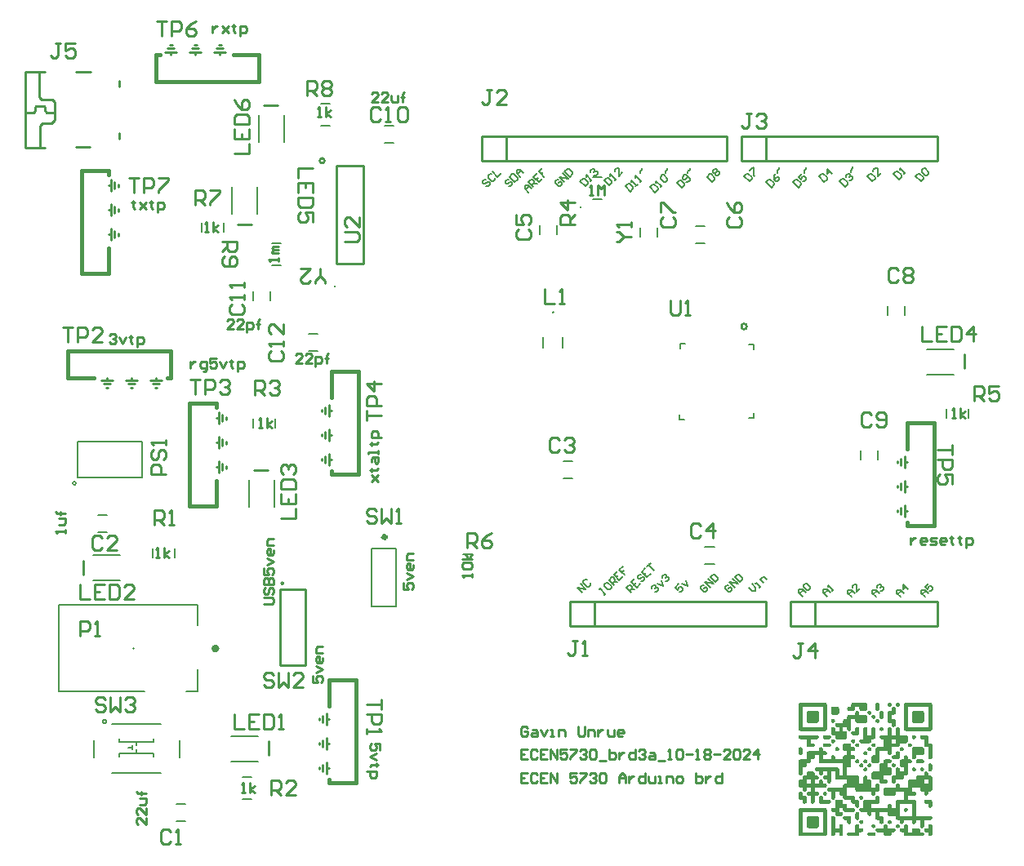
<source format=gto>
G04*
G04 #@! TF.GenerationSoftware,Altium Limited,Altium Designer,24.1.2 (44)*
G04*
G04 Layer_Color=65535*
%FSLAX44Y44*%
%MOMM*%
G71*
G04*
G04 #@! TF.SameCoordinates,A56E43B2-B914-4F06-BF03-FB78D576DE16*
G04*
G04*
G04 #@! TF.FilePolarity,Positive*
G04*
G01*
G75*
%ADD10C,0.1000*%
%ADD11C,0.2540*%
%ADD12C,0.5080*%
%ADD13C,0.4000*%
%ADD14C,0.1524*%
%ADD15C,0.3810*%
%ADD16C,0.2286*%
%ADD17C,0.1999*%
%ADD18C,0.1270*%
G36*
X886338Y164335D02*
X886638D01*
Y164186D01*
X886937D01*
Y164036D01*
X887087D01*
Y163886D01*
X887237D01*
Y163736D01*
X887387D01*
Y163586D01*
X887537D01*
Y163286D01*
X887687D01*
Y162987D01*
X887837D01*
Y161788D01*
X887687D01*
Y161488D01*
X887537D01*
Y161188D01*
X887387D01*
Y161038D01*
X887237D01*
Y160889D01*
X887087D01*
Y160739D01*
X886937D01*
Y160589D01*
X886638D01*
Y160439D01*
X886338D01*
Y160289D01*
X885139D01*
Y160439D01*
X884839D01*
Y160589D01*
X884540D01*
Y160739D01*
X884390D01*
Y160889D01*
X884240D01*
Y161038D01*
X884090D01*
Y161188D01*
X883940D01*
Y161338D01*
Y161488D01*
X883791D01*
Y161788D01*
X883641D01*
Y162987D01*
X883791D01*
Y163286D01*
X883940D01*
Y163586D01*
X884090D01*
Y163736D01*
X884240D01*
Y163886D01*
X884390D01*
Y164036D01*
X884540D01*
Y164186D01*
X884839D01*
Y164335D01*
X885139D01*
Y164485D01*
X886338D01*
Y164335D01*
D02*
G37*
G36*
X877946D02*
X878246D01*
Y164186D01*
X878545D01*
Y164036D01*
X878695D01*
Y163886D01*
X878845D01*
Y163736D01*
X878995D01*
Y163586D01*
X879145D01*
Y163286D01*
X879295D01*
Y162987D01*
X879445D01*
Y161788D01*
X879295D01*
Y161488D01*
X879145D01*
Y161188D01*
X878995D01*
Y161038D01*
X878845D01*
Y160889D01*
X878695D01*
Y160739D01*
X878545D01*
Y160589D01*
X878246D01*
Y160439D01*
X877946D01*
Y160289D01*
X876747D01*
Y160439D01*
X876447D01*
Y160589D01*
X876148D01*
Y160739D01*
X875998D01*
Y160889D01*
X875848D01*
Y161038D01*
X875698D01*
Y161188D01*
X875548D01*
Y161488D01*
X875398D01*
Y161788D01*
X875248D01*
Y162387D01*
Y162537D01*
Y162987D01*
X875398D01*
Y163286D01*
X875548D01*
Y163586D01*
X875698D01*
Y163736D01*
X875848D01*
Y163886D01*
X875998D01*
Y164036D01*
X876148D01*
Y164186D01*
X876447D01*
Y164335D01*
X876747D01*
Y164485D01*
X877946D01*
Y164335D01*
D02*
G37*
G36*
X865358D02*
X865657D01*
Y164186D01*
X865957D01*
Y164036D01*
X866107D01*
Y163886D01*
X866257D01*
Y163736D01*
X866407D01*
Y163586D01*
X866557D01*
Y163286D01*
X866706D01*
Y162987D01*
X866856D01*
Y157592D01*
X866706D01*
Y157292D01*
X866557D01*
Y156992D01*
X866407D01*
Y156842D01*
X866257D01*
Y156693D01*
X866107D01*
Y156543D01*
X865957D01*
Y156393D01*
X865657D01*
Y156243D01*
X865358D01*
Y156093D01*
X864159D01*
Y156243D01*
X863859D01*
Y156393D01*
X863559D01*
Y156543D01*
X863410D01*
Y156693D01*
X863260D01*
Y156842D01*
X863110D01*
Y156992D01*
X862960D01*
Y157292D01*
X862810D01*
Y157592D01*
X862660D01*
Y162537D01*
Y162687D01*
Y162987D01*
X862810D01*
Y163286D01*
X862960D01*
Y163586D01*
X863110D01*
Y163736D01*
X863260D01*
Y163886D01*
X863410D01*
Y164036D01*
X863559D01*
Y164186D01*
X863859D01*
Y164335D01*
X864159D01*
Y164485D01*
X865358D01*
Y164335D01*
D02*
G37*
G36*
X852769D02*
X853069D01*
Y164186D01*
X853369D01*
Y164036D01*
X853519D01*
Y163886D01*
X853669D01*
Y163736D01*
X853819D01*
Y163586D01*
X853968D01*
Y163286D01*
X854118D01*
Y162987D01*
X854268D01*
Y157592D01*
X854118D01*
Y157292D01*
X853968D01*
Y156992D01*
X853819D01*
Y156842D01*
X853669D01*
Y156693D01*
X853519D01*
Y156543D01*
X853369D01*
Y156393D01*
X853069D01*
Y156243D01*
X852769D01*
Y156093D01*
X847374D01*
Y156243D01*
X847075D01*
Y156393D01*
X846775D01*
Y156543D01*
X846625D01*
Y156693D01*
X846475D01*
Y156842D01*
X846326D01*
Y156992D01*
X846176D01*
Y157292D01*
X846026D01*
Y157592D01*
X845876D01*
Y160289D01*
X841680D01*
Y157592D01*
X841530D01*
Y157292D01*
X841380D01*
Y156992D01*
X841230D01*
Y156842D01*
X841080D01*
Y156693D01*
X840930D01*
Y156543D01*
X840781D01*
Y156393D01*
X840481D01*
Y156243D01*
X840181D01*
Y156093D01*
X834786D01*
Y156243D01*
X834486D01*
Y156393D01*
X834187D01*
Y156543D01*
X834037D01*
Y156693D01*
X833887D01*
Y156842D01*
X833737D01*
Y156992D01*
X833587D01*
Y157292D01*
X833438D01*
Y157592D01*
X833288D01*
Y158791D01*
X833438D01*
Y159090D01*
X833587D01*
Y159390D01*
X833737D01*
Y159540D01*
X833887D01*
Y159690D01*
X834037D01*
Y159840D01*
X834187D01*
Y159990D01*
X834486D01*
Y160139D01*
X834786D01*
Y160289D01*
X837484D01*
Y162987D01*
X837634D01*
Y163286D01*
X837783D01*
Y163586D01*
X837933D01*
Y163736D01*
X838083D01*
Y163886D01*
X838233D01*
Y164036D01*
X838383D01*
Y164186D01*
X838683D01*
Y164335D01*
X838982D01*
Y164485D01*
X852769D01*
Y164335D01*
D02*
G37*
G36*
X856965Y155943D02*
X857265D01*
Y155793D01*
X857565D01*
Y155644D01*
X857715D01*
Y155494D01*
X857865D01*
Y155344D01*
X858015D01*
Y155194D01*
X858164D01*
Y154894D01*
X858314D01*
Y154595D01*
X858464D01*
Y153396D01*
X858314D01*
Y153096D01*
X858164D01*
Y152946D01*
Y152796D01*
X858015D01*
Y152646D01*
X857865D01*
Y152497D01*
X857715D01*
Y152347D01*
X857565D01*
Y152197D01*
X857265D01*
Y152047D01*
X856965D01*
Y151897D01*
X855767D01*
Y152047D01*
X855467D01*
Y152197D01*
X855167D01*
Y152347D01*
X855017D01*
Y152497D01*
X854867D01*
Y152646D01*
X854718D01*
Y152796D01*
X854568D01*
Y153096D01*
X854418D01*
Y153396D01*
X854268D01*
Y154595D01*
X854418D01*
Y154894D01*
X854568D01*
Y155194D01*
X854718D01*
Y155344D01*
X854867D01*
Y155494D01*
X855017D01*
Y155644D01*
X855167D01*
Y155793D01*
X855467D01*
Y155943D01*
X855767D01*
Y156093D01*
X856965D01*
Y155943D01*
D02*
G37*
G36*
X823397Y160139D02*
X823697D01*
Y159990D01*
X823996D01*
Y159840D01*
X824146D01*
Y159690D01*
X824296D01*
Y159540D01*
X824446D01*
Y159390D01*
X824596D01*
Y159090D01*
X824746D01*
Y158791D01*
X824895D01*
Y153396D01*
X824746D01*
Y153096D01*
X824596D01*
Y152796D01*
X824446D01*
Y152646D01*
X824296D01*
Y152497D01*
X824146D01*
Y152347D01*
X823996D01*
Y152197D01*
X823697D01*
Y152047D01*
X823397D01*
Y151897D01*
X818002D01*
Y152047D01*
X817702D01*
Y152197D01*
X817402D01*
Y152347D01*
X817253D01*
Y152497D01*
X817103D01*
Y152646D01*
X816953D01*
Y152796D01*
X816803D01*
Y153096D01*
X816653D01*
Y153396D01*
X816503D01*
Y158791D01*
X816653D01*
Y159090D01*
X816803D01*
Y159390D01*
X816953D01*
Y159540D01*
X817103D01*
Y159690D01*
X817253D01*
Y159840D01*
X817402D01*
Y159990D01*
X817702D01*
Y160139D01*
X818002D01*
Y160289D01*
X823397D01*
Y160139D01*
D02*
G37*
G36*
X869554Y155943D02*
X869854D01*
Y155793D01*
X870153D01*
Y155644D01*
X870303D01*
Y155494D01*
X870453D01*
Y155344D01*
X870603D01*
Y155194D01*
X870753D01*
Y154894D01*
X870902D01*
Y154595D01*
X871052D01*
Y154295D01*
Y154145D01*
Y149200D01*
X870902D01*
Y148900D01*
X870753D01*
Y148600D01*
X870603D01*
Y148450D01*
X870453D01*
Y148300D01*
X870303D01*
Y148151D01*
X870153D01*
Y148001D01*
X869854D01*
Y147851D01*
X869554D01*
Y147701D01*
X868355D01*
Y147851D01*
X868055D01*
Y148001D01*
X867755D01*
Y148151D01*
X867606D01*
Y148300D01*
X867456D01*
Y148450D01*
X867306D01*
Y148600D01*
X867156D01*
Y148900D01*
X867006D01*
Y149200D01*
X866856D01*
Y154595D01*
X867006D01*
Y154894D01*
X867156D01*
Y155194D01*
X867306D01*
Y155344D01*
X867456D01*
Y155494D01*
X867606D01*
Y155644D01*
X867755D01*
Y155793D01*
X868055D01*
Y155943D01*
X868355D01*
Y156093D01*
X869554D01*
Y155943D01*
D02*
G37*
G36*
X861162Y151747D02*
X861461D01*
Y151597D01*
X861761D01*
Y151447D01*
X861911D01*
Y151298D01*
X862061D01*
Y151148D01*
X862211D01*
Y150998D01*
X862361D01*
Y150698D01*
X862510D01*
Y150399D01*
X862660D01*
Y149200D01*
X862510D01*
Y148900D01*
X862361D01*
Y148600D01*
X862211D01*
Y148300D01*
X861911D01*
Y148151D01*
X861761D01*
Y148001D01*
X861461D01*
Y147851D01*
X861162D01*
Y147701D01*
X859963D01*
Y147851D01*
X859663D01*
Y148001D01*
X859363D01*
Y148151D01*
X859213D01*
Y148300D01*
X859064D01*
Y148450D01*
X858914D01*
Y148600D01*
X858764D01*
Y148900D01*
X858614D01*
Y149200D01*
X858464D01*
Y150399D01*
X858614D01*
Y150698D01*
X858764D01*
Y150998D01*
X858914D01*
Y151148D01*
X859064D01*
Y151298D01*
X859213D01*
Y151447D01*
X859363D01*
Y151597D01*
X859663D01*
Y151747D01*
X859963D01*
Y151897D01*
X861162D01*
Y151747D01*
D02*
G37*
G36*
X865358Y147551D02*
X865657D01*
Y147401D01*
X865957D01*
Y147251D01*
X866107D01*
Y147102D01*
X866257D01*
Y146952D01*
X866407D01*
Y146802D01*
X866557D01*
Y146502D01*
X866706D01*
Y146202D01*
X866856D01*
Y146053D01*
Y145003D01*
X866706D01*
Y144704D01*
X866557D01*
Y144404D01*
X866407D01*
Y144254D01*
X866257D01*
Y144104D01*
X866107D01*
Y143954D01*
X865957D01*
Y143805D01*
X865807D01*
Y143655D01*
X865358D01*
Y143505D01*
X864159D01*
Y143655D01*
X863859D01*
Y143805D01*
X863559D01*
Y143954D01*
X863410D01*
Y144104D01*
X863260D01*
Y144254D01*
X863110D01*
Y144404D01*
X862960D01*
Y144704D01*
X862810D01*
Y145003D01*
X862660D01*
Y146202D01*
X862810D01*
Y146502D01*
X862960D01*
Y146802D01*
X863110D01*
Y146952D01*
X863260D01*
Y147102D01*
X863410D01*
Y147251D01*
X863559D01*
Y147401D01*
X863859D01*
Y147551D01*
X864159D01*
Y147701D01*
X865358D01*
Y147551D01*
D02*
G37*
G36*
X844377Y155943D02*
X844677D01*
Y155793D01*
X844977D01*
Y155644D01*
X845127D01*
Y155494D01*
X845276D01*
Y155344D01*
X845426D01*
Y155194D01*
X845576D01*
Y154894D01*
X845726D01*
Y154595D01*
X845876D01*
Y151897D01*
X852769D01*
Y151747D01*
X853069D01*
Y151597D01*
X853369D01*
Y151447D01*
X853519D01*
Y151298D01*
X853669D01*
Y151148D01*
X853819D01*
Y150998D01*
X853968D01*
Y150698D01*
X854118D01*
Y150399D01*
X854268D01*
Y145003D01*
X854118D01*
Y144704D01*
X853968D01*
Y144404D01*
X853819D01*
Y144254D01*
X853669D01*
Y144104D01*
X853519D01*
Y143954D01*
X853369D01*
Y143805D01*
X853069D01*
Y143655D01*
X852769D01*
Y143505D01*
X843178D01*
Y143655D01*
X842729D01*
Y143805D01*
X842579D01*
Y143954D01*
X842429D01*
Y144104D01*
X842279D01*
Y144254D01*
X842129D01*
Y144404D01*
X841980D01*
Y144704D01*
X841830D01*
Y145003D01*
X841680D01*
Y147701D01*
X837484D01*
Y136611D01*
X837334D01*
Y136312D01*
X837184D01*
Y136012D01*
X837034D01*
Y135862D01*
X836884D01*
Y135712D01*
X836734D01*
Y135562D01*
X836585D01*
Y135413D01*
X836435D01*
Y135263D01*
X835985D01*
Y135113D01*
X834786D01*
Y135263D01*
X834486D01*
Y135413D01*
X834187D01*
Y135562D01*
X834037D01*
Y135712D01*
X833887D01*
Y135862D01*
X833737D01*
Y136012D01*
X833587D01*
Y136312D01*
X833438D01*
Y136611D01*
X833288D01*
Y139309D01*
X829092D01*
Y135113D01*
X831789D01*
Y134963D01*
X832089D01*
Y134813D01*
X832389D01*
Y134663D01*
X832538D01*
Y134513D01*
X832688D01*
Y134363D01*
X832838D01*
Y134214D01*
X832988D01*
Y133914D01*
X833138D01*
Y133614D01*
X833288D01*
Y128219D01*
X833138D01*
Y127920D01*
X832988D01*
Y127620D01*
X832838D01*
Y127470D01*
X832688D01*
Y127320D01*
X832538D01*
Y127170D01*
X832389D01*
Y127020D01*
X832239D01*
Y126870D01*
X831789D01*
Y126721D01*
X822198D01*
Y126870D01*
X821898D01*
Y127020D01*
X821599D01*
Y127170D01*
X821449D01*
Y127320D01*
X821299D01*
Y127470D01*
X821149D01*
Y127620D01*
X820999D01*
Y127920D01*
X820849D01*
Y128219D01*
X820699D01*
Y130917D01*
X818002D01*
Y131067D01*
X817702D01*
Y131216D01*
X817402D01*
Y131366D01*
X817253D01*
Y131516D01*
X817103D01*
Y131666D01*
X816953D01*
Y131816D01*
X816803D01*
Y132116D01*
X816653D01*
Y132415D01*
X816503D01*
Y137810D01*
X816653D01*
Y138110D01*
X816803D01*
Y138410D01*
X816953D01*
Y138560D01*
X817103D01*
Y138709D01*
X817253D01*
Y138859D01*
X817402D01*
Y139009D01*
X817702D01*
Y139159D01*
X818002D01*
Y139309D01*
X819201D01*
Y139159D01*
X819501D01*
Y139009D01*
X819800D01*
Y138859D01*
X819950D01*
Y138709D01*
X820100D01*
Y138560D01*
X820250D01*
Y138410D01*
X820400D01*
Y138110D01*
X820549D01*
Y137810D01*
X820699D01*
Y135113D01*
X824895D01*
Y139309D01*
X822198D01*
Y139459D01*
X821748D01*
Y139609D01*
X821599D01*
Y139758D01*
X821449D01*
Y139908D01*
X821299D01*
Y140058D01*
X821149D01*
Y140208D01*
X820999D01*
Y140508D01*
X820849D01*
Y140807D01*
X820699D01*
Y142006D01*
X820849D01*
Y142306D01*
X820999D01*
Y142606D01*
X821149D01*
Y142756D01*
X821299D01*
Y142906D01*
X821449D01*
Y143055D01*
X821599D01*
Y143205D01*
X821898D01*
Y143355D01*
X822198D01*
Y143505D01*
X829092D01*
Y146202D01*
X829241D01*
Y146502D01*
X829391D01*
Y146802D01*
X829541D01*
Y146952D01*
X829691D01*
Y147102D01*
X829841D01*
Y147251D01*
X829991D01*
Y147401D01*
X830290D01*
Y147551D01*
X830590D01*
Y147701D01*
X833288D01*
Y150399D01*
X833438D01*
Y150698D01*
X833587D01*
Y150998D01*
X833737D01*
Y151148D01*
X833887D01*
Y151298D01*
X834037D01*
Y151447D01*
X834187D01*
Y151597D01*
X834486D01*
Y151747D01*
X834786D01*
Y151897D01*
X841680D01*
Y154595D01*
X841830D01*
Y154894D01*
X841980D01*
Y155194D01*
X842129D01*
Y155344D01*
X842279D01*
Y155494D01*
X842429D01*
Y155644D01*
X842579D01*
Y155793D01*
X842879D01*
Y155943D01*
X843178D01*
Y156093D01*
X844377D01*
Y155943D01*
D02*
G37*
G36*
X819201Y147551D02*
X819501D01*
Y147401D01*
X819800D01*
Y147251D01*
X819950D01*
Y147102D01*
X820100D01*
Y146952D01*
X820250D01*
Y146802D01*
X820400D01*
Y146502D01*
X820549D01*
Y146202D01*
X820699D01*
Y145003D01*
X820549D01*
Y144704D01*
X820400D01*
Y144404D01*
X820250D01*
Y144254D01*
X820100D01*
Y144104D01*
X819950D01*
Y143954D01*
X819800D01*
Y143805D01*
X819501D01*
Y143655D01*
X819201D01*
Y143505D01*
X818002D01*
Y143655D01*
X817702D01*
Y143805D01*
X817402D01*
Y143954D01*
X817253D01*
Y144104D01*
X817103D01*
Y144254D01*
X816953D01*
Y144404D01*
X816803D01*
Y144704D01*
X816653D01*
Y145003D01*
X816503D01*
Y146202D01*
X816653D01*
Y146352D01*
Y146502D01*
X816803D01*
Y146802D01*
X816953D01*
Y146952D01*
X817103D01*
Y147102D01*
X817253D01*
Y147251D01*
X817402D01*
Y147401D01*
X817702D01*
Y147551D01*
X818002D01*
Y147701D01*
X819201D01*
Y147551D01*
D02*
G37*
G36*
X882142Y160139D02*
X882442D01*
Y159990D01*
X882741D01*
Y159840D01*
X882891D01*
Y159690D01*
X883041D01*
Y159540D01*
X883191D01*
Y159390D01*
X883341D01*
Y159090D01*
X883491D01*
Y158791D01*
X883641D01*
Y157442D01*
Y157292D01*
Y153396D01*
X883491D01*
Y153096D01*
X883341D01*
Y152796D01*
X883191D01*
Y152646D01*
X883041D01*
Y152497D01*
X882891D01*
Y152347D01*
X882741D01*
Y152197D01*
X882442D01*
Y152047D01*
X882142D01*
Y151897D01*
X879445D01*
Y147701D01*
X882142D01*
Y147551D01*
X882442D01*
Y147401D01*
X882741D01*
Y147251D01*
X882891D01*
Y147102D01*
X883041D01*
Y146952D01*
X883191D01*
Y146802D01*
X883341D01*
Y146502D01*
X883491D01*
Y146202D01*
X883641D01*
Y140807D01*
X883491D01*
Y140508D01*
X883341D01*
Y140208D01*
X883191D01*
Y140058D01*
X883041D01*
Y139908D01*
X882891D01*
Y139758D01*
X882741D01*
Y139609D01*
X882442D01*
Y139459D01*
X882142D01*
Y139309D01*
X880943D01*
Y139459D01*
X880643D01*
Y139609D01*
X880344D01*
Y139758D01*
X880194D01*
Y139908D01*
X880044D01*
Y140058D01*
X879894D01*
Y140208D01*
X879744D01*
Y140508D01*
X879594D01*
Y140807D01*
X879445D01*
Y143505D01*
X876747D01*
Y143655D01*
X876447D01*
Y143805D01*
X876148D01*
Y143954D01*
X875998D01*
Y144104D01*
X875848D01*
Y144254D01*
X875698D01*
Y144404D01*
X875548D01*
Y144704D01*
X875398D01*
Y145003D01*
X875248D01*
Y154595D01*
X875398D01*
Y154894D01*
X875548D01*
Y155194D01*
X875698D01*
Y155344D01*
X875848D01*
Y155494D01*
X875998D01*
Y155644D01*
X876148D01*
Y155793D01*
X876447D01*
Y155943D01*
X876747D01*
Y156093D01*
X879445D01*
Y158791D01*
X879594D01*
Y159090D01*
X879744D01*
Y159390D01*
X879894D01*
Y159540D01*
X880044D01*
Y159690D01*
X880194D01*
Y159840D01*
X880344D01*
Y159990D01*
X880643D01*
Y160139D01*
X880943D01*
Y160289D01*
X882142D01*
Y160139D01*
D02*
G37*
G36*
X919907Y164335D02*
X920206D01*
Y164186D01*
X920506D01*
Y164036D01*
X920656D01*
Y163886D01*
X920806D01*
Y163736D01*
X920956D01*
Y163586D01*
X921106D01*
Y163286D01*
X921255D01*
Y162987D01*
X921405D01*
Y136611D01*
X921255D01*
Y136312D01*
X921106D01*
Y136012D01*
X920956D01*
Y135862D01*
X920806D01*
Y135712D01*
X920656D01*
Y135562D01*
X920506D01*
Y135413D01*
X920206D01*
Y135263D01*
X919907D01*
Y135113D01*
X893531D01*
Y135263D01*
X893232D01*
Y135413D01*
X892932D01*
Y135562D01*
X892782D01*
Y135712D01*
X892632D01*
Y135862D01*
X892482D01*
Y136012D01*
X892333D01*
Y136312D01*
X892183D01*
Y136611D01*
X892033D01*
Y162987D01*
X892183D01*
Y163286D01*
X892333D01*
Y163586D01*
X892482D01*
Y163736D01*
X892632D01*
Y163886D01*
X892782D01*
Y164036D01*
X892932D01*
Y164186D01*
X893232D01*
Y164335D01*
X893531D01*
Y164485D01*
X919907D01*
Y164335D01*
D02*
G37*
G36*
X869554Y139159D02*
X869854D01*
Y139009D01*
X870153D01*
Y138859D01*
X870303D01*
Y138709D01*
X870453D01*
Y138560D01*
X870603D01*
Y138410D01*
X870753D01*
Y138110D01*
X870902D01*
Y137810D01*
X871052D01*
Y136611D01*
X870902D01*
Y136312D01*
X870753D01*
Y136012D01*
X870603D01*
Y135862D01*
X870453D01*
Y135712D01*
X870303D01*
Y135562D01*
X870153D01*
Y135413D01*
X870003D01*
Y135263D01*
X869554D01*
Y135113D01*
X868355D01*
Y135263D01*
X868055D01*
Y135413D01*
X867755D01*
Y135562D01*
X867606D01*
Y135712D01*
X867456D01*
Y135862D01*
X867306D01*
Y136012D01*
X867156D01*
Y136312D01*
X867006D01*
Y136611D01*
X866856D01*
Y137810D01*
X867006D01*
Y138110D01*
X867156D01*
Y138410D01*
X867306D01*
Y138560D01*
X867456D01*
Y138709D01*
X867606D01*
Y138859D01*
X867755D01*
Y139009D01*
X868055D01*
Y139159D01*
X868355D01*
Y139309D01*
X869554D01*
Y139159D01*
D02*
G37*
G36*
X810809Y164335D02*
X811108D01*
Y164186D01*
X811408D01*
Y164036D01*
X811558D01*
Y163886D01*
X811708D01*
Y163736D01*
X811858D01*
Y163586D01*
X812008D01*
Y163286D01*
X812157D01*
Y162987D01*
X812307D01*
Y136611D01*
X812157D01*
Y136312D01*
X812008D01*
Y136012D01*
X811858D01*
Y135862D01*
X811708D01*
Y135712D01*
X811558D01*
Y135562D01*
X811408D01*
Y135413D01*
X811108D01*
Y135263D01*
X810809D01*
Y135113D01*
X784433D01*
Y135263D01*
X784134D01*
Y135413D01*
X783834D01*
Y135562D01*
X783684D01*
Y135712D01*
X783534D01*
Y135862D01*
X783384D01*
Y136012D01*
X783234D01*
Y136312D01*
X783084D01*
Y136611D01*
X782935D01*
Y162987D01*
X783084D01*
Y163286D01*
X783234D01*
Y163586D01*
X783384D01*
Y163736D01*
X783534D01*
Y163886D01*
X783684D01*
Y164036D01*
X783834D01*
Y164186D01*
X784134D01*
Y164335D01*
X784433D01*
Y164485D01*
X810809D01*
Y164335D01*
D02*
G37*
G36*
X886338Y139159D02*
X886638D01*
Y139009D01*
X886937D01*
Y138859D01*
X887087D01*
Y138709D01*
X887237D01*
Y138560D01*
X887387D01*
Y138410D01*
X887537D01*
Y138110D01*
X887687D01*
Y137810D01*
X887837D01*
Y130917D01*
X894730D01*
Y130767D01*
X895030D01*
Y130617D01*
X895330D01*
Y130467D01*
X895480D01*
Y130317D01*
X895629D01*
Y130167D01*
X895779D01*
Y130017D01*
X895929D01*
Y129718D01*
X896079D01*
Y129418D01*
X896229D01*
Y124023D01*
X896079D01*
Y123723D01*
X895929D01*
Y123424D01*
X895779D01*
Y123274D01*
X895629D01*
Y123124D01*
X895480D01*
Y122974D01*
X895330D01*
Y122824D01*
X895030D01*
Y122674D01*
X894730D01*
Y122524D01*
X887837D01*
Y119827D01*
X887687D01*
Y119527D01*
X887537D01*
Y119228D01*
X887387D01*
Y119078D01*
X887237D01*
Y118928D01*
X887087D01*
Y118778D01*
X886937D01*
Y118628D01*
X886638D01*
Y118478D01*
X886338D01*
Y118328D01*
X879445D01*
Y111435D01*
X879295D01*
Y111135D01*
X879145D01*
Y110835D01*
X878995D01*
Y110686D01*
X878845D01*
Y110536D01*
X878695D01*
Y110386D01*
X878545D01*
Y110236D01*
X878246D01*
Y110086D01*
X877946D01*
Y109936D01*
X876747D01*
Y110086D01*
X876298D01*
Y110236D01*
X876148D01*
Y110386D01*
X875998D01*
Y110536D01*
X875848D01*
Y110686D01*
X875698D01*
Y110835D01*
X875548D01*
Y111135D01*
X875398D01*
Y111435D01*
X875248D01*
Y114132D01*
X866856D01*
Y103043D01*
X866706D01*
Y102743D01*
X866557D01*
Y102443D01*
X866407D01*
Y102293D01*
X866257D01*
Y102144D01*
X866107D01*
Y101994D01*
X865957D01*
Y101844D01*
X865657D01*
Y101694D01*
X865358D01*
Y101544D01*
X859963D01*
Y101694D01*
X859663D01*
Y101844D01*
X859363D01*
Y101994D01*
X859213D01*
Y102144D01*
X859064D01*
Y102293D01*
X858914D01*
Y102443D01*
X858764D01*
Y102743D01*
X858614D01*
Y103043D01*
X858464D01*
Y108438D01*
X858614D01*
Y108737D01*
X858764D01*
Y109037D01*
X858914D01*
Y109187D01*
X859064D01*
Y109337D01*
X859213D01*
Y109487D01*
X859363D01*
Y109637D01*
X859663D01*
Y109786D01*
X859963D01*
Y109936D01*
X862660D01*
Y116830D01*
X862810D01*
Y117130D01*
X862960D01*
Y117429D01*
X863110D01*
Y117579D01*
X863260D01*
Y117729D01*
X863410D01*
Y117879D01*
X863559D01*
Y118029D01*
X863859D01*
Y118179D01*
X864159D01*
Y118328D01*
X871052D01*
Y126721D01*
X868355D01*
Y126870D01*
X868055D01*
Y127020D01*
X867755D01*
Y127170D01*
X867606D01*
Y127320D01*
X867456D01*
Y127470D01*
X867306D01*
Y127620D01*
X867156D01*
Y127920D01*
X867006D01*
Y128219D01*
X866856D01*
Y129418D01*
X867006D01*
Y129718D01*
X867156D01*
Y130017D01*
X867306D01*
Y130167D01*
X867456D01*
Y130317D01*
X867606D01*
Y130467D01*
X867755D01*
Y130617D01*
X868055D01*
Y130767D01*
X868355D01*
Y130917D01*
X875248D01*
Y137810D01*
X875398D01*
Y138110D01*
X875548D01*
Y138410D01*
X875698D01*
Y138560D01*
X875848D01*
Y138709D01*
X875998D01*
Y138859D01*
X876148D01*
Y139009D01*
X876447D01*
Y139159D01*
X876747D01*
Y139309D01*
X877946D01*
Y139159D01*
X878246D01*
Y139009D01*
X878545D01*
Y138859D01*
X878695D01*
Y138709D01*
X878845D01*
Y138560D01*
X878995D01*
Y138410D01*
X879145D01*
Y138110D01*
X879295D01*
Y137810D01*
X879445D01*
Y130917D01*
X883641D01*
Y137810D01*
X883791D01*
Y138110D01*
X883940D01*
Y138410D01*
X884090D01*
Y138560D01*
X884240D01*
Y138709D01*
X884390D01*
Y138859D01*
X884540D01*
Y139009D01*
X884839D01*
Y139159D01*
X885139D01*
Y139309D01*
X886338D01*
Y139159D01*
D02*
G37*
G36*
X861162D02*
X861461D01*
Y139009D01*
X861761D01*
Y138859D01*
X861911D01*
Y138709D01*
X862061D01*
Y138560D01*
X862211D01*
Y138410D01*
X862361D01*
Y138110D01*
X862510D01*
Y137810D01*
X862660D01*
Y128219D01*
X862510D01*
Y127920D01*
X862361D01*
Y127620D01*
X862211D01*
Y127470D01*
X862061D01*
Y127320D01*
X861911D01*
Y127170D01*
X861761D01*
Y127020D01*
X861461D01*
Y126870D01*
X861162D01*
Y126721D01*
X858464D01*
Y124023D01*
X858314D01*
Y123723D01*
X858164D01*
Y123424D01*
X858015D01*
Y123274D01*
X857865D01*
Y123124D01*
X857715D01*
Y122974D01*
X857565D01*
Y122824D01*
X857265D01*
Y122674D01*
X856965D01*
Y122524D01*
X847374D01*
Y122674D01*
X847075D01*
Y122824D01*
X846775D01*
Y122974D01*
X846625D01*
Y123124D01*
X846475D01*
Y123274D01*
X846326D01*
Y123424D01*
X846176D01*
Y123723D01*
X846026D01*
Y124023D01*
X845876D01*
Y125222D01*
X846026D01*
Y125522D01*
X846176D01*
Y125821D01*
X846326D01*
Y125971D01*
X846475D01*
Y126121D01*
X846625D01*
Y126271D01*
X846775D01*
Y126421D01*
X847075D01*
Y126571D01*
X847374D01*
Y126721D01*
X850072D01*
Y137810D01*
X850222D01*
Y138110D01*
X850372D01*
Y138410D01*
X850521D01*
Y138560D01*
X850671D01*
Y138709D01*
X850821D01*
Y138859D01*
X850971D01*
Y139009D01*
X851271D01*
Y139159D01*
X851571D01*
Y139309D01*
X852769D01*
Y139159D01*
X853069D01*
Y139009D01*
X853369D01*
Y138859D01*
X853519D01*
Y138709D01*
X853669D01*
Y138560D01*
X853819D01*
Y138410D01*
X853968D01*
Y138110D01*
X854118D01*
Y137810D01*
X854268D01*
Y130917D01*
X858464D01*
Y137810D01*
X858614D01*
Y138110D01*
X858764D01*
Y138410D01*
X858914D01*
Y138560D01*
X859064D01*
Y138709D01*
X859213D01*
Y138859D01*
X859363D01*
Y139009D01*
X859663D01*
Y139159D01*
X859963D01*
Y139309D01*
X861162D01*
Y139159D01*
D02*
G37*
G36*
X844377D02*
X844677D01*
Y139009D01*
X844977D01*
Y138859D01*
X845127D01*
Y138709D01*
X845276D01*
Y138560D01*
X845426D01*
Y138410D01*
X845576D01*
Y138110D01*
X845726D01*
Y137810D01*
X845876D01*
Y133464D01*
Y133314D01*
Y132415D01*
X845726D01*
Y132116D01*
X845576D01*
Y131816D01*
X845426D01*
Y131666D01*
X845276D01*
Y131516D01*
X845127D01*
Y131366D01*
X844977D01*
Y131216D01*
X844677D01*
Y131067D01*
X844377D01*
Y130917D01*
X838982D01*
Y131067D01*
X838533D01*
Y131216D01*
X838383D01*
Y131366D01*
X838233D01*
Y131516D01*
X838083D01*
Y131666D01*
X837933D01*
Y131816D01*
X837783D01*
Y132116D01*
X837634D01*
Y132415D01*
X837484D01*
Y133614D01*
X837634D01*
Y133914D01*
X837783D01*
Y134214D01*
X837933D01*
Y134363D01*
X838083D01*
Y134513D01*
X838233D01*
Y134663D01*
X838383D01*
Y134813D01*
X838683D01*
Y134963D01*
X838982D01*
Y135113D01*
X841680D01*
Y137810D01*
X841830D01*
Y138110D01*
X841980D01*
Y138410D01*
X842129D01*
Y138560D01*
X842279D01*
Y138709D01*
X842429D01*
Y138859D01*
X842579D01*
Y139009D01*
X842879D01*
Y139159D01*
X843178D01*
Y139309D01*
X844377D01*
Y139159D01*
D02*
G37*
G36*
X903122Y130767D02*
X903422D01*
Y130617D01*
X903722D01*
Y130467D01*
X903872D01*
Y130317D01*
X904022D01*
Y130167D01*
X904171D01*
Y130017D01*
X904321D01*
Y129718D01*
X904471D01*
Y129418D01*
X904621D01*
Y128219D01*
X904471D01*
Y127920D01*
X904321D01*
Y127620D01*
X904171D01*
Y127470D01*
X904022D01*
Y127320D01*
X903872D01*
Y127170D01*
X903722D01*
Y127020D01*
X903422D01*
Y126870D01*
X903122D01*
Y126721D01*
X901924D01*
Y126870D01*
X901624D01*
Y127020D01*
X901324D01*
Y127170D01*
X901174D01*
Y127320D01*
X901024D01*
Y127470D01*
X900874D01*
Y127620D01*
X900725D01*
Y127920D01*
X900575D01*
Y128219D01*
X900425D01*
Y129418D01*
X900575D01*
Y129718D01*
X900725D01*
Y130017D01*
X900874D01*
Y130167D01*
X901024D01*
Y130317D01*
X901174D01*
Y130467D01*
X901324D01*
Y130617D01*
X901624D01*
Y130767D01*
X901924D01*
Y130917D01*
X903122D01*
Y130767D01*
D02*
G37*
G36*
X815005D02*
X815304D01*
Y130617D01*
X815604D01*
Y130467D01*
X815754D01*
Y130317D01*
X815904D01*
Y130167D01*
X816054D01*
Y130017D01*
X816204D01*
Y129718D01*
X816354D01*
Y129418D01*
X816503D01*
Y128369D01*
Y128219D01*
X816354D01*
Y127920D01*
X816204D01*
Y127620D01*
X816054D01*
Y127470D01*
X815904D01*
Y127320D01*
X815754D01*
Y127170D01*
X815604D01*
Y127020D01*
X815304D01*
Y126870D01*
X815005D01*
Y126721D01*
X809610D01*
Y126870D01*
X809310D01*
Y127020D01*
X809010D01*
Y127170D01*
X808860D01*
Y127320D01*
X808711D01*
Y127470D01*
X808561D01*
Y127620D01*
X808411D01*
Y127920D01*
X808261D01*
Y128219D01*
X808111D01*
Y129418D01*
X808261D01*
Y129718D01*
X808411D01*
Y130017D01*
X808561D01*
Y130167D01*
X808711D01*
Y130317D01*
X808860D01*
Y130467D01*
X809010D01*
Y130617D01*
X809310D01*
Y130767D01*
X809610D01*
Y130917D01*
X815005D01*
Y130767D01*
D02*
G37*
G36*
X840181Y126571D02*
X840481D01*
Y126421D01*
X840781D01*
Y126271D01*
X840930D01*
Y126121D01*
X841080D01*
Y125971D01*
X841230D01*
Y125821D01*
X841380D01*
Y125522D01*
X841530D01*
Y125222D01*
X841680D01*
Y124023D01*
X841530D01*
Y123723D01*
X841380D01*
Y123424D01*
X841230D01*
Y123274D01*
X841080D01*
Y123124D01*
X840930D01*
Y122974D01*
X840781D01*
Y122824D01*
X840481D01*
Y122674D01*
X840181D01*
Y122524D01*
X838982D01*
Y122674D01*
X838683D01*
Y122824D01*
X838383D01*
Y122974D01*
X838233D01*
Y123124D01*
X838083D01*
Y123274D01*
X837933D01*
Y123424D01*
X837783D01*
Y123723D01*
X837634D01*
Y124023D01*
X837484D01*
Y125222D01*
X837634D01*
Y125522D01*
X837783D01*
Y125821D01*
X837933D01*
Y125971D01*
X838083D01*
Y126121D01*
X838233D01*
Y126271D01*
X838383D01*
Y126421D01*
X838683D01*
Y126571D01*
X838982D01*
Y126721D01*
X840181D01*
Y126571D01*
D02*
G37*
G36*
X819201D02*
X819501D01*
Y126421D01*
X819800D01*
Y126271D01*
X819950D01*
Y126121D01*
X820100D01*
Y125971D01*
X820250D01*
Y125821D01*
X820400D01*
Y125522D01*
X820549D01*
Y125222D01*
X820699D01*
Y124023D01*
X820549D01*
Y123723D01*
X820400D01*
Y123424D01*
X820250D01*
Y123274D01*
X820100D01*
Y123124D01*
X819950D01*
Y122974D01*
X819800D01*
Y122824D01*
X819501D01*
Y122674D01*
X819201D01*
Y122524D01*
X818002D01*
Y122674D01*
X817702D01*
Y122824D01*
X817402D01*
Y122974D01*
X817253D01*
Y123124D01*
X817103D01*
Y123274D01*
X816953D01*
Y123424D01*
X816803D01*
Y123723D01*
X816653D01*
Y124023D01*
X816503D01*
Y125222D01*
X816653D01*
Y125522D01*
X816803D01*
Y125821D01*
X816953D01*
Y125971D01*
X817103D01*
Y126121D01*
X817253D01*
Y126271D01*
X817402D01*
Y126421D01*
X817702D01*
Y126571D01*
X818002D01*
Y126721D01*
X819201D01*
Y126571D01*
D02*
G37*
G36*
X898926Y122375D02*
X899226D01*
Y122225D01*
X899526D01*
Y122075D01*
X899676D01*
Y121925D01*
X899826D01*
Y121775D01*
X899975D01*
Y121625D01*
X900125D01*
Y121326D01*
X900275D01*
Y121026D01*
X900425D01*
Y119827D01*
X900275D01*
Y119527D01*
X900125D01*
Y119228D01*
X899975D01*
Y119078D01*
X899826D01*
Y118928D01*
X899676D01*
Y118778D01*
X899526D01*
Y118628D01*
X899226D01*
Y118478D01*
X898926D01*
Y118328D01*
X897727D01*
Y118478D01*
X897428D01*
Y118628D01*
X897128D01*
Y118778D01*
X896978D01*
Y118928D01*
X896828D01*
Y119078D01*
X896678D01*
Y119228D01*
X896529D01*
Y119527D01*
X896379D01*
Y119827D01*
X896229D01*
Y121026D01*
X896379D01*
Y121326D01*
X896529D01*
Y121625D01*
X896678D01*
Y121775D01*
X896828D01*
Y121925D01*
X896978D01*
Y122075D01*
X897128D01*
Y122225D01*
X897428D01*
Y122375D01*
X897727D01*
Y122524D01*
X898926D01*
Y122375D01*
D02*
G37*
G36*
X861162D02*
X861461D01*
Y122225D01*
X861761D01*
Y122075D01*
X861911D01*
Y121925D01*
X862061D01*
Y121775D01*
X862211D01*
Y121625D01*
X862361D01*
Y121326D01*
X862510D01*
Y121026D01*
X862660D01*
Y119827D01*
X862510D01*
Y119527D01*
X862361D01*
Y119228D01*
X862211D01*
Y119078D01*
X862061D01*
Y118928D01*
X861911D01*
Y118778D01*
X861761D01*
Y118628D01*
X861461D01*
Y118478D01*
X861162D01*
Y118328D01*
X859963D01*
Y118478D01*
X859513D01*
Y118628D01*
X859363D01*
Y118778D01*
X859213D01*
Y118928D01*
X859064D01*
Y119078D01*
X858914D01*
Y119228D01*
X858764D01*
Y119527D01*
X858614D01*
Y119827D01*
X858464D01*
Y121026D01*
X858614D01*
Y121326D01*
X858764D01*
Y121625D01*
X858914D01*
Y121775D01*
X859064D01*
Y121925D01*
X859213D01*
Y122075D01*
X859363D01*
Y122225D01*
X859663D01*
Y122375D01*
X859963D01*
Y122524D01*
X861162D01*
Y122375D01*
D02*
G37*
G36*
X844377D02*
X844677D01*
Y122225D01*
X844977D01*
Y122075D01*
X845127D01*
Y121925D01*
X845276D01*
Y121775D01*
X845426D01*
Y121625D01*
X845576D01*
Y121326D01*
X845726D01*
Y121026D01*
X845876D01*
Y119827D01*
X845726D01*
Y119527D01*
X845576D01*
Y119228D01*
X845426D01*
Y119078D01*
X845276D01*
Y118928D01*
X845127D01*
Y118778D01*
X844977D01*
Y118628D01*
X844677D01*
Y118478D01*
X844377D01*
Y118328D01*
X843178D01*
Y118478D01*
X842729D01*
Y118628D01*
X842579D01*
Y118778D01*
X842429D01*
Y118928D01*
X842279D01*
Y119078D01*
X842129D01*
Y119228D01*
X841980D01*
Y119527D01*
X841830D01*
Y119827D01*
X841680D01*
Y121026D01*
X841830D01*
Y121326D01*
X841980D01*
Y121625D01*
X842129D01*
Y121775D01*
X842279D01*
Y121925D01*
X842429D01*
Y122075D01*
X842579D01*
Y122225D01*
X842879D01*
Y122375D01*
X843178D01*
Y122524D01*
X844377D01*
Y122375D01*
D02*
G37*
G36*
X815005D02*
X815304D01*
Y122225D01*
X815604D01*
Y122075D01*
X815754D01*
Y121925D01*
X815904D01*
Y121775D01*
X816054D01*
Y121625D01*
X816204D01*
Y121475D01*
Y121326D01*
X816354D01*
Y121026D01*
X816503D01*
Y119827D01*
X816354D01*
Y119527D01*
X816204D01*
Y119228D01*
X816054D01*
Y119078D01*
X815904D01*
Y118928D01*
X815754D01*
Y118778D01*
X815604D01*
Y118628D01*
X815454D01*
Y118478D01*
X815005D01*
Y118328D01*
X809610D01*
Y118478D01*
X809310D01*
Y118628D01*
X809010D01*
Y118778D01*
X808860D01*
Y118928D01*
X808711D01*
Y119078D01*
X808561D01*
Y119228D01*
X808411D01*
Y119527D01*
X808261D01*
Y119827D01*
X808111D01*
Y121026D01*
X808261D01*
Y121326D01*
X808411D01*
Y121625D01*
X808561D01*
Y121775D01*
X808711D01*
Y121925D01*
X808860D01*
Y122075D01*
X809010D01*
Y122225D01*
X809310D01*
Y122375D01*
X809610D01*
Y122524D01*
X815005D01*
Y122375D01*
D02*
G37*
G36*
X802417Y130767D02*
X802716D01*
Y130617D01*
X803016D01*
Y130467D01*
X803166D01*
Y130317D01*
X803316D01*
Y130167D01*
X803465D01*
Y130017D01*
X803615D01*
Y129718D01*
X803765D01*
Y129418D01*
X803915D01*
Y128219D01*
X803765D01*
Y127920D01*
X803615D01*
Y127620D01*
X803465D01*
Y127470D01*
X803316D01*
Y127320D01*
X803166D01*
Y127170D01*
X803016D01*
Y127020D01*
X802716D01*
Y126870D01*
X802417D01*
Y126721D01*
X795523D01*
Y122524D01*
X798220D01*
Y122375D01*
X798520D01*
Y122225D01*
X798820D01*
Y122075D01*
X798970D01*
Y121925D01*
X799120D01*
Y121775D01*
X799269D01*
Y121625D01*
X799419D01*
Y121326D01*
X799569D01*
Y121026D01*
X799719D01*
Y119827D01*
X799569D01*
Y119527D01*
X799419D01*
Y119228D01*
X799269D01*
Y119078D01*
X799120D01*
Y118928D01*
X798970D01*
Y118778D01*
X798820D01*
Y118628D01*
X798520D01*
Y118478D01*
X798220D01*
Y118328D01*
X792825D01*
Y118478D01*
X792526D01*
Y118628D01*
X792226D01*
Y118778D01*
X792076D01*
Y118928D01*
X791926D01*
Y119078D01*
X791776D01*
Y119228D01*
X791627D01*
Y119527D01*
X791477D01*
Y119827D01*
X791327D01*
Y126721D01*
X784433D01*
Y126870D01*
X784134D01*
Y127020D01*
X783834D01*
Y127170D01*
X783684D01*
Y127320D01*
X783534D01*
Y127470D01*
X783384D01*
Y127620D01*
X783234D01*
Y127920D01*
X783084D01*
Y128219D01*
X782935D01*
Y129418D01*
X783084D01*
Y129718D01*
X783234D01*
Y130017D01*
X783384D01*
Y130167D01*
X783534D01*
Y130317D01*
X783684D01*
Y130467D01*
X783834D01*
Y130617D01*
X784134D01*
Y130767D01*
X784433D01*
Y130917D01*
X802417D01*
Y130767D01*
D02*
G37*
G36*
X890534Y118179D02*
X890834D01*
Y118029D01*
X891134D01*
Y117879D01*
X891283D01*
Y117729D01*
X891433D01*
Y117579D01*
X891583D01*
Y117429D01*
X891733D01*
Y117130D01*
X891883D01*
Y116830D01*
X892033D01*
Y115631D01*
X891883D01*
Y115331D01*
X891733D01*
Y115031D01*
X891583D01*
Y114882D01*
X891433D01*
Y114732D01*
X891283D01*
Y114582D01*
X891134D01*
Y114432D01*
X890834D01*
Y114282D01*
X890534D01*
Y114132D01*
X889335D01*
Y114282D01*
X889036D01*
Y114432D01*
X888736D01*
Y114582D01*
X888586D01*
Y114732D01*
X888436D01*
Y114882D01*
X888286D01*
Y115031D01*
X888136D01*
Y115331D01*
X887987D01*
Y115631D01*
X887837D01*
Y116830D01*
X887987D01*
Y117130D01*
X888136D01*
Y117429D01*
X888286D01*
Y117579D01*
X888436D01*
Y117729D01*
X888586D01*
Y117879D01*
X888736D01*
Y118029D01*
X889036D01*
Y118179D01*
X889335D01*
Y118328D01*
X890534D01*
Y118179D01*
D02*
G37*
G36*
X856965D02*
X857265D01*
Y118029D01*
X857565D01*
Y117879D01*
X857715D01*
Y117729D01*
X857865D01*
Y117579D01*
X858015D01*
Y117429D01*
X858164D01*
Y117130D01*
X858314D01*
Y116830D01*
X858464D01*
Y116530D01*
Y116380D01*
Y115631D01*
X858314D01*
Y115331D01*
X858164D01*
Y115031D01*
X858015D01*
Y114882D01*
X857865D01*
Y114732D01*
X857715D01*
Y114582D01*
X857565D01*
Y114432D01*
X857415D01*
Y114282D01*
X856965D01*
Y114132D01*
X855767D01*
Y114282D01*
X855467D01*
Y114432D01*
X855167D01*
Y114582D01*
X855017D01*
Y114732D01*
X854867D01*
Y114882D01*
X854718D01*
Y115031D01*
X854568D01*
Y115331D01*
X854418D01*
Y115631D01*
X854268D01*
Y116830D01*
X854418D01*
Y117130D01*
X854568D01*
Y117429D01*
X854718D01*
Y117579D01*
X854867D01*
Y117729D01*
X855017D01*
Y117879D01*
X855167D01*
Y118029D01*
X855467D01*
Y118179D01*
X855767D01*
Y118328D01*
X856965D01*
Y118179D01*
D02*
G37*
G36*
X823397D02*
X823697D01*
Y118029D01*
X823996D01*
Y117879D01*
X824146D01*
Y117729D01*
X824296D01*
Y117579D01*
X824446D01*
Y117429D01*
X824596D01*
Y117130D01*
X824746D01*
Y116830D01*
X824895D01*
Y115631D01*
X824746D01*
Y115331D01*
X824596D01*
Y115031D01*
X824446D01*
Y114882D01*
X824296D01*
Y114732D01*
X824146D01*
Y114582D01*
X823996D01*
Y114432D01*
X823697D01*
Y114282D01*
X823397D01*
Y114132D01*
X822198D01*
Y114282D01*
X821898D01*
Y114432D01*
X821599D01*
Y114582D01*
X821449D01*
Y114732D01*
X821299D01*
Y114882D01*
X821149D01*
Y115031D01*
X820999D01*
Y115331D01*
X820849D01*
Y115631D01*
X820699D01*
Y116830D01*
X820849D01*
Y117130D01*
X820999D01*
Y117429D01*
X821149D01*
Y117579D01*
X821299D01*
Y117729D01*
X821449D01*
Y117879D01*
X821599D01*
Y118029D01*
X821898D01*
Y118179D01*
X822198D01*
Y118328D01*
X823397D01*
Y118179D01*
D02*
G37*
G36*
X852769Y113982D02*
X853069D01*
Y113833D01*
X853369D01*
Y113683D01*
X853519D01*
Y113533D01*
X853669D01*
Y113383D01*
X853819D01*
Y113233D01*
X853968D01*
Y112934D01*
X854118D01*
Y112634D01*
X854268D01*
Y111435D01*
X854118D01*
Y111135D01*
X853968D01*
Y110835D01*
X853819D01*
Y110686D01*
X853669D01*
Y110536D01*
X853519D01*
Y110386D01*
X853369D01*
Y110236D01*
X853219D01*
Y110086D01*
X852769D01*
Y109936D01*
X851571D01*
Y110086D01*
X851271D01*
Y110236D01*
X850971D01*
Y110386D01*
X850821D01*
Y110536D01*
X850671D01*
Y110686D01*
X850521D01*
Y110835D01*
X850372D01*
Y111135D01*
X850222D01*
Y111435D01*
X850072D01*
Y112634D01*
X850222D01*
Y112934D01*
X850372D01*
Y113233D01*
X850521D01*
Y113383D01*
X850671D01*
Y113533D01*
X850821D01*
Y113683D01*
X850971D01*
Y113833D01*
X851271D01*
Y113982D01*
X851571D01*
Y114132D01*
X852769D01*
Y113982D01*
D02*
G37*
G36*
X785632Y118179D02*
X785932D01*
Y118029D01*
X786232D01*
Y117879D01*
X786382D01*
Y117729D01*
X786531D01*
Y117579D01*
X786681D01*
Y117429D01*
X786831D01*
Y117130D01*
X786981D01*
Y116830D01*
X787131D01*
Y111435D01*
X786981D01*
Y111135D01*
X786831D01*
Y110835D01*
X786681D01*
Y110686D01*
X786531D01*
Y110536D01*
X786382D01*
Y110386D01*
X786232D01*
Y110236D01*
X785932D01*
Y110086D01*
X785632D01*
Y109936D01*
X784433D01*
Y110086D01*
X784134D01*
Y110236D01*
X783834D01*
Y110386D01*
X783684D01*
Y110536D01*
X783534D01*
Y110686D01*
X783384D01*
Y110835D01*
X783234D01*
Y111135D01*
X783084D01*
Y111435D01*
X782935D01*
Y116830D01*
X783084D01*
Y117130D01*
X783234D01*
Y117429D01*
X783384D01*
Y117579D01*
X783534D01*
Y117729D01*
X783684D01*
Y117879D01*
X783834D01*
Y118029D01*
X784134D01*
Y118179D01*
X784433D01*
Y118328D01*
X785632D01*
Y118179D01*
D02*
G37*
G36*
X915711Y130767D02*
X916010D01*
Y130617D01*
X916310D01*
Y130467D01*
X916460D01*
Y130317D01*
X916610D01*
Y130167D01*
X916760D01*
Y130017D01*
X916909D01*
Y129718D01*
X917059D01*
Y129418D01*
X917209D01*
Y122524D01*
X919907D01*
Y122375D01*
X920206D01*
Y122225D01*
X920506D01*
Y122075D01*
X920656D01*
Y121925D01*
X920806D01*
Y121775D01*
X920956D01*
Y121625D01*
X921106D01*
Y121326D01*
X921255D01*
Y121026D01*
X921405D01*
Y107239D01*
X921255D01*
Y106939D01*
X921106D01*
Y106639D01*
X920956D01*
Y106489D01*
X920806D01*
Y106340D01*
X920656D01*
Y106190D01*
X920506D01*
Y106040D01*
X920206D01*
Y105890D01*
X919907D01*
Y105740D01*
X918708D01*
Y105890D01*
X918408D01*
Y106040D01*
X918108D01*
Y106190D01*
X917959D01*
Y106340D01*
X917809D01*
Y106489D01*
X917659D01*
Y106639D01*
X917509D01*
Y106939D01*
X917359D01*
Y107239D01*
X917209D01*
Y118328D01*
X914512D01*
Y118478D01*
X914062D01*
Y118628D01*
X913912D01*
Y118778D01*
X913763D01*
Y118928D01*
X913613D01*
Y119078D01*
X913463D01*
Y119228D01*
X913313D01*
Y119527D01*
X913163D01*
Y119827D01*
X913013D01*
Y126721D01*
X910316D01*
Y126870D01*
X910016D01*
Y127020D01*
X909716D01*
Y127170D01*
X909566D01*
Y127320D01*
X909417D01*
Y127470D01*
X909267D01*
Y127620D01*
X909117D01*
Y127920D01*
X908967D01*
Y128219D01*
X908817D01*
Y129418D01*
X908967D01*
Y129718D01*
X909117D01*
Y130017D01*
X909267D01*
Y130167D01*
X909417D01*
Y130317D01*
X909566D01*
Y130467D01*
X909716D01*
Y130617D01*
X910016D01*
Y130767D01*
X910316D01*
Y130917D01*
X915711D01*
Y130767D01*
D02*
G37*
G36*
X911515Y118179D02*
X911814D01*
Y118029D01*
X912114D01*
Y117879D01*
X912264D01*
Y117729D01*
X912414D01*
Y117579D01*
X912564D01*
Y117429D01*
X912713D01*
Y117130D01*
X912863D01*
Y116830D01*
X913013D01*
Y111435D01*
X912863D01*
Y111135D01*
X912713D01*
Y110835D01*
X912564D01*
Y110686D01*
X912414D01*
Y110536D01*
X912264D01*
Y110386D01*
X912114D01*
Y110236D01*
X911814D01*
Y110086D01*
X911515D01*
Y109936D01*
X904621D01*
Y107239D01*
X904471D01*
Y106939D01*
X904321D01*
Y106639D01*
X904171D01*
Y106489D01*
X904022D01*
Y106340D01*
X903872D01*
Y106190D01*
X903722D01*
Y106040D01*
X903422D01*
Y105890D01*
X903122D01*
Y105740D01*
X901924D01*
Y105890D01*
X901624D01*
Y106040D01*
X901324D01*
Y106190D01*
X901174D01*
Y106340D01*
X901024D01*
Y106489D01*
X900874D01*
Y106639D01*
X900725D01*
Y106939D01*
X900575D01*
Y107239D01*
X900425D01*
Y116830D01*
X900575D01*
Y117130D01*
X900725D01*
Y117429D01*
X900874D01*
Y117579D01*
X901024D01*
Y117729D01*
X901174D01*
Y117879D01*
X901324D01*
Y118029D01*
X901624D01*
Y118179D01*
X901924D01*
Y118328D01*
X911515D01*
Y118179D01*
D02*
G37*
G36*
X886338Y113982D02*
X886638D01*
Y113833D01*
X886937D01*
Y113683D01*
X887087D01*
Y113533D01*
X887237D01*
Y113383D01*
X887387D01*
Y113233D01*
X887537D01*
Y112934D01*
X887687D01*
Y112634D01*
X887837D01*
Y111585D01*
Y111435D01*
Y107239D01*
X887687D01*
Y106939D01*
X887537D01*
Y106639D01*
X887387D01*
Y106489D01*
X887237D01*
Y106340D01*
X887087D01*
Y106190D01*
X886937D01*
Y106040D01*
X886638D01*
Y105890D01*
X886338D01*
Y105740D01*
X880943D01*
Y105890D01*
X880643D01*
Y106040D01*
X880344D01*
Y106190D01*
X880194D01*
Y106340D01*
X880044D01*
Y106489D01*
X879894D01*
Y106639D01*
X879744D01*
Y106939D01*
X879594D01*
Y107239D01*
X879445D01*
Y108438D01*
X879594D01*
Y108737D01*
X879744D01*
Y109037D01*
X879894D01*
Y109187D01*
X880044D01*
Y109337D01*
X880194D01*
Y109487D01*
X880344D01*
Y109637D01*
X880643D01*
Y109786D01*
X880943D01*
Y109936D01*
X883641D01*
Y112634D01*
X883791D01*
Y112934D01*
X883940D01*
Y113233D01*
X884090D01*
Y113383D01*
X884240D01*
Y113533D01*
X884390D01*
Y113683D01*
X884540D01*
Y113833D01*
X884839D01*
Y113982D01*
X885139D01*
Y114132D01*
X886338D01*
Y113982D01*
D02*
G37*
G36*
X835985Y122375D02*
X836285D01*
Y122225D01*
X836585D01*
Y122075D01*
X836734D01*
Y121925D01*
X836884D01*
Y121775D01*
X837034D01*
Y121625D01*
X837184D01*
Y121326D01*
X837334D01*
Y121026D01*
X837484D01*
Y118328D01*
X840181D01*
Y118179D01*
X840481D01*
Y118029D01*
X840781D01*
Y117879D01*
X840930D01*
Y117729D01*
X841080D01*
Y117579D01*
X841230D01*
Y117429D01*
X841380D01*
Y117130D01*
X841530D01*
Y116830D01*
X841680D01*
Y115631D01*
X841530D01*
Y115331D01*
X841380D01*
Y115031D01*
X841230D01*
Y114882D01*
X841080D01*
Y114732D01*
X840930D01*
Y114582D01*
X840781D01*
Y114432D01*
X840481D01*
Y114282D01*
X840181D01*
Y114132D01*
X837484D01*
Y109936D01*
X840181D01*
Y109786D01*
X840481D01*
Y109637D01*
X840781D01*
Y109487D01*
X840930D01*
Y109337D01*
X841080D01*
Y109187D01*
X841230D01*
Y109037D01*
X841380D01*
Y108737D01*
X841530D01*
Y108438D01*
X841680D01*
Y107239D01*
X841530D01*
Y106939D01*
X841380D01*
Y106639D01*
X841230D01*
Y106489D01*
X841080D01*
Y106340D01*
X840930D01*
Y106190D01*
X840781D01*
Y106040D01*
X840481D01*
Y105890D01*
X840181D01*
Y105740D01*
X837484D01*
Y98847D01*
X837334D01*
Y98547D01*
X837184D01*
Y98247D01*
X837034D01*
Y98097D01*
X836884D01*
Y97948D01*
X836734D01*
Y97798D01*
X836585D01*
Y97648D01*
X836285D01*
Y97498D01*
X835985D01*
Y97348D01*
X833288D01*
Y88956D01*
X844377D01*
Y88806D01*
X844677D01*
Y88656D01*
X844977D01*
Y88506D01*
X845127D01*
Y88356D01*
X845276D01*
Y88207D01*
X845426D01*
Y88057D01*
X845576D01*
Y87757D01*
X845726D01*
Y87457D01*
X845876D01*
Y80564D01*
X850072D01*
Y87457D01*
X850222D01*
Y87757D01*
X850372D01*
Y88057D01*
X850521D01*
Y88207D01*
X850671D01*
Y88356D01*
X850821D01*
Y88506D01*
X850971D01*
Y88656D01*
X851271D01*
Y88806D01*
X851571D01*
Y88956D01*
X852769D01*
Y88806D01*
X853069D01*
Y88656D01*
X853369D01*
Y88506D01*
X853519D01*
Y88356D01*
X853669D01*
Y88207D01*
X853819D01*
Y88057D01*
X853968D01*
Y87757D01*
X854118D01*
Y87457D01*
X854268D01*
Y84760D01*
X856965D01*
Y84610D01*
X857265D01*
Y84460D01*
X857565D01*
Y84310D01*
X857715D01*
Y84160D01*
X857865D01*
Y84010D01*
X858015D01*
Y83861D01*
X858164D01*
Y83561D01*
X858314D01*
Y83261D01*
X858464D01*
Y76368D01*
X862660D01*
Y79065D01*
X862810D01*
Y79365D01*
X862960D01*
Y79665D01*
X863110D01*
Y79814D01*
X863260D01*
Y79964D01*
X863410D01*
Y80114D01*
X863559D01*
Y80264D01*
X863859D01*
Y80414D01*
X864159D01*
Y80564D01*
X865358D01*
Y80414D01*
X865657D01*
Y80264D01*
X865957D01*
Y80114D01*
X866107D01*
Y79964D01*
X866257D01*
Y79814D01*
X866407D01*
Y79665D01*
X866557D01*
Y79365D01*
X866706D01*
Y79065D01*
X866856D01*
Y73670D01*
X866706D01*
Y73370D01*
X866557D01*
Y73071D01*
X866407D01*
Y72921D01*
X866257D01*
Y72771D01*
X866107D01*
Y72621D01*
X865957D01*
Y72471D01*
X865657D01*
Y72321D01*
X865358D01*
Y72172D01*
X862660D01*
Y69474D01*
X862510D01*
Y69174D01*
X862361D01*
Y68875D01*
X862211D01*
Y68725D01*
X862061D01*
Y68575D01*
X861911D01*
Y68425D01*
X861761D01*
Y68275D01*
X861461D01*
Y68125D01*
X861162D01*
Y67976D01*
X859963D01*
Y68125D01*
X859513D01*
Y68275D01*
X859363D01*
Y68425D01*
X859213D01*
Y68575D01*
X858914D01*
Y68875D01*
X858764D01*
Y69174D01*
X858614D01*
Y69474D01*
X858464D01*
Y72172D01*
X843178D01*
Y72321D01*
X842729D01*
Y72471D01*
X842579D01*
Y72621D01*
X842429D01*
Y72771D01*
X842279D01*
Y72921D01*
X842129D01*
Y73071D01*
X841980D01*
Y73370D01*
X841830D01*
Y73670D01*
X841680D01*
Y76368D01*
X833288D01*
Y67976D01*
X840181D01*
Y67826D01*
X840481D01*
Y67676D01*
X840781D01*
Y67526D01*
X840930D01*
Y67376D01*
X841080D01*
Y67226D01*
X841230D01*
Y67076D01*
X841380D01*
Y66777D01*
X841530D01*
Y66477D01*
X841680D01*
Y63779D01*
X844377D01*
Y63629D01*
X844677D01*
Y63480D01*
X844977D01*
Y63330D01*
X845127D01*
Y63180D01*
X845276D01*
Y63030D01*
X845426D01*
Y62880D01*
X845576D01*
Y62580D01*
X845726D01*
Y62281D01*
X845876D01*
Y56886D01*
X845726D01*
Y56586D01*
X845576D01*
Y56286D01*
X845426D01*
Y56136D01*
X845276D01*
Y55987D01*
X845127D01*
Y55837D01*
X844977D01*
Y55687D01*
X844827D01*
Y55537D01*
X844377D01*
Y55387D01*
X843178D01*
Y55537D01*
X842879D01*
Y55687D01*
X842579D01*
Y55837D01*
X842429D01*
Y55987D01*
X842279D01*
Y56136D01*
X842129D01*
Y56286D01*
X841980D01*
Y56586D01*
X841830D01*
Y56886D01*
X841680D01*
Y59583D01*
X838982D01*
Y59733D01*
X838683D01*
Y59883D01*
X838383D01*
Y60033D01*
X838233D01*
Y60183D01*
X838083D01*
Y60333D01*
X837933D01*
Y60483D01*
X837783D01*
Y60782D01*
X837634D01*
Y61082D01*
X837484D01*
Y63779D01*
X830590D01*
Y63929D01*
X830290D01*
Y64079D01*
X829991D01*
Y64229D01*
X829841D01*
Y64379D01*
X829541D01*
Y64679D01*
X829391D01*
Y64978D01*
X829241D01*
Y65278D01*
X829092D01*
Y67976D01*
X826394D01*
Y68125D01*
X826094D01*
Y68275D01*
X825795D01*
Y68425D01*
X825645D01*
Y68575D01*
X825495D01*
Y68725D01*
X825345D01*
Y68875D01*
X825195D01*
Y69174D01*
X825045D01*
Y69474D01*
X824895D01*
Y72172D01*
X820699D01*
Y65278D01*
X820549D01*
Y64978D01*
X820400D01*
Y64679D01*
X820250D01*
Y64529D01*
X820100D01*
Y64379D01*
X819950D01*
Y64229D01*
X819800D01*
Y64079D01*
X819501D01*
Y63929D01*
X819201D01*
Y63779D01*
X818002D01*
Y63929D01*
X817702D01*
Y64079D01*
X817402D01*
Y64229D01*
X817253D01*
Y64379D01*
X817103D01*
Y64529D01*
X816953D01*
Y64679D01*
X816803D01*
Y64978D01*
X816653D01*
Y65278D01*
X816503D01*
Y72172D01*
X813806D01*
Y72321D01*
X813506D01*
Y72471D01*
X813206D01*
Y72621D01*
X813056D01*
Y72771D01*
X812907D01*
Y72921D01*
X812757D01*
Y73071D01*
X812607D01*
Y73370D01*
X812457D01*
Y73670D01*
X812307D01*
Y74869D01*
X812457D01*
Y75169D01*
X812607D01*
Y75469D01*
X812757D01*
Y75618D01*
X812907D01*
Y75768D01*
X813056D01*
Y75918D01*
X813206D01*
Y76068D01*
X813506D01*
Y76218D01*
X813806D01*
Y76368D01*
X829092D01*
Y79065D01*
X829241D01*
Y79365D01*
X829391D01*
Y79665D01*
X829541D01*
Y79814D01*
X829691D01*
Y79964D01*
X829841D01*
Y80114D01*
X829991D01*
Y80264D01*
X830290D01*
Y80414D01*
X830590D01*
Y80564D01*
X833288D01*
Y84760D01*
X822198D01*
Y84910D01*
X821898D01*
Y85059D01*
X821599D01*
Y85209D01*
X821449D01*
Y85359D01*
X821299D01*
Y85509D01*
X821149D01*
Y85659D01*
X820999D01*
Y85959D01*
X820849D01*
Y86258D01*
X820699D01*
Y93152D01*
X816503D01*
Y82062D01*
X816354D01*
Y81763D01*
X816204D01*
Y81463D01*
X816054D01*
Y81313D01*
X815904D01*
Y81163D01*
X815754D01*
Y81013D01*
X815604D01*
Y80863D01*
X815304D01*
Y80714D01*
X815005D01*
Y80564D01*
X813806D01*
Y80714D01*
X813356D01*
Y80863D01*
X813206D01*
Y81013D01*
X813056D01*
Y81163D01*
X812907D01*
Y81313D01*
X812757D01*
Y81463D01*
X812607D01*
Y81763D01*
X812457D01*
Y82062D01*
X812307D01*
Y84760D01*
X809610D01*
Y84910D01*
X809310D01*
Y85059D01*
X809010D01*
Y85209D01*
X808860D01*
Y85359D01*
X808711D01*
Y85509D01*
X808561D01*
Y85659D01*
X808411D01*
Y85959D01*
X808261D01*
Y86258D01*
X808111D01*
Y87457D01*
X808261D01*
Y87757D01*
X808411D01*
Y88057D01*
X808561D01*
Y88207D01*
X808711D01*
Y88356D01*
X808860D01*
Y88506D01*
X809010D01*
Y88656D01*
X809310D01*
Y88806D01*
X809610D01*
Y88956D01*
X812307D01*
Y93152D01*
X808111D01*
Y90455D01*
X807961D01*
Y90155D01*
X807811D01*
Y89855D01*
X807662D01*
Y89705D01*
X807512D01*
Y89555D01*
X807362D01*
Y89405D01*
X807212D01*
Y89256D01*
X806912D01*
Y89106D01*
X806613D01*
Y88956D01*
X805414D01*
Y89106D01*
X804964D01*
Y89256D01*
X804814D01*
Y89405D01*
X804664D01*
Y89555D01*
X804514D01*
Y89705D01*
X804365D01*
Y89855D01*
X804215D01*
Y90155D01*
X804065D01*
Y90455D01*
X803915D01*
Y93152D01*
X801218D01*
Y93302D01*
X800918D01*
Y93452D01*
X800618D01*
Y93602D01*
X800468D01*
Y93751D01*
X800318D01*
Y93901D01*
X800169D01*
Y94051D01*
X800019D01*
Y94351D01*
X799869D01*
Y94651D01*
X799719D01*
Y95849D01*
X799869D01*
Y96149D01*
X800019D01*
Y96449D01*
X800169D01*
Y96599D01*
X800318D01*
Y96749D01*
X800468D01*
Y96898D01*
X800618D01*
Y97048D01*
X800918D01*
Y97198D01*
X801218D01*
Y97348D01*
X823397D01*
Y97198D01*
X823697D01*
Y97048D01*
X823996D01*
Y96898D01*
X824146D01*
Y96749D01*
X824296D01*
Y96599D01*
X824446D01*
Y96449D01*
X824596D01*
Y96149D01*
X824746D01*
Y95849D01*
X824895D01*
Y88956D01*
X829092D01*
Y89256D01*
Y89405D01*
Y101544D01*
X805414D01*
Y101694D01*
X805114D01*
Y101844D01*
X804814D01*
Y101994D01*
X804664D01*
Y102144D01*
X804514D01*
Y102293D01*
X804365D01*
Y102443D01*
X804215D01*
Y102743D01*
X804065D01*
Y103043D01*
X803915D01*
Y109936D01*
X799719D01*
Y107239D01*
X799569D01*
Y106939D01*
X799419D01*
Y106639D01*
X799269D01*
Y106489D01*
X799120D01*
Y106340D01*
X798970D01*
Y106190D01*
X798820D01*
Y106040D01*
X798520D01*
Y105890D01*
X798220D01*
Y105740D01*
X795523D01*
Y103043D01*
X795373D01*
Y102743D01*
X795223D01*
Y102443D01*
X795073D01*
Y102293D01*
X794923D01*
Y102144D01*
X794774D01*
Y101994D01*
X794624D01*
Y101844D01*
X794324D01*
Y101694D01*
X794024D01*
Y101544D01*
X791327D01*
Y98847D01*
X791177D01*
Y98547D01*
X791027D01*
Y98247D01*
X790877D01*
Y98097D01*
X790727D01*
Y97948D01*
X790577D01*
Y97798D01*
X790428D01*
Y97648D01*
X790128D01*
Y97498D01*
X789828D01*
Y97348D01*
X787131D01*
Y90455D01*
X786981D01*
Y90155D01*
X786831D01*
Y89855D01*
X786681D01*
Y89705D01*
X786531D01*
Y89555D01*
X786382D01*
Y89405D01*
X786232D01*
Y89256D01*
X785932D01*
Y89106D01*
X785632D01*
Y88956D01*
X784433D01*
Y89106D01*
X784134D01*
Y89256D01*
X783834D01*
Y89405D01*
X783684D01*
Y89555D01*
X783534D01*
Y89705D01*
X783384D01*
Y89855D01*
X783234D01*
Y90155D01*
X783084D01*
Y90455D01*
X782935D01*
Y104242D01*
X783084D01*
Y104541D01*
X783234D01*
Y104841D01*
X783384D01*
Y104991D01*
X783534D01*
Y105141D01*
X783684D01*
Y105291D01*
X783834D01*
Y105441D01*
X784134D01*
Y105590D01*
X784433D01*
Y105740D01*
X791327D01*
Y112634D01*
X791477D01*
Y112934D01*
X791627D01*
Y113233D01*
X791776D01*
Y113383D01*
X791926D01*
Y113533D01*
X792076D01*
Y113683D01*
X792226D01*
Y113833D01*
X792526D01*
Y113982D01*
X792825D01*
Y114132D01*
X803915D01*
Y116830D01*
X804065D01*
Y117130D01*
X804215D01*
Y117429D01*
X804365D01*
Y117579D01*
X804514D01*
Y117729D01*
X804664D01*
Y117879D01*
X804814D01*
Y118029D01*
X805114D01*
Y118179D01*
X805414D01*
Y118328D01*
X806613D01*
Y118179D01*
X806912D01*
Y118029D01*
X807212D01*
Y117879D01*
X807362D01*
Y117729D01*
X807512D01*
Y117579D01*
X807662D01*
Y117429D01*
X807811D01*
Y117130D01*
X807961D01*
Y116830D01*
X808111D01*
Y114132D01*
X810809D01*
Y113982D01*
X811108D01*
Y113833D01*
X811408D01*
Y113683D01*
X811558D01*
Y113533D01*
X811708D01*
Y113383D01*
X811858D01*
Y113233D01*
X812008D01*
Y112934D01*
X812157D01*
Y112634D01*
X812307D01*
Y111435D01*
X812157D01*
Y111135D01*
X812008D01*
Y110835D01*
X811858D01*
Y110686D01*
X811708D01*
Y110536D01*
X811558D01*
Y110386D01*
X811408D01*
Y110236D01*
X811108D01*
Y110086D01*
X810809D01*
Y109936D01*
X808111D01*
Y105740D01*
X816503D01*
Y108438D01*
X816653D01*
Y108737D01*
X816803D01*
Y109037D01*
X816953D01*
Y109187D01*
X817103D01*
Y109337D01*
X817253D01*
Y109487D01*
X817402D01*
Y109637D01*
X817702D01*
Y109786D01*
X818002D01*
Y109936D01*
X819201D01*
Y109786D01*
X819501D01*
Y109637D01*
X819800D01*
Y109487D01*
X819950D01*
Y109337D01*
X820100D01*
Y109187D01*
X820250D01*
Y109037D01*
X820400D01*
Y108737D01*
X820549D01*
Y108438D01*
X820699D01*
Y105740D01*
X829092D01*
Y108438D01*
X829241D01*
Y108737D01*
X829391D01*
Y109037D01*
X829541D01*
Y109187D01*
X829691D01*
Y109337D01*
X829841D01*
Y109487D01*
X829991D01*
Y109637D01*
X830290D01*
Y109786D01*
X830590D01*
Y109936D01*
X833288D01*
Y114132D01*
X830590D01*
Y114282D01*
X830290D01*
Y114432D01*
X829991D01*
Y114582D01*
X829841D01*
Y114732D01*
X829691D01*
Y114882D01*
X829541D01*
Y115031D01*
X829391D01*
Y115331D01*
X829241D01*
Y115631D01*
X829092D01*
Y121026D01*
X829241D01*
Y121326D01*
X829391D01*
Y121625D01*
X829541D01*
Y121775D01*
X829691D01*
Y121925D01*
X829841D01*
Y122075D01*
X829991D01*
Y122225D01*
X830290D01*
Y122375D01*
X830590D01*
Y122524D01*
X835985D01*
Y122375D01*
D02*
G37*
G36*
X911515Y105590D02*
X911814D01*
Y105441D01*
X912114D01*
Y105291D01*
X912264D01*
Y105141D01*
X912414D01*
Y104991D01*
X912564D01*
Y104841D01*
X912713D01*
Y104541D01*
X912863D01*
Y104242D01*
X913013D01*
Y103043D01*
X912863D01*
Y102743D01*
X912713D01*
Y102443D01*
X912564D01*
Y102293D01*
X912414D01*
Y102144D01*
X912264D01*
Y101994D01*
X912114D01*
Y101844D01*
X911964D01*
Y101694D01*
X911515D01*
Y101544D01*
X906120D01*
Y101694D01*
X905820D01*
Y101844D01*
X905520D01*
Y101994D01*
X905370D01*
Y102144D01*
X905220D01*
Y102293D01*
X905071D01*
Y102443D01*
X904921D01*
Y102743D01*
X904771D01*
Y103043D01*
X904621D01*
Y103792D01*
Y103942D01*
Y104242D01*
X904771D01*
Y104541D01*
X904921D01*
Y104841D01*
X905071D01*
Y104991D01*
X905220D01*
Y105141D01*
X905370D01*
Y105291D01*
X905520D01*
Y105441D01*
X905820D01*
Y105590D01*
X906120D01*
Y105740D01*
X911515D01*
Y105590D01*
D02*
G37*
G36*
X852769D02*
X853069D01*
Y105441D01*
X853369D01*
Y105291D01*
X853519D01*
Y105141D01*
X853669D01*
Y104991D01*
X853819D01*
Y104841D01*
X853968D01*
Y104541D01*
X854118D01*
Y104242D01*
X854268D01*
Y103043D01*
X854118D01*
Y102743D01*
X853968D01*
Y102443D01*
X853819D01*
Y102293D01*
X853669D01*
Y102144D01*
X853519D01*
Y101994D01*
X853369D01*
Y101844D01*
X853069D01*
Y101694D01*
X852769D01*
Y101544D01*
X851571D01*
Y101694D01*
X851271D01*
Y101844D01*
X850971D01*
Y101994D01*
X850821D01*
Y102144D01*
X850671D01*
Y102293D01*
X850521D01*
Y102443D01*
X850372D01*
Y102743D01*
X850222D01*
Y103043D01*
X850072D01*
Y104242D01*
X850222D01*
Y104541D01*
X850372D01*
Y104841D01*
X850521D01*
Y104991D01*
X850671D01*
Y105141D01*
X850821D01*
Y105291D01*
X850971D01*
Y105441D01*
X851271D01*
Y105590D01*
X851571D01*
Y105740D01*
X852769D01*
Y105590D01*
D02*
G37*
G36*
X844377D02*
X844677D01*
Y105441D01*
X844977D01*
Y105291D01*
X845127D01*
Y105141D01*
X845276D01*
Y104991D01*
X845426D01*
Y104841D01*
X845576D01*
Y104541D01*
X845726D01*
Y104242D01*
X845876D01*
Y103043D01*
X845726D01*
Y102743D01*
X845576D01*
Y102443D01*
X845426D01*
Y102293D01*
X845276D01*
Y102144D01*
X845127D01*
Y101994D01*
X844977D01*
Y101844D01*
X844677D01*
Y101694D01*
X844377D01*
Y101544D01*
X843178D01*
Y101694D01*
X842879D01*
Y101844D01*
X842579D01*
Y101994D01*
X842429D01*
Y102144D01*
X842279D01*
Y102293D01*
X842129D01*
Y102443D01*
X841980D01*
Y102743D01*
X841830D01*
Y103043D01*
X841680D01*
Y104242D01*
X841830D01*
Y104541D01*
X841980D01*
Y104841D01*
X842129D01*
Y104991D01*
X842279D01*
Y105141D01*
X842429D01*
Y105291D01*
X842579D01*
Y105441D01*
X842879D01*
Y105590D01*
X843178D01*
Y105740D01*
X844377D01*
Y105590D01*
D02*
G37*
G36*
X882142Y101394D02*
X882442D01*
Y101244D01*
X882741D01*
Y101095D01*
X882891D01*
Y100945D01*
X883041D01*
Y100795D01*
X883191D01*
Y100645D01*
X883341D01*
Y100345D01*
X883491D01*
Y100045D01*
X883641D01*
Y98847D01*
X883491D01*
Y98547D01*
X883341D01*
Y98247D01*
X883191D01*
Y98097D01*
X883041D01*
Y97948D01*
X882891D01*
Y97798D01*
X882741D01*
Y97648D01*
X882442D01*
Y97498D01*
X882142D01*
Y97348D01*
X880943D01*
Y97498D01*
X880643D01*
Y97648D01*
X880344D01*
Y97798D01*
X880194D01*
Y97948D01*
X880044D01*
Y98097D01*
X879894D01*
Y98247D01*
X879744D01*
Y98547D01*
X879594D01*
Y98847D01*
X879445D01*
Y100045D01*
X879594D01*
Y100345D01*
X879744D01*
Y100645D01*
X879894D01*
Y100795D01*
X880044D01*
Y100945D01*
X880194D01*
Y101095D01*
X880344D01*
Y101244D01*
X880643D01*
Y101394D01*
X880943D01*
Y101544D01*
X882142D01*
Y101394D01*
D02*
G37*
G36*
X856965D02*
X857265D01*
Y101244D01*
X857565D01*
Y101095D01*
X857715D01*
Y100945D01*
X857865D01*
Y100795D01*
X858015D01*
Y100645D01*
X858164D01*
Y100345D01*
X858314D01*
Y100045D01*
X858464D01*
Y98847D01*
X858314D01*
Y98547D01*
X858164D01*
Y98247D01*
X858015D01*
Y98097D01*
X857865D01*
Y97948D01*
X857715D01*
Y97798D01*
X857565D01*
Y97648D01*
X857265D01*
Y97498D01*
X856965D01*
Y97348D01*
X855767D01*
Y97498D01*
X855467D01*
Y97648D01*
X855167D01*
Y97798D01*
X855017D01*
Y97948D01*
X854867D01*
Y98097D01*
X854718D01*
Y98247D01*
X854568D01*
Y98547D01*
X854418D01*
Y98847D01*
X854268D01*
Y100045D01*
X854418D01*
Y100345D01*
X854568D01*
Y100645D01*
X854718D01*
Y100795D01*
X854867D01*
Y100945D01*
X855017D01*
Y101095D01*
X855167D01*
Y101244D01*
X855467D01*
Y101394D01*
X855767D01*
Y101544D01*
X856965D01*
Y101394D01*
D02*
G37*
G36*
X848573D02*
X848873D01*
Y101244D01*
X849173D01*
Y101095D01*
X849323D01*
Y100945D01*
X849473D01*
Y100795D01*
X849622D01*
Y100645D01*
X849772D01*
Y100345D01*
X849922D01*
Y100045D01*
X850072D01*
Y98847D01*
X849922D01*
Y98547D01*
X849772D01*
Y98247D01*
X849622D01*
Y98097D01*
X849473D01*
Y97948D01*
X849323D01*
Y97798D01*
X849173D01*
Y97648D01*
X848873D01*
Y97498D01*
X848573D01*
Y97348D01*
X847374D01*
Y97498D01*
X847075D01*
Y97648D01*
X846775D01*
Y97798D01*
X846625D01*
Y97948D01*
X846475D01*
Y98097D01*
X846326D01*
Y98247D01*
X846176D01*
Y98547D01*
X846026D01*
Y98847D01*
X845876D01*
Y100045D01*
X846026D01*
Y100345D01*
X846176D01*
Y100645D01*
X846326D01*
Y100795D01*
X846475D01*
Y100945D01*
X846625D01*
Y101095D01*
X846775D01*
Y101244D01*
X847075D01*
Y101394D01*
X847374D01*
Y101544D01*
X848573D01*
Y101394D01*
D02*
G37*
G36*
X919907D02*
X920206D01*
Y101244D01*
X920506D01*
Y101095D01*
X920656D01*
Y100945D01*
X920806D01*
Y100795D01*
X920956D01*
Y100645D01*
X921106D01*
Y100345D01*
X921255D01*
Y100045D01*
X921405D01*
Y94651D01*
X921255D01*
Y94351D01*
X921106D01*
Y94051D01*
X920956D01*
Y93901D01*
X920806D01*
Y93751D01*
X920656D01*
Y93602D01*
X920506D01*
Y93452D01*
X920206D01*
Y93302D01*
X919907D01*
Y93152D01*
X918708D01*
Y93302D01*
X918408D01*
Y93452D01*
X918108D01*
Y93602D01*
X917959D01*
Y93751D01*
X917809D01*
Y93901D01*
X917659D01*
Y94051D01*
X917509D01*
Y94351D01*
X917359D01*
Y94651D01*
X917209D01*
Y100045D01*
X917359D01*
Y100345D01*
X917509D01*
Y100645D01*
X917659D01*
Y100795D01*
X917809D01*
Y100945D01*
X917959D01*
Y101095D01*
X918108D01*
Y101244D01*
X918408D01*
Y101394D01*
X918708D01*
Y101544D01*
X919907D01*
Y101394D01*
D02*
G37*
G36*
X911515Y97198D02*
X911814D01*
Y97048D01*
X912114D01*
Y96898D01*
X912264D01*
Y96749D01*
X912414D01*
Y96599D01*
X912564D01*
Y96449D01*
X912713D01*
Y96149D01*
X912863D01*
Y95849D01*
X913013D01*
Y94651D01*
X912863D01*
Y94351D01*
X912713D01*
Y94051D01*
X912564D01*
Y93901D01*
X912414D01*
Y93751D01*
X912264D01*
Y93602D01*
X912114D01*
Y93452D01*
X911814D01*
Y93302D01*
X911515D01*
Y93152D01*
X910316D01*
Y93302D01*
X909866D01*
Y93452D01*
X909716D01*
Y93602D01*
X909566D01*
Y93751D01*
X909417D01*
Y93901D01*
X909267D01*
Y94051D01*
X909117D01*
Y94351D01*
X908967D01*
Y94651D01*
X908817D01*
Y95849D01*
X908967D01*
Y96149D01*
X909117D01*
Y96449D01*
X909267D01*
Y96599D01*
X909417D01*
Y96749D01*
X909566D01*
Y96898D01*
X909716D01*
Y97048D01*
X910016D01*
Y97198D01*
X910316D01*
Y97348D01*
X911515D01*
Y97198D01*
D02*
G37*
G36*
X903122D02*
X903422D01*
Y97048D01*
X903722D01*
Y96898D01*
X903872D01*
Y96749D01*
X904022D01*
Y96599D01*
X904171D01*
Y96449D01*
X904321D01*
Y96149D01*
X904471D01*
Y95849D01*
X904621D01*
Y94651D01*
X904471D01*
Y94351D01*
X904321D01*
Y94051D01*
X904171D01*
Y93901D01*
X904022D01*
Y93751D01*
X903872D01*
Y93602D01*
X903722D01*
Y93452D01*
X903422D01*
Y93302D01*
X903122D01*
Y93152D01*
X901924D01*
Y93302D01*
X901474D01*
Y93452D01*
X901324D01*
Y93602D01*
X901174D01*
Y93751D01*
X901024D01*
Y93901D01*
X900874D01*
Y94051D01*
X900725D01*
Y94351D01*
X900575D01*
Y94651D01*
X900425D01*
Y95849D01*
X900575D01*
Y96149D01*
X900725D01*
Y96449D01*
X900874D01*
Y96599D01*
X901024D01*
Y96749D01*
X901174D01*
Y96898D01*
X901324D01*
Y97048D01*
X901624D01*
Y97198D01*
X901924D01*
Y97348D01*
X903122D01*
Y97198D01*
D02*
G37*
G36*
X894730Y109786D02*
X895030D01*
Y109637D01*
X895330D01*
Y109487D01*
X895480D01*
Y109337D01*
X895629D01*
Y109187D01*
X895779D01*
Y109037D01*
X895929D01*
Y108737D01*
X896079D01*
Y108438D01*
X896229D01*
Y105740D01*
X898926D01*
Y105590D01*
X899226D01*
Y105441D01*
X899526D01*
Y105291D01*
X899676D01*
Y105141D01*
X899826D01*
Y104991D01*
X899975D01*
Y104841D01*
X900125D01*
Y104541D01*
X900275D01*
Y104242D01*
X900425D01*
Y103043D01*
X900275D01*
Y102743D01*
X900125D01*
Y102443D01*
X899975D01*
Y102293D01*
X899826D01*
Y102144D01*
X899676D01*
Y101994D01*
X899526D01*
Y101844D01*
X899226D01*
Y101694D01*
X898926D01*
Y101544D01*
X896229D01*
Y90455D01*
X896079D01*
Y90155D01*
X895929D01*
Y89855D01*
X895779D01*
Y89705D01*
X895629D01*
Y89555D01*
X895480D01*
Y89405D01*
X895330D01*
Y89256D01*
X895030D01*
Y89106D01*
X894730D01*
Y88956D01*
X892033D01*
Y86258D01*
X891883D01*
Y85959D01*
X891733D01*
Y85659D01*
X891583D01*
Y85509D01*
X891433D01*
Y85359D01*
X891283D01*
Y85209D01*
X891134D01*
Y85059D01*
X890834D01*
Y84910D01*
X890534D01*
Y84760D01*
X883641D01*
Y82062D01*
X883491D01*
Y81763D01*
X883341D01*
Y81463D01*
X883191D01*
Y81313D01*
X883041D01*
Y81163D01*
X882891D01*
Y81013D01*
X882741D01*
Y80863D01*
X882442D01*
Y80714D01*
X882142D01*
Y80564D01*
X880943D01*
Y80714D01*
X880643D01*
Y80863D01*
X880344D01*
Y81013D01*
X880194D01*
Y81163D01*
X880044D01*
Y81313D01*
X879894D01*
Y81463D01*
X879744D01*
Y81763D01*
X879594D01*
Y82062D01*
X879445D01*
Y87457D01*
X879594D01*
Y87757D01*
X879744D01*
Y88057D01*
X879894D01*
Y88207D01*
X880044D01*
Y88356D01*
X880194D01*
Y88506D01*
X880344D01*
Y88656D01*
X880643D01*
Y88806D01*
X880943D01*
Y88956D01*
X883641D01*
Y95849D01*
X883791D01*
Y96149D01*
X883940D01*
Y96449D01*
X884090D01*
Y96599D01*
X884240D01*
Y96749D01*
X884390D01*
Y96898D01*
X884540D01*
Y97048D01*
X884839D01*
Y97198D01*
X885139D01*
Y97348D01*
X886338D01*
Y97198D01*
X886638D01*
Y97048D01*
X886937D01*
Y96898D01*
X887087D01*
Y96749D01*
X887237D01*
Y96599D01*
X887387D01*
Y96449D01*
X887537D01*
Y96149D01*
X887687D01*
Y95849D01*
X887837D01*
Y93152D01*
X892033D01*
Y97348D01*
X889335D01*
Y97498D01*
X889036D01*
Y97648D01*
X888736D01*
Y97798D01*
X888586D01*
Y97948D01*
X888436D01*
Y98097D01*
X888286D01*
Y98247D01*
X888136D01*
Y98547D01*
X887987D01*
Y98847D01*
X887837D01*
Y104242D01*
X887987D01*
Y104541D01*
X888136D01*
Y104841D01*
X888286D01*
Y104991D01*
X888436D01*
Y105141D01*
X888586D01*
Y105291D01*
X888736D01*
Y105441D01*
X889036D01*
Y105590D01*
X889335D01*
Y105740D01*
X892033D01*
Y108438D01*
X892183D01*
Y108737D01*
X892333D01*
Y109037D01*
X892482D01*
Y109187D01*
X892632D01*
Y109337D01*
X892782D01*
Y109487D01*
X892932D01*
Y109637D01*
X893232D01*
Y109786D01*
X893531D01*
Y109936D01*
X894730D01*
Y109786D01*
D02*
G37*
G36*
X852769Y97198D02*
X853069D01*
Y97048D01*
X853369D01*
Y96898D01*
X853519D01*
Y96749D01*
X853669D01*
Y96599D01*
X853819D01*
Y96449D01*
X853968D01*
Y96149D01*
X854118D01*
Y95849D01*
X854268D01*
Y94651D01*
X854118D01*
Y94351D01*
X853968D01*
Y94051D01*
X853819D01*
Y93901D01*
X853669D01*
Y93751D01*
X853519D01*
Y93602D01*
X853369D01*
Y93452D01*
X853069D01*
Y93302D01*
X852769D01*
Y93152D01*
X851571D01*
Y93302D01*
X851271D01*
Y93452D01*
X850971D01*
Y93602D01*
X850821D01*
Y93751D01*
X850671D01*
Y93901D01*
X850521D01*
Y94051D01*
X850372D01*
Y94351D01*
X850222D01*
Y94651D01*
X850072D01*
Y95849D01*
X850222D01*
Y96149D01*
X850372D01*
Y96449D01*
X850521D01*
Y96599D01*
X850671D01*
Y96749D01*
X850821D01*
Y96898D01*
X850971D01*
Y97048D01*
X851271D01*
Y97198D01*
X851571D01*
Y97348D01*
X852769D01*
Y97198D01*
D02*
G37*
G36*
X877946Y105590D02*
X878246D01*
Y105441D01*
X878545D01*
Y105291D01*
X878695D01*
Y105141D01*
X878845D01*
Y104991D01*
X878995D01*
Y104841D01*
X879145D01*
Y104541D01*
X879295D01*
Y104242D01*
X879445D01*
Y103043D01*
X879295D01*
Y102743D01*
X879145D01*
Y102443D01*
X878995D01*
Y102293D01*
X878845D01*
Y102144D01*
X878695D01*
Y101994D01*
X878545D01*
Y101844D01*
X878246D01*
Y101694D01*
X877946D01*
Y101544D01*
X875248D01*
Y97348D01*
X877946D01*
Y97198D01*
X878246D01*
Y97048D01*
X878545D01*
Y96898D01*
X878695D01*
Y96749D01*
X878845D01*
Y96599D01*
X878995D01*
Y96449D01*
X879145D01*
Y96149D01*
X879295D01*
Y95849D01*
X879445D01*
Y90455D01*
X879295D01*
Y90155D01*
X879145D01*
Y89855D01*
X878995D01*
Y89705D01*
X878845D01*
Y89555D01*
X878695D01*
Y89405D01*
X878545D01*
Y89256D01*
X878395D01*
Y89106D01*
X877946D01*
Y88956D01*
X871052D01*
Y84760D01*
X873750D01*
Y84610D01*
X874050D01*
Y84460D01*
X874349D01*
Y84310D01*
X874499D01*
Y84160D01*
X874649D01*
Y84010D01*
X874799D01*
Y83861D01*
X874949D01*
Y83561D01*
X875099D01*
Y83261D01*
X875248D01*
Y82062D01*
X875099D01*
Y81763D01*
X874949D01*
Y81463D01*
X874799D01*
Y81313D01*
X874649D01*
Y81163D01*
X874499D01*
Y81013D01*
X874349D01*
Y80863D01*
X874199D01*
Y80714D01*
X873750D01*
Y80564D01*
X868355D01*
Y80714D01*
X868055D01*
Y80863D01*
X867755D01*
Y81013D01*
X867606D01*
Y81163D01*
X867456D01*
Y81313D01*
X867306D01*
Y81463D01*
X867156D01*
Y81763D01*
X867006D01*
Y82062D01*
X866856D01*
Y84760D01*
X859963D01*
Y84910D01*
X859513D01*
Y85059D01*
X859363D01*
Y85209D01*
X859213D01*
Y85359D01*
X859064D01*
Y85509D01*
X858914D01*
Y85659D01*
X858764D01*
Y85959D01*
X858614D01*
Y86258D01*
X858464D01*
Y91653D01*
X858614D01*
Y91953D01*
X858764D01*
Y92253D01*
X858914D01*
Y92403D01*
X859064D01*
Y92552D01*
X859213D01*
Y92702D01*
X859363D01*
Y92852D01*
X859663D01*
Y93002D01*
X859963D01*
Y93152D01*
X866856D01*
Y95400D01*
Y95550D01*
Y100045D01*
X867006D01*
Y100345D01*
X867156D01*
Y100645D01*
X867306D01*
Y100795D01*
X867456D01*
Y100945D01*
X867606D01*
Y101095D01*
X867755D01*
Y101244D01*
X868055D01*
Y101394D01*
X868355D01*
Y101544D01*
X871052D01*
Y104242D01*
X871202D01*
Y104541D01*
X871352D01*
Y104841D01*
X871502D01*
Y104991D01*
X871652D01*
Y105141D01*
X871802D01*
Y105291D01*
X871952D01*
Y105441D01*
X872251D01*
Y105590D01*
X872551D01*
Y105740D01*
X877946D01*
Y105590D01*
D02*
G37*
G36*
X915711Y93002D02*
X916010D01*
Y92852D01*
X916310D01*
Y92702D01*
X916460D01*
Y92552D01*
X916610D01*
Y92403D01*
X916760D01*
Y92253D01*
X916909D01*
Y91953D01*
X917059D01*
Y91653D01*
X917209D01*
Y88956D01*
X919907D01*
Y88806D01*
X920206D01*
Y88656D01*
X920506D01*
Y88506D01*
X920656D01*
Y88356D01*
X920806D01*
Y88207D01*
X920956D01*
Y88057D01*
X921106D01*
Y87757D01*
X921255D01*
Y87457D01*
X921405D01*
Y73670D01*
X921255D01*
Y73370D01*
X921106D01*
Y73071D01*
X920956D01*
Y72921D01*
X920806D01*
Y72771D01*
X920656D01*
Y72621D01*
X920506D01*
Y72471D01*
X920206D01*
Y72321D01*
X919907D01*
Y72172D01*
X917209D01*
Y69474D01*
X917059D01*
Y69174D01*
X916909D01*
Y68875D01*
X916760D01*
Y68725D01*
X916610D01*
Y68575D01*
X916460D01*
Y68425D01*
X916310D01*
Y68275D01*
X916010D01*
Y68125D01*
X915711D01*
Y67976D01*
X914512D01*
Y68125D01*
X914062D01*
Y68275D01*
X913912D01*
Y68425D01*
X913763D01*
Y68575D01*
X913613D01*
Y68725D01*
X913463D01*
Y68875D01*
X913313D01*
Y69174D01*
X913163D01*
Y69474D01*
X913013D01*
Y72172D01*
X910316D01*
Y72321D01*
X909866D01*
Y72471D01*
X909716D01*
Y72621D01*
X909566D01*
Y72771D01*
X909417D01*
Y72921D01*
X909267D01*
Y73071D01*
X909117D01*
Y73221D01*
X908967D01*
Y73670D01*
X908817D01*
Y76368D01*
X900425D01*
Y72172D01*
X903122D01*
Y72022D01*
X903422D01*
Y71872D01*
X903722D01*
Y71722D01*
X903872D01*
Y71572D01*
X904022D01*
Y71422D01*
X904171D01*
Y71272D01*
X904321D01*
Y70973D01*
X904471D01*
Y70673D01*
X904621D01*
Y69474D01*
X904471D01*
Y69174D01*
X904321D01*
Y68875D01*
X904171D01*
Y68725D01*
X904022D01*
Y68575D01*
X903872D01*
Y68425D01*
X903722D01*
Y68275D01*
X903422D01*
Y68125D01*
X903122D01*
Y67976D01*
X896229D01*
Y63779D01*
X903122D01*
Y63629D01*
X903422D01*
Y63480D01*
X903722D01*
Y63330D01*
X903872D01*
Y63180D01*
X904022D01*
Y63030D01*
X904171D01*
Y62880D01*
X904321D01*
Y62580D01*
X904471D01*
Y62281D01*
X904621D01*
Y46995D01*
X919907D01*
Y46845D01*
X920206D01*
Y46695D01*
X920506D01*
Y46546D01*
X920656D01*
Y46396D01*
X920806D01*
Y46246D01*
X920956D01*
Y46096D01*
X921106D01*
Y45796D01*
X921255D01*
Y45497D01*
X921405D01*
Y44298D01*
X921255D01*
Y43998D01*
X921106D01*
Y43698D01*
X920956D01*
Y43548D01*
X920806D01*
Y43398D01*
X920656D01*
Y43249D01*
X920506D01*
Y43099D01*
X920206D01*
Y42949D01*
X919907D01*
Y42799D01*
X913013D01*
Y35905D01*
X912863D01*
Y35606D01*
X912713D01*
Y35306D01*
X912564D01*
Y35156D01*
X912414D01*
Y35006D01*
X912264D01*
Y34856D01*
X912114D01*
Y34707D01*
X911814D01*
Y34557D01*
X911515D01*
Y34407D01*
X910316D01*
Y34557D01*
X910016D01*
Y34707D01*
X909716D01*
Y34856D01*
X909566D01*
Y35006D01*
X909417D01*
Y35156D01*
X909267D01*
Y35306D01*
X909117D01*
Y35606D01*
X908967D01*
Y35905D01*
X908817D01*
Y42799D01*
X904621D01*
Y40101D01*
X904471D01*
Y39802D01*
X904321D01*
Y39502D01*
X904171D01*
Y39352D01*
X904022D01*
Y39202D01*
X903872D01*
Y39053D01*
X903722D01*
Y38903D01*
X903422D01*
Y38753D01*
X903122D01*
Y38603D01*
X901924D01*
Y38753D01*
X901624D01*
Y38903D01*
X901324D01*
Y39053D01*
X901174D01*
Y39202D01*
X901024D01*
Y39352D01*
X900874D01*
Y39502D01*
X900725D01*
Y39802D01*
X900575D01*
Y40101D01*
X900425D01*
Y42799D01*
X892033D01*
Y40101D01*
X891883D01*
Y39802D01*
X891733D01*
Y39502D01*
X891583D01*
Y39352D01*
X891433D01*
Y39202D01*
X891283D01*
Y39053D01*
X891134D01*
Y38903D01*
X890834D01*
Y38753D01*
X890534D01*
Y38603D01*
X889335D01*
Y38753D01*
X888886D01*
Y38903D01*
X888736D01*
Y39053D01*
X888586D01*
Y39202D01*
X888436D01*
Y39352D01*
X888286D01*
Y39502D01*
X888136D01*
Y39802D01*
X887987D01*
Y40101D01*
X887837D01*
Y42799D01*
X885139D01*
Y42949D01*
X884839D01*
Y43099D01*
X884540D01*
Y43249D01*
X884390D01*
Y43398D01*
X884240D01*
Y43548D01*
X884090D01*
Y43698D01*
X883940D01*
Y43998D01*
X883791D01*
Y44298D01*
X883641D01*
Y46995D01*
X876747D01*
Y47145D01*
X876298D01*
Y47295D01*
X876148D01*
Y47445D01*
X875998D01*
Y47594D01*
X875848D01*
Y47744D01*
X875698D01*
Y47894D01*
X875548D01*
Y48194D01*
X875398D01*
Y48494D01*
X875248D01*
Y51191D01*
X866856D01*
Y46995D01*
X869554D01*
Y46845D01*
X869854D01*
Y46695D01*
X870153D01*
Y46546D01*
X870303D01*
Y46396D01*
X870453D01*
Y46246D01*
X870603D01*
Y46096D01*
X870753D01*
Y45796D01*
X870902D01*
Y45497D01*
X871052D01*
Y40101D01*
X870902D01*
Y39802D01*
X870753D01*
Y39502D01*
X870603D01*
Y39352D01*
X870453D01*
Y39202D01*
X870303D01*
Y39053D01*
X870153D01*
Y38903D01*
X869854D01*
Y38753D01*
X869554D01*
Y38603D01*
X868355D01*
Y38753D01*
X868055D01*
Y38903D01*
X867755D01*
Y39053D01*
X867606D01*
Y39202D01*
X867456D01*
Y39352D01*
X867306D01*
Y39502D01*
X867156D01*
Y39802D01*
X867006D01*
Y40101D01*
X866856D01*
Y42799D01*
X864159D01*
Y42949D01*
X863859D01*
Y43099D01*
X863559D01*
Y43249D01*
X863410D01*
Y43398D01*
X863260D01*
Y43548D01*
X863110D01*
Y43698D01*
X862960D01*
Y43998D01*
X862810D01*
Y44298D01*
X862660D01*
Y51191D01*
X858464D01*
Y48494D01*
X858314D01*
Y48194D01*
X858164D01*
Y47894D01*
X858015D01*
Y47744D01*
X857865D01*
Y47594D01*
X857715D01*
Y47445D01*
X857565D01*
Y47295D01*
X857265D01*
Y47145D01*
X856965D01*
Y46995D01*
X855767D01*
Y47145D01*
X855467D01*
Y47295D01*
X855167D01*
Y47445D01*
X855017D01*
Y47594D01*
X854718D01*
Y47894D01*
X854568D01*
Y48194D01*
X854418D01*
Y48494D01*
X854268D01*
Y51191D01*
X847374D01*
Y51341D01*
X846925D01*
Y51491D01*
X846775D01*
Y51641D01*
X846625D01*
Y51791D01*
X846475D01*
Y51940D01*
X846326D01*
Y52090D01*
X846176D01*
Y52390D01*
X846026D01*
Y52690D01*
X845876D01*
Y53889D01*
X846026D01*
Y54188D01*
X846176D01*
Y54488D01*
X846326D01*
Y54638D01*
X846475D01*
Y54788D01*
X846625D01*
Y54938D01*
X846775D01*
Y55087D01*
X847075D01*
Y55237D01*
X847374D01*
Y55387D01*
X850072D01*
Y62281D01*
X850222D01*
Y62580D01*
X850372D01*
Y62880D01*
X850521D01*
Y63030D01*
X850671D01*
Y63180D01*
X850821D01*
Y63330D01*
X850971D01*
Y63480D01*
X851271D01*
Y63629D01*
X851571D01*
Y63779D01*
X862660D01*
Y66477D01*
X862810D01*
Y66777D01*
X862960D01*
Y67076D01*
X863110D01*
Y67226D01*
X863260D01*
Y67376D01*
X863410D01*
Y67526D01*
X863559D01*
Y67676D01*
X863859D01*
Y67826D01*
X864159D01*
Y67976D01*
X865358D01*
Y67826D01*
X865657D01*
Y67676D01*
X865957D01*
Y67526D01*
X866107D01*
Y67376D01*
X866257D01*
Y67226D01*
X866407D01*
Y67076D01*
X866557D01*
Y66777D01*
X866706D01*
Y66477D01*
X866856D01*
Y61082D01*
X866706D01*
Y60782D01*
X866557D01*
Y60483D01*
X866407D01*
Y60333D01*
X866257D01*
Y60183D01*
X866107D01*
Y60033D01*
X865957D01*
Y59883D01*
X865657D01*
Y59733D01*
X865358D01*
Y59583D01*
X858464D01*
Y55387D01*
X875248D01*
Y58085D01*
X875398D01*
Y58384D01*
X875548D01*
Y58684D01*
X875698D01*
Y58834D01*
X875848D01*
Y58984D01*
X875998D01*
Y59134D01*
X876148D01*
Y59284D01*
X876447D01*
Y59433D01*
X876747D01*
Y59583D01*
X877946D01*
Y59433D01*
X878246D01*
Y59284D01*
X878545D01*
Y59134D01*
X878695D01*
Y58984D01*
X878845D01*
Y58834D01*
X878995D01*
Y58684D01*
X879145D01*
Y58384D01*
X879295D01*
Y58085D01*
X879445D01*
Y55387D01*
X883641D01*
Y62281D01*
X883791D01*
Y62580D01*
X883940D01*
Y62880D01*
X884090D01*
Y63030D01*
X884240D01*
Y63180D01*
X884390D01*
Y63330D01*
X884540D01*
Y63480D01*
X884839D01*
Y63629D01*
X885139D01*
Y63779D01*
X892033D01*
Y72172D01*
X883641D01*
Y69474D01*
X883491D01*
Y69174D01*
X883341D01*
Y68875D01*
X883191D01*
Y68725D01*
X883041D01*
Y68575D01*
X882891D01*
Y68425D01*
X882741D01*
Y68275D01*
X882442D01*
Y68125D01*
X882142D01*
Y67976D01*
X872551D01*
Y68125D01*
X872101D01*
Y68275D01*
X871952D01*
Y68425D01*
X871802D01*
Y68575D01*
X871652D01*
Y68725D01*
X871502D01*
Y68875D01*
X871352D01*
Y69174D01*
X871202D01*
Y69474D01*
X871052D01*
Y74869D01*
X871202D01*
Y75169D01*
X871352D01*
Y75469D01*
X871502D01*
Y75618D01*
X871652D01*
Y75768D01*
X871802D01*
Y75918D01*
X871952D01*
Y76068D01*
X872251D01*
Y76218D01*
X872551D01*
Y76368D01*
X883641D01*
Y79065D01*
X883791D01*
Y79365D01*
X883940D01*
Y79665D01*
X884090D01*
Y79814D01*
X884240D01*
Y79964D01*
X884390D01*
Y80114D01*
X884540D01*
Y80264D01*
X884839D01*
Y80414D01*
X885139D01*
Y80564D01*
X886338D01*
Y80414D01*
X886638D01*
Y80264D01*
X886937D01*
Y80114D01*
X887087D01*
Y79964D01*
X887237D01*
Y79814D01*
X887387D01*
Y79665D01*
X887537D01*
Y79365D01*
X887687D01*
Y79065D01*
X887837D01*
Y76368D01*
X896229D01*
Y83261D01*
X896379D01*
Y83561D01*
X896529D01*
Y83861D01*
X896678D01*
Y84010D01*
X896828D01*
Y84160D01*
X896978D01*
Y84310D01*
X897128D01*
Y84460D01*
X897428D01*
Y84610D01*
X897727D01*
Y84760D01*
X904621D01*
Y87457D01*
X904771D01*
Y87757D01*
X904921D01*
Y88057D01*
X905071D01*
Y88207D01*
X905220D01*
Y88356D01*
X905370D01*
Y88506D01*
X905520D01*
Y88656D01*
X905820D01*
Y88806D01*
X906120D01*
Y88956D01*
X913013D01*
Y91653D01*
X913163D01*
Y91953D01*
X913313D01*
Y92253D01*
X913463D01*
Y92403D01*
X913613D01*
Y92552D01*
X913763D01*
Y92702D01*
X913912D01*
Y92852D01*
X914212D01*
Y93002D01*
X914512D01*
Y93152D01*
X915711D01*
Y93002D01*
D02*
G37*
G36*
X810809Y72022D02*
X811108D01*
Y71872D01*
X811408D01*
Y71722D01*
X811558D01*
Y71572D01*
X811708D01*
Y71422D01*
X811858D01*
Y71272D01*
X812008D01*
Y70973D01*
X812157D01*
Y70673D01*
X812307D01*
Y69474D01*
X812157D01*
Y69174D01*
X812008D01*
Y68875D01*
X811858D01*
Y68725D01*
X811708D01*
Y68575D01*
X811558D01*
Y68425D01*
X811408D01*
Y68275D01*
X811108D01*
Y68125D01*
X810809D01*
Y67976D01*
X809610D01*
Y68125D01*
X809310D01*
Y68275D01*
X809010D01*
Y68425D01*
X808860D01*
Y68575D01*
X808561D01*
Y68875D01*
X808411D01*
Y69174D01*
X808261D01*
Y69474D01*
X808111D01*
Y70673D01*
X808261D01*
Y70973D01*
X808411D01*
Y71122D01*
Y71272D01*
X808561D01*
Y71422D01*
X808711D01*
Y71572D01*
X808860D01*
Y71722D01*
X809010D01*
Y71872D01*
X809310D01*
Y72022D01*
X809610D01*
Y72172D01*
X810809D01*
Y72022D01*
D02*
G37*
G36*
X848573Y67826D02*
X848873D01*
Y67676D01*
X849173D01*
Y67526D01*
X849323D01*
Y67376D01*
X849473D01*
Y67226D01*
X849622D01*
Y67076D01*
X849772D01*
Y66777D01*
X849922D01*
Y66477D01*
X850072D01*
Y65278D01*
X849922D01*
Y64978D01*
X849772D01*
Y64679D01*
X849622D01*
Y64529D01*
X849473D01*
Y64379D01*
X849323D01*
Y64229D01*
X849173D01*
Y64079D01*
X848873D01*
Y63929D01*
X848573D01*
Y63779D01*
X847374D01*
Y63929D01*
X846925D01*
Y64079D01*
X846775D01*
Y64229D01*
X846625D01*
Y64379D01*
X846475D01*
Y64529D01*
X846326D01*
Y64679D01*
X846176D01*
Y64978D01*
X846026D01*
Y65278D01*
X845876D01*
Y66477D01*
X846026D01*
Y66777D01*
X846176D01*
Y67076D01*
X846326D01*
Y67226D01*
X846475D01*
Y67376D01*
X846625D01*
Y67526D01*
X846775D01*
Y67676D01*
X847075D01*
Y67826D01*
X847374D01*
Y67976D01*
X848573D01*
Y67826D01*
D02*
G37*
G36*
X806613D02*
X806912D01*
Y67676D01*
X807212D01*
Y67526D01*
X807362D01*
Y67376D01*
X807512D01*
Y67226D01*
X807662D01*
Y67076D01*
X807811D01*
Y66777D01*
X807961D01*
Y66477D01*
X808111D01*
Y63779D01*
X815005D01*
Y63629D01*
X815304D01*
Y63480D01*
X815604D01*
Y63330D01*
X815754D01*
Y63180D01*
X815904D01*
Y63030D01*
X816054D01*
Y62880D01*
X816204D01*
Y62580D01*
X816354D01*
Y62281D01*
X816503D01*
Y61082D01*
X816354D01*
Y60782D01*
X816204D01*
Y60483D01*
X816054D01*
Y60333D01*
X815904D01*
Y60183D01*
X815754D01*
Y60033D01*
X815604D01*
Y59883D01*
X815304D01*
Y59733D01*
X815005D01*
Y59583D01*
X805414D01*
Y59733D01*
X805114D01*
Y59883D01*
X804814D01*
Y60033D01*
X804664D01*
Y60183D01*
X804514D01*
Y60333D01*
X804365D01*
Y60483D01*
X804215D01*
Y60782D01*
X804065D01*
Y61082D01*
X803915D01*
Y66477D01*
X804065D01*
Y66777D01*
X804215D01*
Y67076D01*
X804365D01*
Y67226D01*
X804514D01*
Y67376D01*
X804664D01*
Y67526D01*
X804814D01*
Y67676D01*
X805114D01*
Y67826D01*
X805414D01*
Y67976D01*
X806613D01*
Y67826D01*
D02*
G37*
G36*
X798220Y93002D02*
X798520D01*
Y92852D01*
X798820D01*
Y92702D01*
X798970D01*
Y92552D01*
X799120D01*
Y92403D01*
X799269D01*
Y92253D01*
X799419D01*
Y91953D01*
X799569D01*
Y91653D01*
X799719D01*
Y88956D01*
X802417D01*
Y88806D01*
X802716D01*
Y88656D01*
X803016D01*
Y88506D01*
X803166D01*
Y88356D01*
X803316D01*
Y88207D01*
X803465D01*
Y88057D01*
X803615D01*
Y87757D01*
X803765D01*
Y87457D01*
X803915D01*
Y86258D01*
X803765D01*
Y85959D01*
X803615D01*
Y85659D01*
X803465D01*
Y85509D01*
X803316D01*
Y85359D01*
X803166D01*
Y85209D01*
X803016D01*
Y85059D01*
X802716D01*
Y84910D01*
X802417D01*
Y84760D01*
X799719D01*
Y80564D01*
X803915D01*
Y83261D01*
X804065D01*
Y83561D01*
X804215D01*
Y83861D01*
X804365D01*
Y84010D01*
X804514D01*
Y84160D01*
X804664D01*
Y84310D01*
X804814D01*
Y84460D01*
X805114D01*
Y84610D01*
X805414D01*
Y84760D01*
X806613D01*
Y84610D01*
X806912D01*
Y84460D01*
X807212D01*
Y84310D01*
X807362D01*
Y84160D01*
X807512D01*
Y84010D01*
X807662D01*
Y83861D01*
X807811D01*
Y83561D01*
X807961D01*
Y83261D01*
X808111D01*
Y80564D01*
X810809D01*
Y80414D01*
X811108D01*
Y80264D01*
X811408D01*
Y80114D01*
X811558D01*
Y79964D01*
X811708D01*
Y79814D01*
X811858D01*
Y79665D01*
X812008D01*
Y79365D01*
X812157D01*
Y79065D01*
X812307D01*
Y77866D01*
X812157D01*
Y77566D01*
X812008D01*
Y77267D01*
X811858D01*
Y77117D01*
X811708D01*
Y76967D01*
X811558D01*
Y76817D01*
X811408D01*
Y76667D01*
X811258D01*
Y76518D01*
X810809D01*
Y76368D01*
X799719D01*
Y72172D01*
X802417D01*
Y72022D01*
X802716D01*
Y71872D01*
X803016D01*
Y71722D01*
X803166D01*
Y71572D01*
X803316D01*
Y71422D01*
X803465D01*
Y71272D01*
X803615D01*
Y70973D01*
X803765D01*
Y70673D01*
X803915D01*
Y69474D01*
X803765D01*
Y69174D01*
X803615D01*
Y68875D01*
X803465D01*
Y68725D01*
X803316D01*
Y68575D01*
X803166D01*
Y68425D01*
X803016D01*
Y68275D01*
X802716D01*
Y68125D01*
X802417D01*
Y67976D01*
X799719D01*
Y61082D01*
X799569D01*
Y60782D01*
X799419D01*
Y60483D01*
X799269D01*
Y60333D01*
X799120D01*
Y60183D01*
X798970D01*
Y60033D01*
X798820D01*
Y59883D01*
X798520D01*
Y59733D01*
X798220D01*
Y59583D01*
X797021D01*
Y59733D01*
X796722D01*
Y59883D01*
X796422D01*
Y60033D01*
X796272D01*
Y60183D01*
X796122D01*
Y60333D01*
X795973D01*
Y60483D01*
X795823D01*
Y60782D01*
X795673D01*
Y61082D01*
X795523D01*
Y67976D01*
X792825D01*
Y68125D01*
X792526D01*
Y68275D01*
X792226D01*
Y68425D01*
X792076D01*
Y68575D01*
X791926D01*
Y68725D01*
X791776D01*
Y68875D01*
X791627D01*
Y69174D01*
X791477D01*
Y69474D01*
X791327D01*
Y70673D01*
X791477D01*
Y70973D01*
X791627D01*
Y71272D01*
X791776D01*
Y71422D01*
X791926D01*
Y71572D01*
X792076D01*
Y71722D01*
X792226D01*
Y71872D01*
X792526D01*
Y72022D01*
X792825D01*
Y72172D01*
X795523D01*
Y76368D01*
X791327D01*
Y73670D01*
X791177D01*
Y73370D01*
X791027D01*
Y73071D01*
X790877D01*
Y72921D01*
X790727D01*
Y72771D01*
X790577D01*
Y72621D01*
X790428D01*
Y72471D01*
X790128D01*
Y72321D01*
X789828D01*
Y72172D01*
X788629D01*
Y72321D01*
X788330D01*
Y72471D01*
X788030D01*
Y72621D01*
X787880D01*
Y72771D01*
X787730D01*
Y72921D01*
X787580D01*
Y73071D01*
X787430D01*
Y73370D01*
X787281D01*
Y73670D01*
X787131D01*
Y76368D01*
X784433D01*
Y76518D01*
X784134D01*
Y76667D01*
X783834D01*
Y76817D01*
X783684D01*
Y76967D01*
X783534D01*
Y77117D01*
X783384D01*
Y77267D01*
X783234D01*
Y77566D01*
X783084D01*
Y77866D01*
X782935D01*
Y83261D01*
X783084D01*
Y83561D01*
X783234D01*
Y83861D01*
X783384D01*
Y84010D01*
X783534D01*
Y84160D01*
X783684D01*
Y84310D01*
X783834D01*
Y84460D01*
X784134D01*
Y84610D01*
X784433D01*
Y84760D01*
X787131D01*
Y87457D01*
X787281D01*
Y87757D01*
X787430D01*
Y88057D01*
X787580D01*
Y88207D01*
X787730D01*
Y88356D01*
X787880D01*
Y88506D01*
X788030D01*
Y88656D01*
X788330D01*
Y88806D01*
X788629D01*
Y88956D01*
X791327D01*
Y91653D01*
X791477D01*
Y91953D01*
X791627D01*
Y92253D01*
X791776D01*
Y92403D01*
X791926D01*
Y92552D01*
X792076D01*
Y92702D01*
X792226D01*
Y92852D01*
X792526D01*
Y93002D01*
X792825D01*
Y93152D01*
X798220D01*
Y93002D01*
D02*
G37*
G36*
X785632Y72022D02*
X785932D01*
Y71872D01*
X786232D01*
Y71722D01*
X786382D01*
Y71572D01*
X786531D01*
Y71422D01*
X786681D01*
Y71272D01*
X786831D01*
Y70973D01*
X786981D01*
Y70673D01*
X787131D01*
Y67976D01*
X789828D01*
Y67826D01*
X790128D01*
Y67676D01*
X790428D01*
Y67526D01*
X790577D01*
Y67376D01*
X790727D01*
Y67226D01*
X790877D01*
Y67076D01*
X791027D01*
Y66777D01*
X791177D01*
Y66477D01*
X791327D01*
Y61082D01*
X791177D01*
Y60782D01*
X791027D01*
Y60483D01*
X790877D01*
Y60333D01*
X790727D01*
Y60183D01*
X790577D01*
Y60033D01*
X790428D01*
Y59883D01*
X790128D01*
Y59733D01*
X789828D01*
Y59583D01*
X788629D01*
Y59733D01*
X788330D01*
Y59883D01*
X788030D01*
Y60033D01*
X787880D01*
Y60183D01*
X787730D01*
Y60333D01*
X787580D01*
Y60483D01*
X787430D01*
Y60782D01*
X787281D01*
Y61082D01*
X787131D01*
Y63779D01*
X784433D01*
Y63929D01*
X784134D01*
Y64079D01*
X783834D01*
Y64229D01*
X783684D01*
Y64379D01*
X783534D01*
Y64529D01*
X783384D01*
Y64679D01*
X783234D01*
Y64978D01*
X783084D01*
Y65278D01*
X782935D01*
Y65728D01*
Y65877D01*
Y70673D01*
X783084D01*
Y70973D01*
X783234D01*
Y71272D01*
X783384D01*
Y71422D01*
X783534D01*
Y71572D01*
X783684D01*
Y71722D01*
X783834D01*
Y71872D01*
X784134D01*
Y72022D01*
X784433D01*
Y72172D01*
X785632D01*
Y72022D01*
D02*
G37*
G36*
X919907Y63629D02*
X920206D01*
Y63480D01*
X920506D01*
Y63330D01*
X920656D01*
Y63180D01*
X920806D01*
Y63030D01*
X920956D01*
Y62880D01*
X921106D01*
Y62580D01*
X921255D01*
Y62281D01*
X921405D01*
Y56886D01*
X921255D01*
Y56586D01*
X921106D01*
Y56286D01*
X920956D01*
Y56136D01*
X920806D01*
Y55987D01*
X920656D01*
Y55837D01*
X920506D01*
Y55687D01*
X920206D01*
Y55537D01*
X919907D01*
Y55387D01*
X918708D01*
Y55537D01*
X918408D01*
Y55687D01*
X918108D01*
Y55837D01*
X917959D01*
Y55987D01*
X917809D01*
Y56136D01*
X917659D01*
Y56286D01*
X917509D01*
Y56586D01*
X917359D01*
Y56886D01*
X917209D01*
Y59583D01*
X914512D01*
Y59733D01*
X914062D01*
Y59883D01*
X913912D01*
Y60033D01*
X913763D01*
Y60183D01*
X913613D01*
Y60333D01*
X913463D01*
Y60483D01*
X913313D01*
Y60782D01*
X913163D01*
Y61082D01*
X913013D01*
Y62281D01*
X913163D01*
Y62580D01*
X913313D01*
Y62880D01*
X913463D01*
Y63030D01*
X913613D01*
Y63180D01*
X913763D01*
Y63330D01*
X913912D01*
Y63480D01*
X914212D01*
Y63629D01*
X914512D01*
Y63779D01*
X919907D01*
Y63629D01*
D02*
G37*
G36*
X827593D02*
X827893D01*
Y63480D01*
X828192D01*
Y63330D01*
X828342D01*
Y63180D01*
X828492D01*
Y63030D01*
X828642D01*
Y62880D01*
X828792D01*
Y62580D01*
X828942D01*
Y62281D01*
X829092D01*
Y59583D01*
X831789D01*
Y59433D01*
X832089D01*
Y59284D01*
X832389D01*
Y59134D01*
X832538D01*
Y58984D01*
X832688D01*
Y58834D01*
X832838D01*
Y58684D01*
X832988D01*
Y58384D01*
X833138D01*
Y58085D01*
X833288D01*
Y55387D01*
X840181D01*
Y55237D01*
X840481D01*
Y55087D01*
X840781D01*
Y54938D01*
X840930D01*
Y54788D01*
X841080D01*
Y54638D01*
X841230D01*
Y54488D01*
X841380D01*
Y54188D01*
X841530D01*
Y53889D01*
X841680D01*
Y52690D01*
X841530D01*
Y52390D01*
X841380D01*
Y52090D01*
X841230D01*
Y51940D01*
X841080D01*
Y51791D01*
X840930D01*
Y51641D01*
X840781D01*
Y51491D01*
X840481D01*
Y51341D01*
X840181D01*
Y51191D01*
X830590D01*
Y51341D01*
X830290D01*
Y51491D01*
X829991D01*
Y51641D01*
X829841D01*
Y51791D01*
X829691D01*
Y51940D01*
X829541D01*
Y52090D01*
X829391D01*
Y52390D01*
X829241D01*
Y52690D01*
X829092D01*
Y55387D01*
X824895D01*
Y51191D01*
X827593D01*
Y51041D01*
X827893D01*
Y50891D01*
X828192D01*
Y50742D01*
X828342D01*
Y50592D01*
X828492D01*
Y50442D01*
X828642D01*
Y50292D01*
X828792D01*
Y49992D01*
X828942D01*
Y49693D01*
X829092D01*
Y48494D01*
X828942D01*
Y48194D01*
X828792D01*
Y47894D01*
X828642D01*
Y47744D01*
X828492D01*
Y47594D01*
X828342D01*
Y47445D01*
X828192D01*
Y47295D01*
X827893D01*
Y47145D01*
X827593D01*
Y46995D01*
X822198D01*
Y47145D01*
X821898D01*
Y47295D01*
X821599D01*
Y47445D01*
X821449D01*
Y47594D01*
X821299D01*
Y47744D01*
X821149D01*
Y47894D01*
X820999D01*
Y48194D01*
X820849D01*
Y48494D01*
X820699D01*
Y51191D01*
X818002D01*
Y51341D01*
X817552D01*
Y51491D01*
X817402D01*
Y51641D01*
X817253D01*
Y51791D01*
X817103D01*
Y51940D01*
X816953D01*
Y52090D01*
X816803D01*
Y52390D01*
X816653D01*
Y52690D01*
X816503D01*
Y53889D01*
X816653D01*
Y54188D01*
X816803D01*
Y54488D01*
X816953D01*
Y54638D01*
X817103D01*
Y54788D01*
X817253D01*
Y54938D01*
X817402D01*
Y55087D01*
X817702D01*
Y55237D01*
X818002D01*
Y55387D01*
X820699D01*
Y59134D01*
Y59284D01*
Y62281D01*
X820849D01*
Y62580D01*
X820999D01*
Y62880D01*
X821149D01*
Y63030D01*
X821299D01*
Y63180D01*
X821449D01*
Y63330D01*
X821599D01*
Y63480D01*
X821898D01*
Y63629D01*
X822198D01*
Y63779D01*
X827593D01*
Y63629D01*
D02*
G37*
G36*
X844377Y51041D02*
X844677D01*
Y50891D01*
X844977D01*
Y50742D01*
X845127D01*
Y50592D01*
X845276D01*
Y50442D01*
X845426D01*
Y50292D01*
X845576D01*
Y49992D01*
X845726D01*
Y49693D01*
X845876D01*
Y44298D01*
X845726D01*
Y43998D01*
X845576D01*
Y43698D01*
X845426D01*
Y43548D01*
X845276D01*
Y43398D01*
X845127D01*
Y43249D01*
X844977D01*
Y43099D01*
X844677D01*
Y42949D01*
X844377D01*
Y42799D01*
X843178D01*
Y42949D01*
X842879D01*
Y43099D01*
X842579D01*
Y43249D01*
X842429D01*
Y43398D01*
X842279D01*
Y43548D01*
X842129D01*
Y43698D01*
X841980D01*
Y43998D01*
X841830D01*
Y44298D01*
X841680D01*
Y44747D01*
Y44897D01*
Y49693D01*
X841830D01*
Y49992D01*
X841980D01*
Y50292D01*
X842129D01*
Y50442D01*
X842279D01*
Y50592D01*
X842429D01*
Y50742D01*
X842579D01*
Y50891D01*
X842879D01*
Y51041D01*
X843178D01*
Y51191D01*
X844377D01*
Y51041D01*
D02*
G37*
G36*
X877946Y42649D02*
X878246D01*
Y42499D01*
X878545D01*
Y42349D01*
X878695D01*
Y42200D01*
X878845D01*
Y42050D01*
X878995D01*
Y41900D01*
X879145D01*
Y41600D01*
X879295D01*
Y41300D01*
X879445D01*
Y40101D01*
X879295D01*
Y39802D01*
X879145D01*
Y39502D01*
X878995D01*
Y39352D01*
X878845D01*
Y39202D01*
X878695D01*
Y39053D01*
X878545D01*
Y38903D01*
X878246D01*
Y38753D01*
X877946D01*
Y38603D01*
X876747D01*
Y38753D01*
X876447D01*
Y38903D01*
X876148D01*
Y39053D01*
X875998D01*
Y39202D01*
X875848D01*
Y39352D01*
X875698D01*
Y39502D01*
X875548D01*
Y39802D01*
X875398D01*
Y40101D01*
X875248D01*
Y41300D01*
X875398D01*
Y41600D01*
X875548D01*
Y41900D01*
X875698D01*
Y42050D01*
X875848D01*
Y42200D01*
X875998D01*
Y42349D01*
X876148D01*
Y42499D01*
X876447D01*
Y42649D01*
X876747D01*
Y42799D01*
X877946D01*
Y42649D01*
D02*
G37*
G36*
X848573D02*
X848873D01*
Y42499D01*
X849173D01*
Y42349D01*
X849323D01*
Y42200D01*
X849473D01*
Y42050D01*
X849622D01*
Y41900D01*
X849772D01*
Y41600D01*
X849922D01*
Y41300D01*
X850072D01*
Y40101D01*
X849922D01*
Y39802D01*
X849772D01*
Y39502D01*
X849622D01*
Y39352D01*
X849473D01*
Y39202D01*
X849323D01*
Y39053D01*
X849173D01*
Y38903D01*
X848873D01*
Y38753D01*
X848573D01*
Y38603D01*
X847374D01*
Y38753D01*
X847075D01*
Y38903D01*
X846775D01*
Y39053D01*
X846625D01*
Y39202D01*
X846475D01*
Y39352D01*
X846326D01*
Y39502D01*
X846176D01*
Y39802D01*
X846026D01*
Y40101D01*
X845876D01*
Y41300D01*
X846026D01*
Y41600D01*
X846176D01*
Y41900D01*
X846326D01*
Y42050D01*
X846475D01*
Y42200D01*
X846625D01*
Y42349D01*
X846775D01*
Y42499D01*
X847075D01*
Y42649D01*
X847374D01*
Y42799D01*
X848573D01*
Y42649D01*
D02*
G37*
G36*
X835985Y46845D02*
X836285D01*
Y46695D01*
X836585D01*
Y46546D01*
X836734D01*
Y46396D01*
X836884D01*
Y46246D01*
X837034D01*
Y46096D01*
X837184D01*
Y45796D01*
X837334D01*
Y45497D01*
X837484D01*
Y44597D01*
Y44447D01*
Y40101D01*
X837334D01*
Y39802D01*
X837184D01*
Y39502D01*
X837034D01*
Y39352D01*
X836884D01*
Y39202D01*
X836734D01*
Y39053D01*
X836585D01*
Y38903D01*
X836285D01*
Y38753D01*
X835985D01*
Y38603D01*
X834786D01*
Y38753D01*
X834337D01*
Y38903D01*
X834187D01*
Y39053D01*
X834037D01*
Y39202D01*
X833887D01*
Y39352D01*
X833737D01*
Y39502D01*
X833587D01*
Y39802D01*
X833438D01*
Y40101D01*
X833288D01*
Y42799D01*
X830590D01*
Y42949D01*
X830290D01*
Y43099D01*
X829991D01*
Y43249D01*
X829841D01*
Y43398D01*
X829691D01*
Y43548D01*
X829541D01*
Y43698D01*
X829391D01*
Y43998D01*
X829241D01*
Y44298D01*
X829092D01*
Y45497D01*
X829241D01*
Y45796D01*
X829391D01*
Y46096D01*
X829541D01*
Y46246D01*
X829691D01*
Y46396D01*
X829841D01*
Y46546D01*
X829991D01*
Y46695D01*
X830290D01*
Y46845D01*
X830590D01*
Y46995D01*
X835985D01*
Y46845D01*
D02*
G37*
G36*
X886338Y38453D02*
X886638D01*
Y38303D01*
X886937D01*
Y38153D01*
X887087D01*
Y38003D01*
X887237D01*
Y37854D01*
X887387D01*
Y37704D01*
X887537D01*
Y37404D01*
X887687D01*
Y37104D01*
X887837D01*
Y35905D01*
X887687D01*
Y35606D01*
X887537D01*
Y35306D01*
X887387D01*
Y35156D01*
X887237D01*
Y35006D01*
X887087D01*
Y34856D01*
X886937D01*
Y34707D01*
X886638D01*
Y34557D01*
X886338D01*
Y34407D01*
X885139D01*
Y34557D01*
X884839D01*
Y34707D01*
X884540D01*
Y34856D01*
X884390D01*
Y35006D01*
X884240D01*
Y35156D01*
X884090D01*
Y35306D01*
X883940D01*
Y35606D01*
X883791D01*
Y35905D01*
X883641D01*
Y37104D01*
X883791D01*
Y37404D01*
X883940D01*
Y37704D01*
X884090D01*
Y37854D01*
X884240D01*
Y38003D01*
X884390D01*
Y38153D01*
X884540D01*
Y38303D01*
X884839D01*
Y38453D01*
X885139D01*
Y38603D01*
X886338D01*
Y38453D01*
D02*
G37*
G36*
X861162D02*
X861461D01*
Y38303D01*
X861761D01*
Y38153D01*
X861911D01*
Y38003D01*
X862061D01*
Y37854D01*
X862211D01*
Y37704D01*
X862361D01*
Y37404D01*
X862510D01*
Y37104D01*
X862660D01*
Y35905D01*
X862510D01*
Y35606D01*
X862361D01*
Y35306D01*
X862211D01*
Y35156D01*
X862061D01*
Y35006D01*
X861911D01*
Y34856D01*
X861761D01*
Y34707D01*
X861461D01*
Y34557D01*
X861162D01*
Y34407D01*
X859963D01*
Y34557D01*
X859663D01*
Y34707D01*
X859363D01*
Y34856D01*
X859213D01*
Y35006D01*
X859064D01*
Y35156D01*
X858914D01*
Y35306D01*
X858764D01*
Y35606D01*
X858614D01*
Y35905D01*
X858464D01*
Y37104D01*
X858614D01*
Y37404D01*
X858764D01*
Y37704D01*
X858914D01*
Y37854D01*
X859064D01*
Y38003D01*
X859213D01*
Y38153D01*
X859363D01*
Y38303D01*
X859663D01*
Y38453D01*
X859963D01*
Y38603D01*
X861162D01*
Y38453D01*
D02*
G37*
G36*
X919907D02*
X920206D01*
Y38303D01*
X920506D01*
Y38153D01*
X920656D01*
Y38003D01*
X920806D01*
Y37854D01*
X920956D01*
Y37704D01*
X921106D01*
Y37404D01*
X921255D01*
Y37104D01*
X921405D01*
Y27513D01*
X921255D01*
Y27214D01*
X921106D01*
Y26914D01*
X920956D01*
Y26764D01*
X920806D01*
Y26614D01*
X920656D01*
Y26464D01*
X920506D01*
Y26314D01*
X920206D01*
Y26165D01*
X919907D01*
Y26015D01*
X918708D01*
Y26165D01*
X918408D01*
Y26314D01*
X918108D01*
Y26464D01*
X917959D01*
Y26614D01*
X917809D01*
Y26764D01*
X917659D01*
Y26914D01*
X917509D01*
Y27214D01*
X917359D01*
Y27513D01*
X917209D01*
Y30211D01*
X914512D01*
Y30361D01*
X914212D01*
Y30510D01*
X913912D01*
Y30660D01*
X913763D01*
Y30810D01*
X913613D01*
Y30960D01*
X913463D01*
Y31110D01*
X913313D01*
Y31410D01*
X913163D01*
Y31709D01*
X913013D01*
Y32908D01*
X913163D01*
Y33208D01*
X913313D01*
Y33508D01*
X913463D01*
Y33658D01*
X913613D01*
Y33807D01*
X913763D01*
Y33957D01*
X913912D01*
Y34107D01*
X914212D01*
Y34257D01*
X914512D01*
Y34407D01*
X917209D01*
Y37104D01*
X917359D01*
Y37404D01*
X917509D01*
Y37704D01*
X917659D01*
Y37854D01*
X917809D01*
Y38003D01*
X917959D01*
Y38153D01*
X918108D01*
Y38303D01*
X918408D01*
Y38453D01*
X918708D01*
Y38603D01*
X919907D01*
Y38453D01*
D02*
G37*
G36*
X894730D02*
X895030D01*
Y38303D01*
X895330D01*
Y38153D01*
X895480D01*
Y38003D01*
X895629D01*
Y37854D01*
X895779D01*
Y37704D01*
X895929D01*
Y37404D01*
X896079D01*
Y37104D01*
X896229D01*
Y30211D01*
X900425D01*
Y32908D01*
X900575D01*
Y33208D01*
X900725D01*
Y33358D01*
Y33508D01*
X900874D01*
Y33658D01*
X901024D01*
Y33807D01*
X901174D01*
Y33957D01*
X901324D01*
Y34107D01*
X901624D01*
Y34257D01*
X901924D01*
Y34407D01*
X907318D01*
Y34257D01*
X907618D01*
Y34107D01*
X907918D01*
Y33957D01*
X908068D01*
Y33807D01*
X908218D01*
Y33658D01*
X908367D01*
Y33508D01*
X908517D01*
Y33208D01*
X908667D01*
Y32908D01*
X908817D01*
Y30211D01*
X911515D01*
Y30061D01*
X911814D01*
Y29911D01*
X912114D01*
Y29761D01*
X912264D01*
Y29611D01*
X912414D01*
Y29462D01*
X912564D01*
Y29312D01*
X912713D01*
Y29012D01*
X912863D01*
Y28712D01*
X913013D01*
Y27513D01*
X912863D01*
Y27214D01*
X912713D01*
Y26914D01*
X912564D01*
Y26764D01*
X912414D01*
Y26614D01*
X912264D01*
Y26464D01*
X912114D01*
Y26314D01*
X911814D01*
Y26165D01*
X911515D01*
Y26015D01*
X893531D01*
Y26165D01*
X893232D01*
Y26314D01*
X892932D01*
Y26464D01*
X892782D01*
Y26614D01*
X892632D01*
Y26764D01*
X892482D01*
Y26914D01*
X892333D01*
Y27214D01*
X892183D01*
Y27513D01*
X892033D01*
Y30211D01*
X889335D01*
Y30361D01*
X889036D01*
Y30510D01*
X888736D01*
Y30660D01*
X888586D01*
Y30810D01*
X888436D01*
Y30960D01*
X888286D01*
Y31110D01*
X888136D01*
Y31410D01*
X887987D01*
Y31709D01*
X887837D01*
Y32908D01*
X887987D01*
Y33208D01*
X888136D01*
Y33508D01*
X888286D01*
Y33658D01*
X888436D01*
Y33807D01*
X888586D01*
Y33957D01*
X888736D01*
Y34107D01*
X889036D01*
Y34257D01*
X889335D01*
Y34407D01*
X892033D01*
Y37104D01*
X892183D01*
Y37404D01*
X892333D01*
Y37704D01*
X892482D01*
Y37854D01*
X892632D01*
Y38003D01*
X892782D01*
Y38153D01*
X892932D01*
Y38303D01*
X893232D01*
Y38453D01*
X893531D01*
Y38603D01*
X894730D01*
Y38453D01*
D02*
G37*
G36*
X873750D02*
X874050D01*
Y38303D01*
X874349D01*
Y38153D01*
X874499D01*
Y38003D01*
X874649D01*
Y37854D01*
X874799D01*
Y37704D01*
X874949D01*
Y37404D01*
X875099D01*
Y37104D01*
X875248D01*
Y34407D01*
X882142D01*
Y34257D01*
X882442D01*
Y34107D01*
X882741D01*
Y33957D01*
X882891D01*
Y33807D01*
X883041D01*
Y33658D01*
X883191D01*
Y33508D01*
X883341D01*
Y33208D01*
X883491D01*
Y32908D01*
X883641D01*
Y31709D01*
X883491D01*
Y31410D01*
X883341D01*
Y31110D01*
X883191D01*
Y30960D01*
X883041D01*
Y30810D01*
X882891D01*
Y30660D01*
X882741D01*
Y30510D01*
X882442D01*
Y30361D01*
X882142D01*
Y30211D01*
X879445D01*
Y27513D01*
X879295D01*
Y27214D01*
X879145D01*
Y26914D01*
X878995D01*
Y26764D01*
X878845D01*
Y26614D01*
X878695D01*
Y26464D01*
X878545D01*
Y26314D01*
X878246D01*
Y26165D01*
X877946D01*
Y26015D01*
X872551D01*
Y26165D01*
X872251D01*
Y26314D01*
X871952D01*
Y26464D01*
X871802D01*
Y26614D01*
X871652D01*
Y26764D01*
X871502D01*
Y26914D01*
X871352D01*
Y27214D01*
X871202D01*
Y27513D01*
X871052D01*
Y30211D01*
X864159D01*
Y30361D01*
X863859D01*
Y30510D01*
X863559D01*
Y30660D01*
X863410D01*
Y30810D01*
X863260D01*
Y30960D01*
X863110D01*
Y31110D01*
X862960D01*
Y31410D01*
X862810D01*
Y31709D01*
X862660D01*
Y32908D01*
X862810D01*
Y33208D01*
X862960D01*
Y33508D01*
X863110D01*
Y33658D01*
X863260D01*
Y33807D01*
X863410D01*
Y33957D01*
X863559D01*
Y34107D01*
X863859D01*
Y34257D01*
X864159D01*
Y34407D01*
X871052D01*
Y37104D01*
X871202D01*
Y37404D01*
X871352D01*
Y37704D01*
X871502D01*
Y37854D01*
X871652D01*
Y38003D01*
X871802D01*
Y38153D01*
X871952D01*
Y38303D01*
X872251D01*
Y38453D01*
X872551D01*
Y38603D01*
X873750D01*
Y38453D01*
D02*
G37*
G36*
X861162Y30061D02*
X861461D01*
Y29911D01*
X861761D01*
Y29761D01*
X861911D01*
Y29611D01*
X862061D01*
Y29462D01*
X862211D01*
Y29312D01*
X862361D01*
Y29012D01*
X862510D01*
Y28712D01*
X862660D01*
Y27513D01*
X862510D01*
Y27214D01*
X862361D01*
Y26914D01*
X862211D01*
Y26764D01*
X862061D01*
Y26614D01*
X861911D01*
Y26464D01*
X861761D01*
Y26314D01*
X861461D01*
Y26165D01*
X861162D01*
Y26015D01*
X855767D01*
Y26165D01*
X855467D01*
Y26314D01*
X855167D01*
Y26464D01*
X855017D01*
Y26614D01*
X854867D01*
Y26764D01*
X854718D01*
Y26914D01*
X854568D01*
Y27214D01*
X854418D01*
Y27513D01*
X854268D01*
Y28712D01*
X854418D01*
Y29012D01*
X854568D01*
Y29312D01*
X854718D01*
Y29462D01*
X854867D01*
Y29611D01*
X855017D01*
Y29761D01*
X855167D01*
Y29911D01*
X855467D01*
Y30061D01*
X855767D01*
Y30211D01*
X861162D01*
Y30061D01*
D02*
G37*
G36*
X844377Y38453D02*
X844677D01*
Y38303D01*
X844977D01*
Y38153D01*
X845127D01*
Y38003D01*
X845276D01*
Y37854D01*
X845426D01*
Y37704D01*
X845576D01*
Y37404D01*
X845726D01*
Y37104D01*
X845876D01*
Y34407D01*
X848573D01*
Y34257D01*
X848873D01*
Y34107D01*
X849173D01*
Y33957D01*
X849323D01*
Y33807D01*
X849473D01*
Y33658D01*
X849622D01*
Y33508D01*
X849772D01*
Y33208D01*
X849922D01*
Y32908D01*
X850072D01*
Y31709D01*
X849922D01*
Y31410D01*
X849772D01*
Y31110D01*
X849622D01*
Y30960D01*
X849473D01*
Y30810D01*
X849323D01*
Y30660D01*
X849173D01*
Y30510D01*
X848873D01*
Y30361D01*
X848573D01*
Y30211D01*
X845876D01*
Y27513D01*
X845726D01*
Y27214D01*
X845576D01*
Y26914D01*
X845426D01*
Y26764D01*
X845276D01*
Y26614D01*
X845127D01*
Y26464D01*
X844977D01*
Y26314D01*
X844677D01*
Y26165D01*
X844377D01*
Y26015D01*
X834786D01*
Y26165D01*
X834486D01*
Y26314D01*
X834187D01*
Y26464D01*
X834037D01*
Y26614D01*
X833887D01*
Y26764D01*
X833737D01*
Y26914D01*
X833587D01*
Y27214D01*
X833438D01*
Y27513D01*
X833288D01*
Y28712D01*
X833438D01*
Y29012D01*
X833587D01*
Y29312D01*
X833737D01*
Y29462D01*
X833887D01*
Y29611D01*
X834037D01*
Y29761D01*
X834187D01*
Y29911D01*
X834486D01*
Y30061D01*
X834786D01*
Y30211D01*
X841680D01*
Y37104D01*
X841830D01*
Y37404D01*
X841980D01*
Y37704D01*
X842129D01*
Y37854D01*
X842279D01*
Y38003D01*
X842429D01*
Y38153D01*
X842579D01*
Y38303D01*
X842879D01*
Y38453D01*
X843178D01*
Y38603D01*
X844377D01*
Y38453D01*
D02*
G37*
G36*
X819201Y46845D02*
X819501D01*
Y46695D01*
X819800D01*
Y46546D01*
X819950D01*
Y46396D01*
X820100D01*
Y46246D01*
X820250D01*
Y46096D01*
X820400D01*
Y45796D01*
X820549D01*
Y45497D01*
X820699D01*
Y34407D01*
X824895D01*
Y37104D01*
X825045D01*
Y37404D01*
X825195D01*
Y37704D01*
X825345D01*
Y37854D01*
X825495D01*
Y38003D01*
X825645D01*
Y38153D01*
X825795D01*
Y38303D01*
X826094D01*
Y38453D01*
X826394D01*
Y38603D01*
X827593D01*
Y38453D01*
X827893D01*
Y38303D01*
X828192D01*
Y38153D01*
X828342D01*
Y38003D01*
X828492D01*
Y37854D01*
X828642D01*
Y37704D01*
X828792D01*
Y37404D01*
X828942D01*
Y37104D01*
X829092D01*
Y27513D01*
X828942D01*
Y27214D01*
X828792D01*
Y26914D01*
X828642D01*
Y26764D01*
X828492D01*
Y26614D01*
X828342D01*
Y26464D01*
X828192D01*
Y26314D01*
X827893D01*
Y26165D01*
X827593D01*
Y26015D01*
X826394D01*
Y26165D01*
X826094D01*
Y26314D01*
X825795D01*
Y26464D01*
X825645D01*
Y26614D01*
X825495D01*
Y26764D01*
X825345D01*
Y26914D01*
X825195D01*
Y27214D01*
X825045D01*
Y27513D01*
X824895D01*
Y30211D01*
X820699D01*
Y27513D01*
X820549D01*
Y27214D01*
X820400D01*
Y26914D01*
X820250D01*
Y26764D01*
X820100D01*
Y26614D01*
X819950D01*
Y26464D01*
X819800D01*
Y26314D01*
X819501D01*
Y26165D01*
X819201D01*
Y26015D01*
X818002D01*
Y26165D01*
X817702D01*
Y26314D01*
X817402D01*
Y26464D01*
X817253D01*
Y26614D01*
X817103D01*
Y26764D01*
X816953D01*
Y26914D01*
X816803D01*
Y27214D01*
X816653D01*
Y27513D01*
X816503D01*
Y45497D01*
X816653D01*
Y45796D01*
X816803D01*
Y46096D01*
X816953D01*
Y46246D01*
X817103D01*
Y46396D01*
X817253D01*
Y46546D01*
X817402D01*
Y46695D01*
X817702D01*
Y46845D01*
X818002D01*
Y46995D01*
X819201D01*
Y46845D01*
D02*
G37*
G36*
X810809Y55237D02*
X811108D01*
Y55087D01*
X811408D01*
Y54938D01*
X811558D01*
Y54788D01*
X811708D01*
Y54638D01*
X811858D01*
Y54488D01*
X812008D01*
Y54188D01*
X812157D01*
Y53889D01*
X812307D01*
Y27513D01*
X812157D01*
Y27214D01*
X812008D01*
Y26914D01*
X811858D01*
Y26764D01*
X811708D01*
Y26614D01*
X811558D01*
Y26464D01*
X811408D01*
Y26314D01*
X811108D01*
Y26165D01*
X810809D01*
Y26015D01*
X784433D01*
Y26165D01*
X784134D01*
Y26314D01*
X783834D01*
Y26464D01*
X783684D01*
Y26614D01*
X783534D01*
Y26764D01*
X783384D01*
Y26914D01*
X783234D01*
Y27214D01*
X783084D01*
Y27513D01*
X782935D01*
Y46845D01*
Y46995D01*
Y53889D01*
X783084D01*
Y54188D01*
X783234D01*
Y54488D01*
X783384D01*
Y54638D01*
X783534D01*
Y54788D01*
X783684D01*
Y54938D01*
X783834D01*
Y55087D01*
X784134D01*
Y55237D01*
X784433D01*
Y55387D01*
X810809D01*
Y55237D01*
D02*
G37*
%LPC*%
G36*
X917209Y160289D02*
X896229D01*
Y139309D01*
X917209D01*
Y148300D01*
Y148450D01*
Y160289D01*
D02*
G37*
%LPD*%
G36*
X911515Y155943D02*
X911814D01*
Y155793D01*
X912114D01*
Y155644D01*
X912264D01*
Y155494D01*
X912414D01*
Y155344D01*
X912564D01*
Y155194D01*
X912713D01*
Y154894D01*
X912863D01*
Y154595D01*
X913013D01*
Y145003D01*
X912863D01*
Y144704D01*
X912713D01*
Y144404D01*
X912564D01*
Y144254D01*
X912414D01*
Y144104D01*
X912264D01*
Y143954D01*
X912114D01*
Y143805D01*
X911814D01*
Y143655D01*
X911515D01*
Y143505D01*
X901924D01*
Y143655D01*
X901624D01*
Y143805D01*
X901324D01*
Y143954D01*
X901174D01*
Y144104D01*
X901024D01*
Y144254D01*
X900874D01*
Y144404D01*
X900725D01*
Y144704D01*
X900575D01*
Y145003D01*
X900425D01*
Y154595D01*
X900575D01*
Y154894D01*
X900725D01*
Y155194D01*
X900874D01*
Y155344D01*
X901024D01*
Y155494D01*
X901174D01*
Y155644D01*
X901324D01*
Y155793D01*
X901624D01*
Y155943D01*
X901924D01*
Y156093D01*
X911515D01*
Y155943D01*
D02*
G37*
%LPC*%
G36*
X808111Y160289D02*
X787131D01*
Y155494D01*
Y155344D01*
Y139309D01*
X808111D01*
Y160289D01*
D02*
G37*
%LPD*%
G36*
X802417Y155943D02*
X802716D01*
Y155793D01*
X803016D01*
Y155644D01*
X803166D01*
Y155494D01*
X803316D01*
Y155344D01*
X803465D01*
Y155194D01*
X803615D01*
Y154894D01*
X803765D01*
Y154744D01*
Y154595D01*
X803915D01*
Y145003D01*
X803765D01*
Y144704D01*
X803615D01*
Y144404D01*
X803465D01*
Y144254D01*
X803316D01*
Y144104D01*
X803166D01*
Y143954D01*
X803016D01*
Y143805D01*
X802716D01*
Y143655D01*
X802417D01*
Y143505D01*
X792825D01*
Y143655D01*
X792526D01*
Y143805D01*
X792226D01*
Y143954D01*
X792076D01*
Y144104D01*
X791926D01*
Y144254D01*
X791776D01*
Y144404D01*
X791627D01*
Y144704D01*
X791477D01*
Y145003D01*
X791327D01*
Y154595D01*
X791477D01*
Y154894D01*
X791627D01*
Y155194D01*
X791776D01*
Y155344D01*
X791926D01*
Y155494D01*
X792076D01*
Y155644D01*
X792226D01*
Y155793D01*
X792526D01*
Y155943D01*
X792825D01*
Y156093D01*
X802417D01*
Y155943D01*
D02*
G37*
%LPC*%
G36*
X883641Y126721D02*
X879445D01*
Y122524D01*
X883641D01*
Y126721D01*
D02*
G37*
G36*
X917209Y84760D02*
X913013D01*
Y84310D01*
Y84160D01*
Y80564D01*
X917209D01*
Y84760D01*
D02*
G37*
G36*
X900425Y59583D02*
X887837D01*
Y46995D01*
X900425D01*
Y53589D01*
Y53739D01*
Y59583D01*
D02*
G37*
%LPD*%
G36*
X894730Y55237D02*
X895030D01*
Y55087D01*
X895330D01*
Y54938D01*
X895480D01*
Y54788D01*
X895629D01*
Y54638D01*
X895779D01*
Y54488D01*
X895929D01*
Y54188D01*
X896079D01*
Y53889D01*
X896229D01*
Y52690D01*
X896079D01*
Y52390D01*
X895929D01*
Y52090D01*
X895779D01*
Y51940D01*
X895629D01*
Y51791D01*
X895480D01*
Y51641D01*
X895330D01*
Y51491D01*
X895030D01*
Y51341D01*
X894730D01*
Y51191D01*
X893531D01*
Y51341D01*
X893232D01*
Y51491D01*
X892932D01*
Y51641D01*
X892782D01*
Y51791D01*
X892632D01*
Y51940D01*
X892482D01*
Y52090D01*
X892333D01*
Y52390D01*
X892183D01*
Y52690D01*
X892033D01*
Y53889D01*
X892183D01*
Y54188D01*
X892333D01*
Y54488D01*
X892482D01*
Y54638D01*
X892632D01*
Y54788D01*
X892782D01*
Y54938D01*
X892932D01*
Y55087D01*
X893232D01*
Y55237D01*
X893531D01*
Y55387D01*
X894730D01*
Y55237D01*
D02*
G37*
%LPC*%
G36*
X795523Y84760D02*
X791327D01*
Y80564D01*
X795523D01*
Y84760D01*
D02*
G37*
G36*
X808111Y51191D02*
X787131D01*
Y30211D01*
X808111D01*
Y31560D01*
Y31709D01*
Y51191D01*
D02*
G37*
%LPD*%
G36*
X802417Y46845D02*
X802716D01*
Y46695D01*
X803016D01*
Y46546D01*
X803166D01*
Y46396D01*
X803316D01*
Y46246D01*
X803465D01*
Y46096D01*
X803615D01*
Y45796D01*
X803765D01*
Y45497D01*
X803915D01*
Y35905D01*
X803765D01*
Y35606D01*
X803615D01*
Y35306D01*
X803465D01*
Y35156D01*
X803316D01*
Y35006D01*
X803166D01*
Y34856D01*
X803016D01*
Y34707D01*
X802716D01*
Y34557D01*
X802417D01*
Y34407D01*
X792825D01*
Y34557D01*
X792526D01*
Y34707D01*
X792226D01*
Y34856D01*
X792076D01*
Y35006D01*
X791926D01*
Y35156D01*
X791776D01*
Y35306D01*
X791627D01*
Y35606D01*
X791477D01*
Y35905D01*
X791327D01*
Y45497D01*
X791477D01*
Y45796D01*
X791627D01*
Y46096D01*
X791776D01*
Y46246D01*
X791926D01*
Y46396D01*
X792076D01*
Y46546D01*
X792226D01*
Y46695D01*
X792526D01*
Y46845D01*
X792825D01*
Y46995D01*
X802417D01*
Y46845D01*
D02*
G37*
D10*
X557938Y678180D02*
G03*
X557938Y678180I-916J0D01*
G01*
X303176Y596138D02*
G03*
X303176Y596138I-916J0D01*
G01*
D11*
X291503Y726694D02*
G03*
X291503Y726694I-2540J0D01*
G01*
X248661Y288290D02*
G03*
X248661Y288290I-1000J0D01*
G01*
X729280Y554736D02*
G03*
X729280Y554736I-2840J0D01*
G01*
X78720Y805301D02*
Y808244D01*
Y749844D02*
Y755332D01*
X34036Y818642D02*
X48768D01*
X-4507Y792410D02*
Y818318D01*
Y792410D02*
X-1968Y789870D01*
X9208D01*
X11494Y787584D01*
Y768788D02*
Y787584D01*
X7939Y765232D02*
X11494Y768788D01*
X-1460Y765232D02*
X7939D01*
X-3746Y762946D02*
X-1460Y765232D01*
X-3746Y740460D02*
Y762946D01*
X-16954Y776408D02*
X-10603D01*
X-9079Y777932D01*
Y782504D01*
X-8063Y783520D01*
X318D01*
X1335Y782504D01*
Y778948D02*
Y782504D01*
Y778948D02*
X3367Y776916D01*
X4128D01*
X11494D01*
X-18505Y818706D02*
X1270D01*
X34036Y740664D02*
X47752D01*
X-18505Y740460D02*
X1778D01*
X-18505D02*
Y818706D01*
X78720Y808244D02*
Y809716D01*
Y803829D02*
Y805301D01*
X115628Y491490D02*
X117475D01*
X113665Y495300D02*
X120015D01*
X116840Y499110D02*
Y501718D01*
X111125Y499110D02*
X122555D01*
X90228Y491490D02*
X92075D01*
X88265Y495300D02*
X94615D01*
X91440Y499110D02*
Y501718D01*
X85725Y499110D02*
X97155D01*
X64828Y491490D02*
X66675D01*
X62865Y495300D02*
X69215D01*
X66040Y499110D02*
Y501718D01*
X60325Y499110D02*
X71755D01*
X288290Y415925D02*
Y417772D01*
X292100Y413385D02*
Y419735D01*
X295910Y416560D02*
X298518D01*
X295910Y410845D02*
Y422275D01*
X288290Y441325D02*
Y443172D01*
X292100Y438785D02*
Y445135D01*
X295910Y441960D02*
X298518D01*
X295910Y436245D02*
Y447675D01*
X288290Y466725D02*
Y468572D01*
X292100Y464185D02*
Y470535D01*
X295910Y467360D02*
X298518D01*
X295910Y461645D02*
Y473075D01*
X40894Y297180D02*
Y311404D01*
X218440Y406146D02*
X232664D01*
X245110Y203200D02*
Y281940D01*
X271780D01*
X245110Y203200D02*
X271780D01*
Y281940D01*
X293370Y141605D02*
Y153035D01*
Y147320D02*
X295978D01*
X289560Y144145D02*
Y150495D01*
X285750Y146685D02*
Y148532D01*
X293370Y116205D02*
Y127635D01*
Y121920D02*
X295978D01*
X289560Y118745D02*
Y125095D01*
X285750Y121285D02*
Y123132D01*
X293370Y90805D02*
Y102235D01*
Y96520D02*
X295978D01*
X289560Y93345D02*
Y99695D01*
X285750Y95885D02*
Y97732D01*
X233426Y110236D02*
Y124460D01*
X749300Y726440D02*
Y751840D01*
X723900D02*
X927100D01*
X723900Y726440D02*
Y751840D01*
Y726440D02*
X927100D01*
Y751840D01*
X77470Y699828D02*
Y701675D01*
X73660Y697865D02*
Y704215D01*
X67242Y701040D02*
X69850D01*
Y695325D02*
Y706755D01*
X77470Y674428D02*
Y676275D01*
X73660Y672465D02*
Y678815D01*
X67242Y675640D02*
X69850D01*
Y669925D02*
Y681355D01*
X77470Y649028D02*
Y650875D01*
X73660Y647065D02*
Y653415D01*
X67242Y650240D02*
X69850D01*
Y644525D02*
Y655955D01*
X708660Y726440D02*
Y751840D01*
X480060Y726440D02*
X708660D01*
X480060D02*
Y751840D01*
X454660D02*
X683260D01*
X454660Y726440D02*
Y751840D01*
Y726440D02*
X683260D01*
X480060Y751840D02*
X708660D01*
X749300Y243840D02*
Y269240D01*
X546100Y243840D02*
X749300D01*
X546100D02*
Y269240D01*
X749300D01*
X571500Y243840D02*
Y269240D01*
X774700Y243840D02*
Y256540D01*
Y243840D02*
X800100D01*
Y269240D01*
X927100D01*
Y243840D02*
Y269240D01*
X800100Y243840D02*
X927100D01*
X774700Y269240D02*
X800100D01*
X774700Y256540D02*
Y269240D01*
X92630Y220980D02*
X92710D01*
X181610Y403225D02*
Y414655D01*
X179002Y408940D02*
X181610D01*
X185420Y405765D02*
Y412115D01*
X189230Y407728D02*
Y409575D01*
X181610Y428625D02*
Y440055D01*
X179002Y434340D02*
X181610D01*
X185420Y431165D02*
Y437515D01*
X189230Y433128D02*
Y434975D01*
X181610Y454025D02*
Y465455D01*
X179002Y459740D02*
X181610D01*
X185420Y456565D02*
Y462915D01*
X189230Y458528D02*
Y460375D01*
X885190Y362585D02*
Y364432D01*
X889000Y360045D02*
Y366395D01*
X892810Y363220D02*
X895418D01*
X892810Y357505D02*
Y368935D01*
X885190Y387985D02*
Y389832D01*
X889000Y385445D02*
Y391795D01*
X892810Y388620D02*
X895418D01*
X892810Y382905D02*
Y394335D01*
X885190Y413385D02*
Y415232D01*
X889000Y410845D02*
Y417195D01*
X892810Y414020D02*
X895418D01*
X892810Y408305D02*
Y419735D01*
X131445Y847090D02*
X133292D01*
X128905Y843280D02*
X135255D01*
X132080Y836862D02*
Y839470D01*
X126365D02*
X137795D01*
X156845Y847090D02*
X158692D01*
X154305Y843280D02*
X160655D01*
X157480Y836862D02*
Y839470D01*
X151765D02*
X163195D01*
X182245Y847090D02*
X184092D01*
X179705Y843280D02*
X186055D01*
X182880Y836862D02*
Y839470D01*
X177165D02*
X188595D01*
X228600Y784606D02*
X242824D01*
X201676Y660654D02*
X215900D01*
X954786Y511556D02*
Y525780D01*
X17781Y848357D02*
X12702D01*
X15242D01*
Y835662D01*
X12702Y833122D01*
X10163D01*
X7624Y835662D01*
X33016Y848357D02*
X22859D01*
Y840740D01*
X27938Y843279D01*
X30477D01*
X33016Y840740D01*
Y835662D01*
X30477Y833122D01*
X25398D01*
X22859Y835662D01*
X22860Y340360D02*
Y343746D01*
Y342053D01*
X12703D01*
X14396Y340360D01*
X16089Y348824D02*
X21167D01*
X22860Y350517D01*
Y355595D01*
X16089D01*
X22860Y360673D02*
X14396D01*
X17782D01*
Y358981D01*
Y362366D01*
Y360673D01*
X14396D01*
X12703Y362366D01*
X228603Y266700D02*
X237067D01*
X238760Y268393D01*
Y271778D01*
X237067Y273471D01*
X228603D01*
X230296Y283628D02*
X228603Y281935D01*
Y278549D01*
X230296Y276857D01*
X231989D01*
X233682Y278549D01*
Y281935D01*
X235374Y283628D01*
X237067D01*
X238760Y281935D01*
Y278549D01*
X237067Y276857D01*
X228603Y287013D02*
X238760D01*
Y292092D01*
X237067Y293785D01*
X235374D01*
X233682Y292092D01*
Y287013D01*
Y292092D01*
X231989Y293785D01*
X230296D01*
X228603Y292092D01*
Y287013D01*
Y303941D02*
Y297170D01*
X233682D01*
X231989Y300556D01*
Y302248D01*
X233682Y303941D01*
X237067D01*
X238760Y302248D01*
Y298863D01*
X237067Y297170D01*
X231989Y307327D02*
X238760Y310713D01*
X231989Y314098D01*
X238760Y322562D02*
Y319176D01*
X237067Y317484D01*
X233682D01*
X231989Y319176D01*
Y322562D01*
X233682Y324255D01*
X235374D01*
Y317484D01*
X238760Y327640D02*
X231989D01*
Y332719D01*
X233682Y334412D01*
X238760D01*
X279403Y192191D02*
Y185420D01*
X284482D01*
X282789Y188806D01*
Y190498D01*
X284482Y192191D01*
X287867D01*
X289560Y190498D01*
Y187113D01*
X287867Y185420D01*
X282789Y195577D02*
X289560Y198962D01*
X282789Y202348D01*
X289560Y210812D02*
Y207426D01*
X287867Y205733D01*
X284482D01*
X282789Y207426D01*
Y210812D01*
X284482Y212505D01*
X286174D01*
Y205733D01*
X289560Y215890D02*
X282789D01*
Y220968D01*
X284482Y222661D01*
X289560D01*
X373383Y288711D02*
Y281940D01*
X378462D01*
X376769Y285326D01*
Y287018D01*
X378462Y288711D01*
X381847D01*
X383540Y287018D01*
Y283633D01*
X381847Y281940D01*
X376769Y292097D02*
X383540Y295482D01*
X376769Y298868D01*
X383540Y307332D02*
Y303946D01*
X381847Y302253D01*
X378462D01*
X376769Y303946D01*
Y307332D01*
X378462Y309025D01*
X380154D01*
Y302253D01*
X383540Y312410D02*
X376769D01*
Y317488D01*
X378462Y319181D01*
X383540D01*
X347131Y787400D02*
X340360D01*
X347131Y794171D01*
Y795864D01*
X345438Y797557D01*
X342053D01*
X340360Y795864D01*
X357288Y787400D02*
X350517D01*
X357288Y794171D01*
Y795864D01*
X355595Y797557D01*
X352210D01*
X350517Y795864D01*
X360673Y794171D02*
Y789093D01*
X362366Y787400D01*
X367445D01*
Y794171D01*
X372523Y787400D02*
Y795864D01*
Y792478D01*
X370830D01*
X374216D01*
X372523D01*
Y795864D01*
X374216Y797557D01*
X197271Y552026D02*
X190500D01*
X197271Y558797D01*
Y560490D01*
X195578Y562182D01*
X192193D01*
X190500Y560490D01*
X207428Y552026D02*
X200657D01*
X207428Y558797D01*
Y560490D01*
X205735Y562182D01*
X202349D01*
X200657Y560490D01*
X210813Y548640D02*
Y558797D01*
X215892D01*
X217585Y557104D01*
Y553718D01*
X215892Y552026D01*
X210813D01*
X222663D02*
Y560490D01*
Y557104D01*
X220970D01*
X224356D01*
X222663D01*
Y560490D01*
X224356Y562182D01*
X268391Y516466D02*
X261620D01*
X268391Y523237D01*
Y524930D01*
X266698Y526622D01*
X263313D01*
X261620Y524930D01*
X278548Y516466D02*
X271777D01*
X278548Y523237D01*
Y524930D01*
X276855Y526622D01*
X273470D01*
X271777Y524930D01*
X281933Y513080D02*
Y523237D01*
X287012D01*
X288705Y521544D01*
Y518158D01*
X287012Y516466D01*
X281933D01*
X293783D02*
Y524930D01*
Y521544D01*
X292090D01*
X295476D01*
X293783D01*
Y524930D01*
X295476Y526622D01*
X340363Y393700D02*
X347134Y400471D01*
X343749Y397086D01*
X340363Y400471D01*
X347134Y393700D01*
X338671Y405550D02*
X340363D01*
Y403857D01*
Y407242D01*
Y405550D01*
X345442D01*
X347134Y407242D01*
X340363Y414013D02*
Y417399D01*
X342056Y419092D01*
X347134D01*
Y414013D01*
X345442Y412321D01*
X343749Y414013D01*
Y419092D01*
X347134Y422477D02*
Y425863D01*
Y424170D01*
X336978D01*
Y422477D01*
X338671Y432634D02*
X340363D01*
Y430941D01*
Y434327D01*
Y432634D01*
X345442D01*
X347134Y434327D01*
X350520Y439405D02*
X340363D01*
Y444484D01*
X342056Y446176D01*
X345442D01*
X347134Y444484D01*
Y439405D01*
X899160Y335277D02*
Y328506D01*
Y331891D01*
X900853Y333584D01*
X902546Y335277D01*
X904238D01*
X914395Y328506D02*
X911010D01*
X909317Y330198D01*
Y333584D01*
X911010Y335277D01*
X914395D01*
X916088Y333584D01*
Y331891D01*
X909317D01*
X919473Y328506D02*
X924552D01*
X926245Y330198D01*
X924552Y331891D01*
X921166D01*
X919473Y333584D01*
X921166Y335277D01*
X926245D01*
X934708Y328506D02*
X931323D01*
X929630Y330198D01*
Y333584D01*
X931323Y335277D01*
X934708D01*
X936401Y333584D01*
Y331891D01*
X929630D01*
X941480Y336969D02*
Y335277D01*
X939787D01*
X943173D01*
X941480D01*
Y330198D01*
X943173Y328506D01*
X949944Y336969D02*
Y335277D01*
X948251D01*
X951636D01*
X949944D01*
Y330198D01*
X951636Y328506D01*
X956715Y325120D02*
Y335277D01*
X961793D01*
X963486Y333584D01*
Y330198D01*
X961793Y328506D01*
X956715D01*
X175260Y866137D02*
Y859366D01*
Y862751D01*
X176953Y864444D01*
X178646Y866137D01*
X180338D01*
X185417D02*
X192188Y859366D01*
X188802Y862751D01*
X192188Y866137D01*
X185417Y859366D01*
X197266Y867830D02*
Y866137D01*
X195573D01*
X198959D01*
X197266D01*
Y861058D01*
X198959Y859366D01*
X204037Y855980D02*
Y866137D01*
X209116D01*
X210809Y864444D01*
Y861058D01*
X209116Y859366D01*
X204037D01*
X93133Y684949D02*
Y683257D01*
X91440D01*
X94826D01*
X93133D01*
Y678178D01*
X94826Y676486D01*
X99904Y683257D02*
X106675Y676486D01*
X103289Y679871D01*
X106675Y683257D01*
X99904Y676486D01*
X111753Y684949D02*
Y683257D01*
X110061D01*
X113446D01*
X111753D01*
Y678178D01*
X113446Y676486D01*
X118525Y673100D02*
Y683257D01*
X123603D01*
X125296Y681564D01*
Y678178D01*
X123603Y676486D01*
X118525D01*
X152400Y518157D02*
Y511386D01*
Y514771D01*
X154093Y516464D01*
X155786Y518157D01*
X157478D01*
X165942Y508000D02*
X167635D01*
X169328Y509693D01*
Y518157D01*
X164249D01*
X162557Y516464D01*
Y513078D01*
X164249Y511386D01*
X169328D01*
X179485Y521542D02*
X172713D01*
Y516464D01*
X176099Y518157D01*
X177792D01*
X179485Y516464D01*
Y513078D01*
X177792Y511386D01*
X174406D01*
X172713Y513078D01*
X182870Y518157D02*
X186256Y511386D01*
X189641Y518157D01*
X194720Y519850D02*
Y518157D01*
X193027D01*
X196413D01*
X194720D01*
Y513078D01*
X196413Y511386D01*
X201491Y508000D02*
Y518157D01*
X206569D01*
X208262Y516464D01*
Y513078D01*
X206569Y511386D01*
X201491D01*
X20327Y553717D02*
X30483D01*
X25405D01*
Y538483D01*
X35562D02*
Y553717D01*
X43179D01*
X45718Y551178D01*
Y546100D01*
X43179Y543561D01*
X35562D01*
X60953Y538483D02*
X50797D01*
X60953Y548639D01*
Y551178D01*
X58414Y553717D01*
X53336D01*
X50797Y551178D01*
X348822Y115149D02*
Y121920D01*
X343744D01*
X345437Y118534D01*
Y116842D01*
X343744Y115149D01*
X340358D01*
X338666Y116842D01*
Y120227D01*
X340358Y121920D01*
X345437Y111763D02*
X338666Y108378D01*
X345437Y104992D01*
X347130Y99914D02*
X345437D01*
Y101607D01*
Y98221D01*
Y99914D01*
X340358D01*
X338666Y98221D01*
X335280Y93143D02*
X345437D01*
Y88064D01*
X343744Y86371D01*
X340358D01*
X338666Y88064D01*
Y93143D01*
X68580Y545249D02*
X70273Y546942D01*
X73658D01*
X75351Y545249D01*
Y543557D01*
X73658Y541864D01*
X71966D01*
X73658D01*
X75351Y540171D01*
Y538478D01*
X73658Y536786D01*
X70273D01*
X68580Y538478D01*
X78737Y543557D02*
X82122Y536786D01*
X85508Y543557D01*
X90586Y545249D02*
Y543557D01*
X88893D01*
X92279D01*
X90586D01*
Y538478D01*
X92279Y536786D01*
X97357Y533400D02*
Y543557D01*
X102436D01*
X104129Y541864D01*
Y538478D01*
X102436Y536786D01*
X97357D01*
X566420Y690880D02*
X569806D01*
X568113D01*
Y701037D01*
X566420Y699344D01*
X574884Y690880D02*
Y701037D01*
X578270Y697651D01*
X581655Y701037D01*
Y690880D01*
X711202Y668021D02*
X708662Y665482D01*
Y660403D01*
X711202Y657864D01*
X721358D01*
X723897Y660403D01*
Y665482D01*
X721358Y668021D01*
X708662Y683256D02*
X711202Y678177D01*
X716280Y673099D01*
X721358D01*
X723897Y675638D01*
Y680717D01*
X721358Y683256D01*
X718819D01*
X716280Y680717D01*
Y673099D01*
X642622Y668021D02*
X640082Y665482D01*
Y660403D01*
X642622Y657864D01*
X652778D01*
X655318Y660403D01*
Y665482D01*
X652778Y668021D01*
X640082Y673099D02*
Y683256D01*
X642622D01*
X652778Y673099D01*
X655318D01*
X551177Y660404D02*
X535942D01*
Y668022D01*
X538482Y670561D01*
X543560D01*
X546099Y668022D01*
Y660404D01*
Y665482D02*
X551177Y670561D01*
Y683257D02*
X535942D01*
X543560Y675639D01*
Y685796D01*
X594329Y642860D02*
X596868D01*
X601946Y647938D01*
X596868Y653016D01*
X594329D01*
X601946Y647938D02*
X609564D01*
Y658095D02*
Y663173D01*
Y660634D01*
X594329D01*
X596868Y658095D01*
X492762Y655321D02*
X490223Y652782D01*
Y647703D01*
X492762Y645164D01*
X502918D01*
X505457Y647703D01*
Y652782D01*
X502918Y655321D01*
X490223Y670556D02*
Y660399D01*
X497840D01*
X495301Y665478D01*
Y668017D01*
X497840Y670556D01*
X502918D01*
X505457Y668017D01*
Y662938D01*
X502918Y660399D01*
X335282Y457207D02*
Y467363D01*
Y462285D01*
X350518D01*
Y472442D02*
X335282D01*
Y480059D01*
X337822Y482598D01*
X342900D01*
X345439Y480059D01*
Y472442D01*
X350518Y495294D02*
X335282D01*
X342900Y487677D01*
Y497833D01*
X236222Y529593D02*
X233682Y527054D01*
Y521975D01*
X236222Y519436D01*
X246378D01*
X248918Y521975D01*
Y527054D01*
X246378Y529593D01*
X248918Y534671D02*
Y539750D01*
Y537210D01*
X233682D01*
X236222Y534671D01*
X248918Y557524D02*
Y547367D01*
X238761Y557524D01*
X236222D01*
X233682Y554985D01*
Y549906D01*
X236222Y547367D01*
X312423Y642624D02*
X325118D01*
X327658Y645163D01*
Y650242D01*
X325118Y652781D01*
X312423D01*
X327658Y668016D02*
Y657859D01*
X317501Y668016D01*
X314962D01*
X312423Y665477D01*
Y660398D01*
X314962Y657859D01*
X38109Y287017D02*
Y271782D01*
X48266D01*
X63501Y287017D02*
X53344D01*
Y271782D01*
X63501D01*
X53344Y279400D02*
X58422D01*
X68579Y287017D02*
Y271782D01*
X76197D01*
X78736Y274322D01*
Y284478D01*
X76197Y287017D01*
X68579D01*
X93971Y271782D02*
X83814D01*
X93971Y281939D01*
Y284478D01*
X91432Y287017D01*
X86353D01*
X83814Y284478D01*
X116840Y314960D02*
X120226D01*
X118533D01*
Y325117D01*
X116840Y323424D01*
X125304Y314960D02*
Y325117D01*
Y318346D02*
X130382Y321731D01*
X125304Y318346D02*
X130382Y314960D01*
X246383Y355609D02*
X261618D01*
Y365766D01*
X246383Y381001D02*
Y370844D01*
X261618D01*
Y381001D01*
X254000Y370844D02*
Y375923D01*
X246383Y386079D02*
X261618D01*
Y393697D01*
X259078Y396236D01*
X248922D01*
X246383Y393697D01*
Y386079D01*
X248922Y401314D02*
X246383Y403853D01*
Y408932D01*
X248922Y411471D01*
X251461D01*
X254000Y408932D01*
Y406393D01*
Y408932D01*
X256539Y411471D01*
X259078D01*
X261618Y408932D01*
Y403853D01*
X259078Y401314D01*
X965204Y477523D02*
Y492757D01*
X972822D01*
X975361Y490218D01*
Y485140D01*
X972822Y482601D01*
X965204D01*
X970283D02*
X975361Y477523D01*
X990596Y492757D02*
X980439D01*
Y485140D01*
X985518Y487679D01*
X988057D01*
X990596Y485140D01*
Y480062D01*
X988057Y477523D01*
X982978D01*
X980439Y480062D01*
X205740Y71120D02*
X209126D01*
X207433D01*
Y81277D01*
X205740Y79584D01*
X214204Y71120D02*
Y81277D01*
Y74506D02*
X219282Y77891D01*
X214204Y74506D02*
X219282Y71120D01*
X223520Y449580D02*
X226906D01*
X225213D01*
Y459737D01*
X223520Y458044D01*
X231984Y449580D02*
Y459737D01*
Y452966D02*
X237062Y456351D01*
X231984Y452966D02*
X237062Y449580D01*
X243840Y622300D02*
Y625686D01*
Y623993D01*
X233683D01*
X235376Y622300D01*
X243840Y630764D02*
X237069D01*
Y632457D01*
X238762Y634150D01*
X243840D01*
X238762D01*
X237069Y635842D01*
X238762Y637535D01*
X243840D01*
X195582Y577852D02*
X193042Y575313D01*
Y570234D01*
X195582Y567695D01*
X205738D01*
X208277Y570234D01*
Y575313D01*
X205738Y577852D01*
X208277Y582930D02*
Y588009D01*
Y585470D01*
X193042D01*
X195582Y582930D01*
X208277Y595626D02*
Y600705D01*
Y598166D01*
X193042D01*
X195582Y595626D01*
X167640Y652780D02*
X171026D01*
X169333D01*
Y662937D01*
X167640Y661244D01*
X176104Y652780D02*
Y662937D01*
Y656166D02*
X181182Y659551D01*
X176104Y656166D02*
X181182Y652780D01*
X284480Y772160D02*
X287866D01*
X286173D01*
Y782317D01*
X284480Y780624D01*
X292944Y772160D02*
Y782317D01*
Y775546D02*
X298022Y778931D01*
X292944Y775546D02*
X298022Y772160D01*
X942340Y459740D02*
X945726D01*
X944033D01*
Y469897D01*
X942340Y468204D01*
X950804Y459740D02*
Y469897D01*
Y463126D02*
X955882Y466511D01*
X950804Y463126D02*
X955882Y459740D01*
X444500Y294640D02*
Y298026D01*
Y296333D01*
X434343D01*
X436036Y294640D01*
Y303104D02*
X434343Y304797D01*
Y308182D01*
X436036Y309875D01*
X442807D01*
X444500Y308182D01*
Y304797D01*
X442807Y303104D01*
X436036D01*
X444500Y313261D02*
X434343D01*
X441114D02*
X437729Y318339D01*
X441114Y313261D02*
X444500Y318339D01*
X439424Y325122D02*
Y340358D01*
X447042D01*
X449581Y337818D01*
Y332740D01*
X447042Y330201D01*
X439424D01*
X444502D02*
X449581Y325122D01*
X464816Y340358D02*
X459738Y337818D01*
X454659Y332740D01*
Y327662D01*
X457198Y325122D01*
X462277D01*
X464816Y327662D01*
Y330201D01*
X462277Y332740D01*
X454659D01*
X345443Y363218D02*
X342903Y365757D01*
X337825D01*
X335286Y363218D01*
Y360679D01*
X337825Y358140D01*
X342903D01*
X345443Y355601D01*
Y353062D01*
X342903Y350522D01*
X337825D01*
X335286Y353062D01*
X350521Y365757D02*
Y350522D01*
X355599Y355601D01*
X360678Y350522D01*
Y365757D01*
X365756Y350522D02*
X370834D01*
X368295D01*
Y365757D01*
X365756Y363218D01*
X238763Y193038D02*
X236224Y195578D01*
X231146D01*
X228607Y193038D01*
Y190499D01*
X231146Y187960D01*
X236224D01*
X238763Y185421D01*
Y182882D01*
X236224Y180343D01*
X231146D01*
X228607Y182882D01*
X243842Y195578D02*
Y180343D01*
X248920Y185421D01*
X253998Y180343D01*
Y195578D01*
X269233Y180343D02*
X259077D01*
X269233Y190499D01*
Y193038D01*
X266694Y195578D01*
X261616D01*
X259077Y193038D01*
X350518Y167634D02*
Y157478D01*
Y162556D01*
X335283D01*
Y152399D02*
X350518D01*
Y144782D01*
X347978Y142242D01*
X342900D01*
X340361Y144782D01*
Y152399D01*
X335283Y137164D02*
Y132086D01*
Y134625D01*
X350518D01*
X347978Y137164D01*
X198128Y152397D02*
Y137163D01*
X208285D01*
X223520Y152397D02*
X213363D01*
Y137163D01*
X223520D01*
X213363Y144780D02*
X218442D01*
X228598Y152397D02*
Y137163D01*
X236216D01*
X238755Y139702D01*
Y149858D01*
X236216Y152397D01*
X228598D01*
X243833Y137163D02*
X248912D01*
X246373D01*
Y152397D01*
X243833Y149858D01*
X132080Y30478D02*
X129541Y33017D01*
X124462D01*
X121923Y30478D01*
Y20322D01*
X124462Y17782D01*
X129541D01*
X132080Y20322D01*
X137158Y17782D02*
X142237D01*
X139698D01*
Y33017D01*
X137158Y30478D01*
X106680Y44871D02*
Y38100D01*
X99909Y44871D01*
X98216D01*
X96523Y43178D01*
Y39793D01*
X98216Y38100D01*
X106680Y55028D02*
Y48257D01*
X99909Y55028D01*
X98216D01*
X96523Y53335D01*
Y49949D01*
X98216Y48257D01*
X99909Y58413D02*
X104987D01*
X106680Y60106D01*
Y65185D01*
X99909D01*
X106680Y70263D02*
X98216D01*
X101602D01*
Y68570D01*
Y71956D01*
Y70263D01*
X98216D01*
X96523Y71956D01*
X502071Y138004D02*
X500378Y139697D01*
X496993D01*
X495300Y138004D01*
Y131233D01*
X496993Y129540D01*
X500378D01*
X502071Y131233D01*
Y134618D01*
X498686D01*
X507150Y136311D02*
X510535D01*
X512228Y134618D01*
Y129540D01*
X507150D01*
X505457Y131233D01*
X507150Y132926D01*
X512228D01*
X515613Y136311D02*
X518999Y129540D01*
X522385Y136311D01*
X525770Y129540D02*
X529156D01*
X527463D01*
Y136311D01*
X525770D01*
X534234Y129540D02*
Y136311D01*
X539313D01*
X541005Y134618D01*
Y129540D01*
X554548Y139697D02*
Y131233D01*
X556240Y129540D01*
X559626D01*
X561319Y131233D01*
Y139697D01*
X564704Y129540D02*
Y136311D01*
X569783D01*
X571475Y134618D01*
Y129540D01*
X574861Y136311D02*
Y129540D01*
Y132926D01*
X576554Y134618D01*
X578247Y136311D01*
X579939D01*
X585018D02*
Y131233D01*
X586711Y129540D01*
X591789D01*
Y136311D01*
X600253Y129540D02*
X596867D01*
X595174Y131233D01*
Y134618D01*
X596867Y136311D01*
X600253D01*
X601946Y134618D01*
Y132926D01*
X595174D01*
X502071Y91437D02*
X495300D01*
Y81280D01*
X502071D01*
X495300Y86358D02*
X498686D01*
X512228Y89744D02*
X510535Y91437D01*
X507150D01*
X505457Y89744D01*
Y82973D01*
X507150Y81280D01*
X510535D01*
X512228Y82973D01*
X522385Y91437D02*
X515613D01*
Y81280D01*
X522385D01*
X515613Y86358D02*
X518999D01*
X525770Y81280D02*
Y91437D01*
X532541Y81280D01*
Y91437D01*
X552855D02*
X546084D01*
Y86358D01*
X549469Y88051D01*
X551162D01*
X552855Y86358D01*
Y82973D01*
X551162Y81280D01*
X547776D01*
X546084Y82973D01*
X556240Y91437D02*
X563012D01*
Y89744D01*
X556240Y82973D01*
Y81280D01*
X566397Y89744D02*
X568090Y91437D01*
X571475D01*
X573168Y89744D01*
Y88051D01*
X571475Y86358D01*
X569783D01*
X571475D01*
X573168Y84666D01*
Y82973D01*
X571475Y81280D01*
X568090D01*
X566397Y82973D01*
X576554Y89744D02*
X578247Y91437D01*
X581632D01*
X583325Y89744D01*
Y82973D01*
X581632Y81280D01*
X578247D01*
X576554Y82973D01*
Y89744D01*
X596867Y81280D02*
Y88051D01*
X600253Y91437D01*
X603638Y88051D01*
Y81280D01*
Y86358D01*
X596867D01*
X607024Y88051D02*
Y81280D01*
Y84666D01*
X608717Y86358D01*
X610410Y88051D01*
X612102D01*
X623952Y91437D02*
Y81280D01*
X618873D01*
X617181Y82973D01*
Y86358D01*
X618873Y88051D01*
X623952D01*
X627337D02*
Y82973D01*
X629030Y81280D01*
X634109D01*
Y88051D01*
X637494Y81280D02*
X640880D01*
X639187D01*
Y88051D01*
X637494D01*
X645958Y81280D02*
Y88051D01*
X651036D01*
X652729Y86358D01*
Y81280D01*
X657808D02*
X661193D01*
X662886Y82973D01*
Y86358D01*
X661193Y88051D01*
X657808D01*
X656115Y86358D01*
Y82973D01*
X657808Y81280D01*
X676428Y91437D02*
Y81280D01*
X681507D01*
X683199Y82973D01*
Y84666D01*
Y86358D01*
X681507Y88051D01*
X676428D01*
X686585D02*
Y81280D01*
Y84666D01*
X688278Y86358D01*
X689970Y88051D01*
X691663D01*
X703513Y91437D02*
Y81280D01*
X698435D01*
X696742Y82973D01*
Y86358D01*
X698435Y88051D01*
X703513D01*
X502071Y115990D02*
X495300D01*
Y105833D01*
X502071D01*
X495300Y110911D02*
X498686D01*
X512228Y114297D02*
X510535Y115990D01*
X507150D01*
X505457Y114297D01*
Y107526D01*
X507150Y105833D01*
X510535D01*
X512228Y107526D01*
X522385Y115990D02*
X515613D01*
Y105833D01*
X522385D01*
X515613Y110911D02*
X518999D01*
X525770Y105833D02*
Y115990D01*
X532541Y105833D01*
Y115990D01*
X542698D02*
X535927D01*
Y110911D01*
X539313Y112604D01*
X541005D01*
X542698Y110911D01*
Y107526D01*
X541005Y105833D01*
X537620D01*
X535927Y107526D01*
X546084Y115990D02*
X552855D01*
Y114297D01*
X546084Y107526D01*
Y105833D01*
X556240Y114297D02*
X557933Y115990D01*
X561319D01*
X563012Y114297D01*
Y112604D01*
X561319Y110911D01*
X559626D01*
X561319D01*
X563012Y109218D01*
Y107526D01*
X561319Y105833D01*
X557933D01*
X556240Y107526D01*
X566397Y114297D02*
X568090Y115990D01*
X571475D01*
X573168Y114297D01*
Y107526D01*
X571475Y105833D01*
X568090D01*
X566397Y107526D01*
Y114297D01*
X576554Y104140D02*
X583325D01*
X586711Y115990D02*
Y105833D01*
X591789D01*
X593482Y107526D01*
Y109218D01*
Y110911D01*
X591789Y112604D01*
X586711D01*
X596867D02*
Y105833D01*
Y109218D01*
X598560Y110911D01*
X600253Y112604D01*
X601946D01*
X613795Y115990D02*
Y105833D01*
X608717D01*
X607024Y107526D01*
Y110911D01*
X608717Y112604D01*
X613795D01*
X617181Y114297D02*
X618873Y115990D01*
X622259D01*
X623952Y114297D01*
Y112604D01*
X622259Y110911D01*
X620566D01*
X622259D01*
X623952Y109218D01*
Y107526D01*
X622259Y105833D01*
X618873D01*
X617181Y107526D01*
X629030Y112604D02*
X632416D01*
X634109Y110911D01*
Y105833D01*
X629030D01*
X627337Y107526D01*
X629030Y109218D01*
X634109D01*
X637494Y104140D02*
X644265D01*
X647651Y105833D02*
X651036D01*
X649344D01*
Y115990D01*
X647651Y114297D01*
X656115D02*
X657808Y115990D01*
X661193D01*
X662886Y114297D01*
Y107526D01*
X661193Y105833D01*
X657808D01*
X656115Y107526D01*
Y114297D01*
X666272Y110911D02*
X673043D01*
X676428Y105833D02*
X679814D01*
X678121D01*
Y115990D01*
X676428Y114297D01*
X684892D02*
X686585Y115990D01*
X689970D01*
X691663Y114297D01*
Y112604D01*
X689970Y110911D01*
X691663Y109218D01*
Y107526D01*
X689970Y105833D01*
X686585D01*
X684892Y107526D01*
Y109218D01*
X686585Y110911D01*
X684892Y112604D01*
Y114297D01*
X686585Y110911D02*
X689970D01*
X695049D02*
X701820D01*
X711977Y105833D02*
X705206D01*
X711977Y112604D01*
Y114297D01*
X710284Y115990D01*
X706898D01*
X705206Y114297D01*
X715362D02*
X717055Y115990D01*
X720441D01*
X722133Y114297D01*
Y107526D01*
X720441Y105833D01*
X717055D01*
X715362Y107526D01*
Y114297D01*
X732290Y105833D02*
X725519D01*
X732290Y112604D01*
Y114297D01*
X730597Y115990D01*
X727212D01*
X725519Y114297D01*
X740754Y105833D02*
Y115990D01*
X735676Y110911D01*
X742447D01*
X734057Y775965D02*
X728978D01*
X731517D01*
Y763269D01*
X728978Y760730D01*
X726439D01*
X723900Y763269D01*
X739135Y773426D02*
X741674Y775965D01*
X746753D01*
X749292Y773426D01*
Y770887D01*
X746753Y768347D01*
X744213D01*
X746753D01*
X749292Y765808D01*
Y763269D01*
X746753Y760730D01*
X741674D01*
X739135Y763269D01*
X858517Y463546D02*
X855977Y466085D01*
X850899D01*
X848360Y463546D01*
Y453389D01*
X850899Y450850D01*
X855977D01*
X858517Y453389D01*
X863595D02*
X866134Y450850D01*
X871213D01*
X873752Y453389D01*
Y463546D01*
X871213Y466085D01*
X866134D01*
X863595Y463546D01*
Y461007D01*
X866134Y458467D01*
X873752D01*
X534667Y436876D02*
X532127Y439415D01*
X527049D01*
X524510Y436876D01*
Y426719D01*
X527049Y424180D01*
X532127D01*
X534667Y426719D01*
X539745Y436876D02*
X542284Y439415D01*
X547363D01*
X549902Y436876D01*
Y434337D01*
X547363Y431797D01*
X544823D01*
X547363D01*
X549902Y429258D01*
Y426719D01*
X547363Y424180D01*
X542284D01*
X539745Y426719D01*
X886457Y613406D02*
X883917Y615945D01*
X878839D01*
X876300Y613406D01*
Y603249D01*
X878839Y600710D01*
X883917D01*
X886457Y603249D01*
X891535Y613406D02*
X894074Y615945D01*
X899153D01*
X901692Y613406D01*
Y610867D01*
X899153Y608327D01*
X901692Y605788D01*
Y603249D01*
X899153Y600710D01*
X894074D01*
X891535Y603249D01*
Y605788D01*
X894074Y608327D01*
X891535Y610867D01*
Y613406D01*
X894074Y608327D02*
X899153D01*
X681733Y347976D02*
X679193Y350515D01*
X674115D01*
X671576Y347976D01*
Y337819D01*
X674115Y335280D01*
X679193D01*
X681733Y337819D01*
X694429Y335280D02*
Y350515D01*
X686811Y342897D01*
X696968D01*
X553720Y228598D02*
X548642D01*
X551181D01*
Y215902D01*
X548642Y213363D01*
X546102D01*
X543563Y215902D01*
X558798Y213363D02*
X563877D01*
X561338D01*
Y228598D01*
X558798Y226058D01*
X787401Y226057D02*
X782322D01*
X784862D01*
Y213362D01*
X782322Y210823D01*
X779783D01*
X777244Y213362D01*
X800097Y210823D02*
Y226057D01*
X792479Y218440D01*
X802636D01*
X292096Y599442D02*
Y601982D01*
X287017Y607060D01*
X281939Y601982D01*
Y599442D01*
X287017Y607060D02*
Y614678D01*
X266704D02*
X276861D01*
X266704Y604521D01*
Y601982D01*
X269243Y599442D01*
X274322D01*
X276861Y601982D01*
X649732Y581655D02*
Y568959D01*
X652271Y566420D01*
X657349D01*
X659889Y568959D01*
Y581655D01*
X664967Y566420D02*
X670045D01*
X667506D01*
Y581655D01*
X664967Y579116D01*
X88907Y708658D02*
X99063D01*
X93985D01*
Y693422D01*
X104142D02*
Y708658D01*
X111759D01*
X114298Y706118D01*
Y701040D01*
X111759Y698501D01*
X104142D01*
X119377Y708658D02*
X129533D01*
Y706118D01*
X119377Y695962D01*
Y693422D01*
X117348Y871215D02*
X127505D01*
X122426D01*
Y855980D01*
X132583D02*
Y871215D01*
X140201D01*
X142740Y868676D01*
Y863597D01*
X140201Y861058D01*
X132583D01*
X157975Y871215D02*
X152896Y868676D01*
X147818Y863597D01*
Y858519D01*
X150357Y855980D01*
X155436D01*
X157975Y858519D01*
Y861058D01*
X155436Y863597D01*
X147818D01*
X942338Y431793D02*
Y421637D01*
Y426715D01*
X927103D01*
Y416558D02*
X942338D01*
Y408941D01*
X939798Y406402D01*
X934720D01*
X932181Y408941D01*
Y416558D01*
X942338Y391166D02*
Y401323D01*
X934720D01*
X937259Y396245D01*
Y393706D01*
X934720Y391166D01*
X929642D01*
X927103Y393706D01*
Y398784D01*
X929642Y401323D01*
X151892Y499867D02*
X162049D01*
X156970D01*
Y484632D01*
X167127D02*
Y499867D01*
X174745D01*
X177284Y497328D01*
Y492249D01*
X174745Y489710D01*
X167127D01*
X182362Y497328D02*
X184901Y499867D01*
X189980D01*
X192519Y497328D01*
Y494789D01*
X189980Y492249D01*
X187440D01*
X189980D01*
X192519Y489710D01*
Y487171D01*
X189980Y484632D01*
X184901D01*
X182362Y487171D01*
X64005Y167890D02*
X61466Y170429D01*
X56387D01*
X53848Y167890D01*
Y165351D01*
X56387Y162812D01*
X61466D01*
X64005Y160272D01*
Y157733D01*
X61466Y155194D01*
X56387D01*
X53848Y157733D01*
X69083Y170429D02*
Y155194D01*
X74161Y160272D01*
X79240Y155194D01*
Y170429D01*
X84318Y167890D02*
X86857Y170429D01*
X91936D01*
X94475Y167890D01*
Y165351D01*
X91936Y162812D01*
X89396D01*
X91936D01*
X94475Y160272D01*
Y157733D01*
X91936Y155194D01*
X86857D01*
X84318Y157733D01*
X185422Y642616D02*
X200658D01*
Y634998D01*
X198118Y632459D01*
X193040D01*
X190501Y634998D01*
Y642616D01*
Y637537D02*
X185422Y632459D01*
X187962Y627381D02*
X185422Y624842D01*
Y619763D01*
X187962Y617224D01*
X198118D01*
X200658Y619763D01*
Y624842D01*
X198118Y627381D01*
X195579D01*
X193040Y624842D01*
Y617224D01*
X273050Y794512D02*
Y809747D01*
X280667D01*
X283207Y807208D01*
Y802130D01*
X280667Y799590D01*
X273050D01*
X278128D02*
X283207Y794512D01*
X288285Y807208D02*
X290824Y809747D01*
X295903D01*
X298442Y807208D01*
Y804669D01*
X295903Y802130D01*
X298442Y799590D01*
Y797051D01*
X295903Y794512D01*
X290824D01*
X288285Y797051D01*
Y799590D01*
X290824Y802130D01*
X288285Y804669D01*
Y807208D01*
X290824Y802130D02*
X295903D01*
X157484Y680723D02*
Y695957D01*
X165102D01*
X167641Y693418D01*
Y688340D01*
X165102Y685801D01*
X157484D01*
X162563D02*
X167641Y680723D01*
X172719Y695957D02*
X182876D01*
Y693418D01*
X172719Y683262D01*
Y680723D01*
X218948Y483870D02*
Y499105D01*
X226565D01*
X229105Y496566D01*
Y491488D01*
X226565Y488948D01*
X218948D01*
X224026D02*
X229105Y483870D01*
X234183Y496566D02*
X236722Y499105D01*
X241801D01*
X244340Y496566D01*
Y494027D01*
X241801Y491488D01*
X239261D01*
X241801D01*
X244340Y488948D01*
Y486409D01*
X241801Y483870D01*
X236722D01*
X234183Y486409D01*
X236224Y68583D02*
Y83818D01*
X243842D01*
X246381Y81278D01*
Y76200D01*
X243842Y73661D01*
X236224D01*
X241303D02*
X246381Y68583D01*
X261616D02*
X251459D01*
X261616Y78739D01*
Y81278D01*
X259077Y83818D01*
X253998D01*
X251459Y81278D01*
X114808Y349250D02*
Y364485D01*
X122425D01*
X124965Y361946D01*
Y356867D01*
X122425Y354328D01*
X114808D01*
X119886D02*
X124965Y349250D01*
X130043D02*
X135121D01*
X132582D01*
Y364485D01*
X130043Y361946D01*
X126997Y401326D02*
X111763D01*
Y408943D01*
X114302Y411483D01*
X119380D01*
X121919Y408943D01*
Y401326D01*
X114302Y426718D02*
X111763Y424178D01*
Y419100D01*
X114302Y416561D01*
X116841D01*
X119380Y419100D01*
Y424178D01*
X121919Y426718D01*
X124458D01*
X126997Y424178D01*
Y419100D01*
X124458Y416561D01*
X126997Y431796D02*
Y436874D01*
Y434335D01*
X111763D01*
X114302Y431796D01*
X38103Y233682D02*
Y248918D01*
X45721D01*
X48260Y246378D01*
Y241300D01*
X45721Y238761D01*
X38103D01*
X53338Y233682D02*
X58417D01*
X55878D01*
Y248918D01*
X53338Y246378D01*
X198123Y734069D02*
X213358D01*
Y744226D01*
X198123Y759461D02*
Y749304D01*
X213358D01*
Y759461D01*
X205740Y749304D02*
Y754382D01*
X198123Y764539D02*
X213358D01*
Y772157D01*
X210818Y774696D01*
X200662D01*
X198123Y772157D01*
Y764539D01*
Y789931D02*
X200662Y784853D01*
X205740Y779774D01*
X210818D01*
X213358Y782313D01*
Y787392D01*
X210818Y789931D01*
X208279D01*
X205740Y787392D01*
Y779774D01*
X279398Y718811D02*
X264163D01*
Y708654D01*
X279398Y693419D02*
Y703576D01*
X264163D01*
Y693419D01*
X271780Y703576D02*
Y698497D01*
X279398Y688341D02*
X264163D01*
Y680723D01*
X266702Y678184D01*
X276858D01*
X279398Y680723D01*
Y688341D01*
Y662949D02*
Y673106D01*
X271780D01*
X274319Y668027D01*
Y665488D01*
X271780Y662949D01*
X266702D01*
X264163Y665488D01*
Y670567D01*
X266702Y673106D01*
X910590Y554731D02*
Y539496D01*
X920747D01*
X935982Y554731D02*
X925825D01*
Y539496D01*
X935982D01*
X925825Y547113D02*
X930903D01*
X941060Y554731D02*
Y539496D01*
X948678D01*
X951217Y542035D01*
Y552192D01*
X948678Y554731D01*
X941060D01*
X963913Y539496D02*
Y554731D01*
X956295Y547113D01*
X966452D01*
X519684Y593847D02*
Y578612D01*
X529841D01*
X534919D02*
X539997D01*
X537458D01*
Y593847D01*
X534919Y591308D01*
X464821Y800098D02*
X459743D01*
X462282D01*
Y787402D01*
X459743Y784863D01*
X457203D01*
X454664Y787402D01*
X480056Y784863D02*
X469899D01*
X480056Y795019D01*
Y797558D01*
X477517Y800098D01*
X472438D01*
X469899Y797558D01*
X349253Y779778D02*
X346714Y782318D01*
X341635D01*
X339096Y779778D01*
Y769622D01*
X341635Y767083D01*
X346714D01*
X349253Y769622D01*
X354331Y767083D02*
X359410D01*
X356870D01*
Y782318D01*
X354331Y779778D01*
X367027D02*
X369566Y782318D01*
X374645D01*
X377184Y779778D01*
Y769622D01*
X374645Y767083D01*
X369566D01*
X367027Y769622D01*
Y779778D01*
X60961Y335278D02*
X58422Y337817D01*
X53343D01*
X50804Y335278D01*
Y325122D01*
X53343Y322583D01*
X58422D01*
X60961Y325122D01*
X76196Y322583D02*
X66039D01*
X76196Y332739D01*
Y335278D01*
X73657Y337817D01*
X68578D01*
X66039Y335278D01*
D12*
X354725Y336323D02*
G03*
X354725Y336323I-1270J0D01*
G01*
D13*
X180308Y220726D02*
G03*
X180308Y220726I-2000J0D01*
G01*
D14*
X65294Y144780D02*
G03*
X65294Y144780I-2048J0D01*
G01*
X529082Y569341D02*
G03*
X529082Y569341I-762J0D01*
G01*
X33546Y392160D02*
G03*
X33546Y392160I-1796J0D01*
G01*
X675894Y641350D02*
X685546D01*
X675894Y659130D02*
X685546D01*
X618490Y647700D02*
Y657352D01*
X636270Y647700D02*
Y657352D01*
X569214Y687100D02*
X578866D01*
X569214Y709900D02*
X578866D01*
X532130Y650494D02*
Y660146D01*
X514350Y650494D02*
Y660146D01*
X274574Y547370D02*
X284226D01*
X274574Y529590D02*
X284226D01*
X51816Y291800D02*
X79756D01*
X51562Y317800D02*
X79502D01*
X213060Y367284D02*
Y395224D01*
X239060Y367538D02*
Y395478D01*
X958820Y459994D02*
Y469646D01*
X936020Y459994D02*
Y469646D01*
X234950Y581914D02*
Y591566D01*
X217170Y581914D02*
Y591566D01*
X434848Y318740D02*
X444500D01*
X434848Y295940D02*
X444500D01*
X194564Y129840D02*
X222504D01*
X194818Y103840D02*
X222758D01*
X137414Y41910D02*
X147066D01*
X137414Y59690D02*
X147066D01*
X538734Y415290D02*
X548386D01*
X538734Y397510D02*
X548386D01*
X685800Y308610D02*
X695452D01*
X685800Y326390D02*
X695452D01*
X875030Y566674D02*
Y576326D01*
X892810Y566674D02*
Y576326D01*
X864870Y416814D02*
Y426466D01*
X847090Y416814D02*
Y426466D01*
X96398Y111908D02*
Y115972D01*
X96525Y120036D02*
Y123592D01*
X78740Y123698D02*
X114300D01*
X78740Y111760D02*
X114300D01*
X71120Y142240D02*
X121920D01*
X71120Y91440D02*
X121920D01*
X88138Y118110D02*
X92202D01*
Y116078D02*
Y120142D01*
X78740Y123698D02*
Y127254D01*
X114300Y123698D02*
Y127254D01*
Y108458D02*
Y111760D01*
X78740Y108458D02*
Y111760D01*
X52070Y107950D02*
Y125730D01*
X140970Y107950D02*
Y125730D01*
X223220Y745744D02*
Y773684D01*
X249220Y745998D02*
Y773938D01*
X163860Y652780D02*
Y662432D01*
X186660Y652780D02*
Y662432D01*
X221280Y671576D02*
Y699516D01*
X195280Y671322D02*
Y699262D01*
X538607Y532886D02*
Y544075D01*
X518033Y532886D02*
Y544075D01*
X659130Y458470D02*
X664210D01*
X659130D02*
Y463550D01*
X660143Y536940D02*
X665223D01*
X660143Y531860D02*
Y536940D01*
X736485Y531427D02*
Y536507D01*
X731405D02*
X736485D01*
X731520Y459740D02*
X736600D01*
Y464820D01*
X287274Y763300D02*
X296926D01*
X287274Y786100D02*
X296926D01*
X916178Y505160D02*
X944118D01*
X915924Y531160D02*
X943864D01*
X217200Y449834D02*
Y459486D01*
X240000Y449834D02*
Y459486D01*
X113060Y315214D02*
Y324866D01*
X135860Y315214D02*
Y324866D01*
X236474Y618520D02*
X246126D01*
X236474Y641320D02*
X246126D01*
X205994Y87600D02*
X215646D01*
X205994Y64800D02*
X215646D01*
X56134Y341630D02*
X65786D01*
X56134Y359410D02*
X65786D01*
X35052Y398018D02*
X102108D01*
X35052D02*
Y435102D01*
X102108D01*
Y398018D02*
Y435102D01*
X353314Y763270D02*
X362966D01*
X353314Y745490D02*
X362966D01*
D15*
X25400Y529590D02*
X132080D01*
Y501650D02*
Y529590D01*
X128270Y501650D02*
X132080D01*
X25400D02*
Y529590D01*
Y501650D02*
X52070D01*
X326390Y401320D02*
Y508000D01*
X298450Y401320D02*
X326390D01*
X298450D02*
Y405130D01*
Y508000D02*
X326390D01*
X298450Y481330D02*
Y508000D01*
X295910Y161290D02*
Y187960D01*
X323850D01*
X295910Y81280D02*
Y85090D01*
Y81280D02*
X323850D01*
Y187960D01*
X39370Y609600D02*
Y716280D01*
X67310D01*
Y712470D02*
Y716280D01*
X39370Y609600D02*
X67310D01*
Y636270D01*
X179070Y368300D02*
Y394970D01*
X151130Y368300D02*
X179070D01*
Y471170D02*
Y474980D01*
X151130D02*
X179070D01*
X151130Y368300D02*
Y474980D01*
X923290Y347980D02*
Y454660D01*
X895350Y347980D02*
X923290D01*
X895350D02*
Y351790D01*
Y454660D02*
X923290D01*
X895350Y427990D02*
Y454660D01*
X116840Y808990D02*
X223520D01*
X116840D02*
Y836930D01*
X120650D01*
X223520Y808990D02*
Y836930D01*
X196850D02*
X223520D01*
D16*
X303949Y619602D02*
Y721502D01*
Y619602D02*
X331635D01*
Y721502D01*
X303949D02*
X331635D01*
D17*
X340360Y264739D02*
X365671D01*
Y324541D01*
X340360D02*
X365671D01*
X340360Y264739D02*
Y324541D01*
D18*
X15630Y175980D02*
X105130D01*
X159630Y245110D02*
Y265980D01*
X15630D02*
X159630D01*
X15630Y175980D02*
Y265980D01*
X159630Y175980D02*
Y198882D01*
X147574Y175980D02*
X159630D01*
X726388Y710697D02*
X731774Y705311D01*
X734467Y708004D01*
X734467Y709799D01*
X730876Y713390D01*
X729081Y713390D01*
X726388Y710697D01*
X731774Y716083D02*
X735365Y719674D01*
X736263Y718776D01*
Y711595D01*
X737160Y710697D01*
X749248Y704413D02*
X754634Y699026D01*
X757327Y701719D01*
X757327Y703515D01*
X753736Y707106D01*
X751941Y707106D01*
X749248Y704413D01*
X758225Y713390D02*
X757327Y710697D01*
X757327Y707106D01*
X759123Y705310D01*
X760918D01*
X762714Y707106D01*
X762714Y708901D01*
X761816Y709799D01*
X760020Y709799D01*
X757327Y707106D01*
X760918Y714287D02*
Y716083D01*
X762714Y717878D01*
X762714Y719674D01*
X804112Y710236D02*
X809498Y704850D01*
X812191Y707543D01*
X812191Y709339D01*
X808600Y712930D01*
X806805Y712930D01*
X804112Y710236D01*
X817578Y712930D02*
X812191Y718316D01*
X812191Y712930D01*
X815782Y716521D01*
X825448Y705156D02*
X830834Y699770D01*
X833527Y702463D01*
X833527Y704259D01*
X829936Y707850D01*
X828141Y707850D01*
X825448Y705156D01*
X831732Y709645D02*
Y711441D01*
X833527Y713236D01*
X835323Y713236D01*
X836220Y712338D01*
Y710543D01*
X835323Y709645D01*
X836220Y710543D01*
X838016Y710543D01*
X838914Y709645D01*
X838914Y707850D01*
X837118Y706054D01*
X835323D01*
X837118Y715032D02*
Y716827D01*
X838914Y718622D01*
X838914Y720418D01*
X854150Y710744D02*
X859536Y705358D01*
X862229Y708051D01*
X862229Y709847D01*
X858638Y713438D01*
X856843Y713438D01*
X854150Y710744D01*
X868513Y714335D02*
X864922Y710744D01*
Y717926D01*
X864025Y718824D01*
X862229Y718824D01*
X860434Y717029D01*
Y715233D01*
X881328Y712776D02*
X886714Y707390D01*
X889407Y710083D01*
X889407Y711879D01*
X885816Y715470D01*
X884021Y715470D01*
X881328Y712776D01*
X892100D02*
X893896Y714572D01*
X892998Y713674D01*
X887612Y719061D01*
Y717265D01*
X904188Y710697D02*
X909574Y705310D01*
X912267Y708003D01*
X912267Y709799D01*
X908676Y713390D01*
X906881Y713390D01*
X904188Y710697D01*
X910472Y715185D02*
Y716981D01*
X912267Y718776D01*
X914063Y718776D01*
X917654Y715185D01*
X917654Y713390D01*
X915858Y711594D01*
X914063D01*
X910472Y715185D01*
X777188Y704413D02*
X782574Y699026D01*
X785267Y701719D01*
X785267Y703515D01*
X781676Y707106D01*
X779881Y707106D01*
X777188Y704413D01*
X786165Y713390D02*
X782574Y709799D01*
X785267Y707106D01*
X786165Y709799D01*
X787063Y710697D01*
X788858D01*
X790654Y708901D01*
X790654Y707106D01*
X788858Y705310D01*
X787063D01*
X788858Y714287D02*
Y716083D01*
X790654Y717878D01*
X790654Y719674D01*
X459096Y707394D02*
X457301Y707394D01*
X455505Y705599D01*
Y703803D01*
X456403Y702905D01*
X458199Y702905D01*
X459994Y704701D01*
X461789Y704701D01*
X462687Y703803D01*
X462687Y702008D01*
X460892Y700212D01*
X459096D01*
X464483Y712780D02*
X462687Y712781D01*
X460892Y710985D01*
Y709190D01*
X464483Y705599D01*
X466278D01*
X468074Y707394D01*
X468074Y709190D01*
X465380Y715474D02*
X470767Y710087D01*
X474358Y713678D01*
X482464Y707394D02*
X480669Y707394D01*
X478873Y705599D01*
Y703803D01*
X479771Y702905D01*
X481567Y702905D01*
X483362Y704701D01*
X485157Y704701D01*
X486055Y703803D01*
X486055Y702008D01*
X484260Y700212D01*
X482464D01*
X483362Y710087D02*
X488748Y704701D01*
X491442Y707394D01*
X491442Y709190D01*
X487851Y712780D01*
X486055Y712781D01*
X483362Y710087D01*
X494135D02*
X490544Y713678D01*
Y717269D01*
X494135D01*
X497726Y713678D01*
X495033Y716371D01*
X491442Y712781D01*
X502666Y693928D02*
X499075Y697519D01*
Y701110D01*
X502666D01*
X506257Y697519D01*
X503564Y700212D01*
X499973Y696621D01*
X508052Y699314D02*
X502666Y704701D01*
X505359Y707394D01*
X507155Y707394D01*
X508950Y705599D01*
Y703803D01*
X506257Y701110D01*
X508052Y702905D02*
X511643Y702905D01*
Y713678D02*
X508052Y710087D01*
X513439Y704701D01*
X517030Y708292D01*
X510746Y707394D02*
X512541Y709190D01*
X517030Y719065D02*
X513439Y715474D01*
X516132Y712780D01*
X517928Y714576D01*
X516132Y712780D01*
X518825Y710087D01*
X534026Y707394D02*
X532231Y707394D01*
X530435Y705599D01*
Y703803D01*
X534026Y700212D01*
X535822D01*
X537617Y702008D01*
X537617Y703803D01*
X535822Y705599D01*
X534026Y703803D01*
X540310Y704701D02*
X534924Y710087D01*
X543901Y708292D01*
X538515Y713678D01*
X540310Y715474D02*
X545697Y710087D01*
X548390Y712781D01*
X548390Y714576D01*
X544799Y718167D01*
X543004D01*
X540310Y715474D01*
X556462Y705599D02*
X561848Y700212D01*
X564541Y702905D01*
X564541Y704701D01*
X560950Y708292D01*
X559155Y708292D01*
X556462Y705599D01*
X567234D02*
X569030Y707394D01*
X568132Y706496D01*
X562746Y711883D01*
Y710087D01*
X567234Y714576D02*
Y716371D01*
X569030Y718167D01*
X570825D01*
X571723Y717269D01*
Y715474D01*
X570825Y714576D01*
X571723Y715474D01*
X573518Y715474D01*
X574416Y714576D01*
X574416Y712781D01*
X572621Y710985D01*
X570825D01*
X581354Y706426D02*
X586740Y701040D01*
X589433Y703733D01*
X589433Y705529D01*
X585842Y709120D01*
X584047Y709120D01*
X581354Y706426D01*
X592126D02*
X593922Y708222D01*
X593024Y707324D01*
X587638Y712711D01*
Y710915D01*
X600206Y714506D02*
X596615Y710915D01*
Y718097D01*
X595717Y718995D01*
X593922D01*
X592126Y717199D01*
Y715404D01*
X603198Y700212D02*
X608584Y694826D01*
X611277Y697519D01*
X611277Y699314D01*
X607686Y702905D01*
X605891Y702905D01*
X603198Y700212D01*
X613970D02*
X615766Y702008D01*
X614868Y701110D01*
X609482Y706496D01*
Y704701D01*
X618459D02*
X620255Y706496D01*
X619357Y705599D01*
X613970Y710985D01*
Y709190D01*
X618459Y713678D02*
Y715474D01*
X620255Y717269D01*
X620255Y719065D01*
X628852Y699314D02*
X634238Y693928D01*
X636931Y696621D01*
X636931Y698417D01*
X633340Y702008D01*
X631545Y702008D01*
X628852Y699314D01*
X639624D02*
X641420Y701110D01*
X640522Y700212D01*
X635136Y705599D01*
Y703803D01*
X639624Y708292D02*
Y710087D01*
X641420Y711883D01*
X643215D01*
X646806Y708292D01*
X646806Y706496D01*
X645011Y704701D01*
X643215D01*
X639624Y708292D01*
X645011Y713678D02*
Y715474D01*
X646806Y717269D01*
X646806Y719065D01*
X656538Y703803D02*
X661924Y698417D01*
X664617Y701110D01*
X664617Y702905D01*
X661026Y706496D01*
X659231Y706496D01*
X656538Y703803D01*
X666413Y704701D02*
X668208D01*
X670004Y706496D01*
X670004Y708292D01*
X666413Y711883D01*
X664617Y711883D01*
X662822Y710087D01*
Y708292D01*
X663719Y707394D01*
X665515Y707394D01*
X668208Y710087D01*
Y713678D02*
Y715474D01*
X670004Y717269D01*
X670004Y719065D01*
X687780Y710087D02*
X693166Y704701D01*
X695859Y707394D01*
X695859Y709190D01*
X692268Y712780D01*
X690473Y712781D01*
X687780Y710087D01*
X694064Y714576D02*
Y716371D01*
X695859Y718167D01*
X697655Y718167D01*
X698552Y717269D01*
Y715474D01*
X700348Y715474D01*
X701246Y714576D01*
X701246Y712781D01*
X699450Y710985D01*
X697655D01*
X696757Y711883D01*
Y713678D01*
X694961Y713678D01*
X694064Y714576D01*
X696757Y713678D02*
X698552Y715474D01*
X609600Y278656D02*
X604214Y284042D01*
X606907Y286736D01*
X608702Y286736D01*
X610498Y284940D01*
X610498Y283145D01*
X607804Y280452D01*
X609600Y282247D02*
X613191Y282247D01*
Y293020D02*
X609600Y289429D01*
X614986Y284042D01*
X618577Y287633D01*
X612293Y286736D02*
X614089Y288531D01*
X619475Y297509D02*
X617680D01*
X615884Y295713D01*
Y293918D01*
X616782Y293020D01*
X618577Y293020D01*
X620373Y294815D01*
X622168Y294815D01*
X623066Y293918D01*
X623066Y292122D01*
X621271Y290327D01*
X619475D01*
X623964Y303793D02*
X620373Y300202D01*
X625759Y294815D01*
X629350Y298406D01*
X623066Y297509D02*
X624861Y299304D01*
X625759Y305588D02*
X629350Y309179D01*
X627555Y307384D01*
X632941Y301997D01*
X731214Y284042D02*
X734805Y280452D01*
X738395D01*
X738395Y284042D01*
X734805Y287633D01*
X741986Y284042D02*
X743782Y285838D01*
X742884Y284940D01*
X739293Y288531D01*
X738395Y287633D01*
X746475Y288531D02*
X742884Y292122D01*
X745577Y294815D01*
X747373D01*
X750066Y292122D01*
X710302Y286736D02*
X708507Y286736D01*
X706711Y284940D01*
Y283145D01*
X710302Y279554D01*
X712098D01*
X713893Y281349D01*
X713893Y283145D01*
X712098Y284940D01*
X710302Y283145D01*
X716586Y284042D02*
X711200Y289429D01*
X720177Y287633D01*
X714791Y293020D01*
X716586Y294815D02*
X721973Y289429D01*
X724666Y292122D01*
X724666Y293918D01*
X721075Y297509D01*
X719280D01*
X716586Y294815D01*
X684902Y286736D02*
X683107Y286736D01*
X681311Y284940D01*
Y283145D01*
X684902Y279554D01*
X686698D01*
X688493Y281349D01*
X688493Y283145D01*
X686698Y284940D01*
X684902Y283145D01*
X691186Y284042D02*
X685800Y289429D01*
X694777Y287633D01*
X689391Y293020D01*
X691186Y294815D02*
X696573Y289429D01*
X699266Y292122D01*
X699266Y293918D01*
X695675Y297509D01*
X693880D01*
X691186Y294815D01*
X658605Y287633D02*
X655014Y284042D01*
X657707Y281349D01*
X658605Y284042D01*
X659502Y284940D01*
X661298D01*
X663093Y283145D01*
X663093Y281349D01*
X661298Y279554D01*
X659502D01*
X662196Y287633D02*
X667582Y285838D01*
X665786Y291224D01*
X630511Y283145D02*
Y284940D01*
X632307Y286736D01*
X634102Y286736D01*
X635000Y285838D01*
Y284042D01*
X634102Y283145D01*
X635000Y284042D01*
X636795Y284042D01*
X637693Y283145D01*
X637693Y281349D01*
X635898Y279554D01*
X634102D01*
X636796Y287633D02*
X642182Y285838D01*
X640386Y291224D01*
X641284Y293918D02*
Y295713D01*
X643080Y297509D01*
X644875D01*
X645773Y296611D01*
Y294815D01*
X644875Y293918D01*
X645773Y294815D01*
X647568Y294815D01*
X648466Y293918D01*
X648466Y292122D01*
X646671Y290327D01*
X644875D01*
X576274Y281836D02*
X578069Y283632D01*
X577171Y282734D01*
X582558Y277348D01*
X581660Y276450D01*
X583456Y278246D01*
Y289018D02*
X581660Y287223D01*
Y285427D01*
X585251Y281836D01*
X587046D01*
X588842Y283632D01*
Y285427D01*
X585251Y289018D01*
X583456Y289018D01*
X591535Y286325D02*
X586149Y291712D01*
X588842Y294405D01*
X590637D01*
X592433Y292609D01*
X592433Y290814D01*
X589740Y288121D01*
X591535Y289916D02*
X595126Y289916D01*
Y300689D02*
X591535Y297098D01*
X596922Y291712D01*
X600512Y295302D01*
X594228Y294405D02*
X596024Y296200D01*
X600512Y306075D02*
X596922Y302484D01*
X599615Y299791D01*
X601410Y301587D01*
X599615Y299791D01*
X602308Y297098D01*
X558800Y278656D02*
X553414Y284042D01*
X562391Y282247D01*
X557005Y287633D01*
X563289Y292122D02*
X561493Y292122D01*
X559698Y290327D01*
Y288531D01*
X563289Y284940D01*
X565084D01*
X566880Y286736D01*
X566880Y288531D01*
X913892Y274084D02*
X910301Y277675D01*
Y281266D01*
X913892D01*
X917483Y277675D01*
X914790Y280368D01*
X911199Y276777D01*
X917483Y288448D02*
X913892Y284857D01*
X916585Y282164D01*
X917483Y284857D01*
X918381Y285755D01*
X920176D01*
X921972Y283959D01*
X921972Y282164D01*
X920176Y280368D01*
X918381D01*
X888492Y274084D02*
X884901Y277675D01*
Y281266D01*
X888492D01*
X892083Y277675D01*
X889390Y280368D01*
X885799Y276777D01*
X896572Y282164D02*
X891185Y287550D01*
X891185Y282164D01*
X894776Y285755D01*
X863092Y274084D02*
X859501Y277675D01*
Y281266D01*
X863092D01*
X866683Y277675D01*
X863990Y280368D01*
X860399Y276777D01*
X863990Y283959D02*
Y285755D01*
X865785Y287550D01*
X867581Y287550D01*
X868478Y286652D01*
Y284857D01*
X867581Y283959D01*
X868478Y284857D01*
X870274Y284857D01*
X871172Y283959D01*
X871172Y282164D01*
X869376Y280368D01*
X867581D01*
X837692Y274084D02*
X834101Y277675D01*
Y281266D01*
X837692D01*
X841283Y277675D01*
X838590Y280368D01*
X834999Y276777D01*
X846669Y283061D02*
X843078Y279471D01*
Y286652D01*
X842181Y287550D01*
X840385Y287550D01*
X838590Y285755D01*
Y283959D01*
X786892Y274828D02*
X783301Y278419D01*
Y282010D01*
X786892D01*
X790483Y278419D01*
X787790Y281112D01*
X784199Y277521D01*
X787790Y284703D02*
Y286499D01*
X789585Y288294D01*
X791381Y288294D01*
X794972Y284703D01*
X794972Y282908D01*
X793176Y281112D01*
X791381D01*
X787790Y284703D01*
X812292Y274828D02*
X808701Y278419D01*
Y282010D01*
X812292D01*
X815883Y278419D01*
X813190Y281112D01*
X809599Y277521D01*
X817678Y280214D02*
X819474Y282010D01*
X818576Y281112D01*
X813190Y286499D01*
Y284703D01*
M02*

</source>
